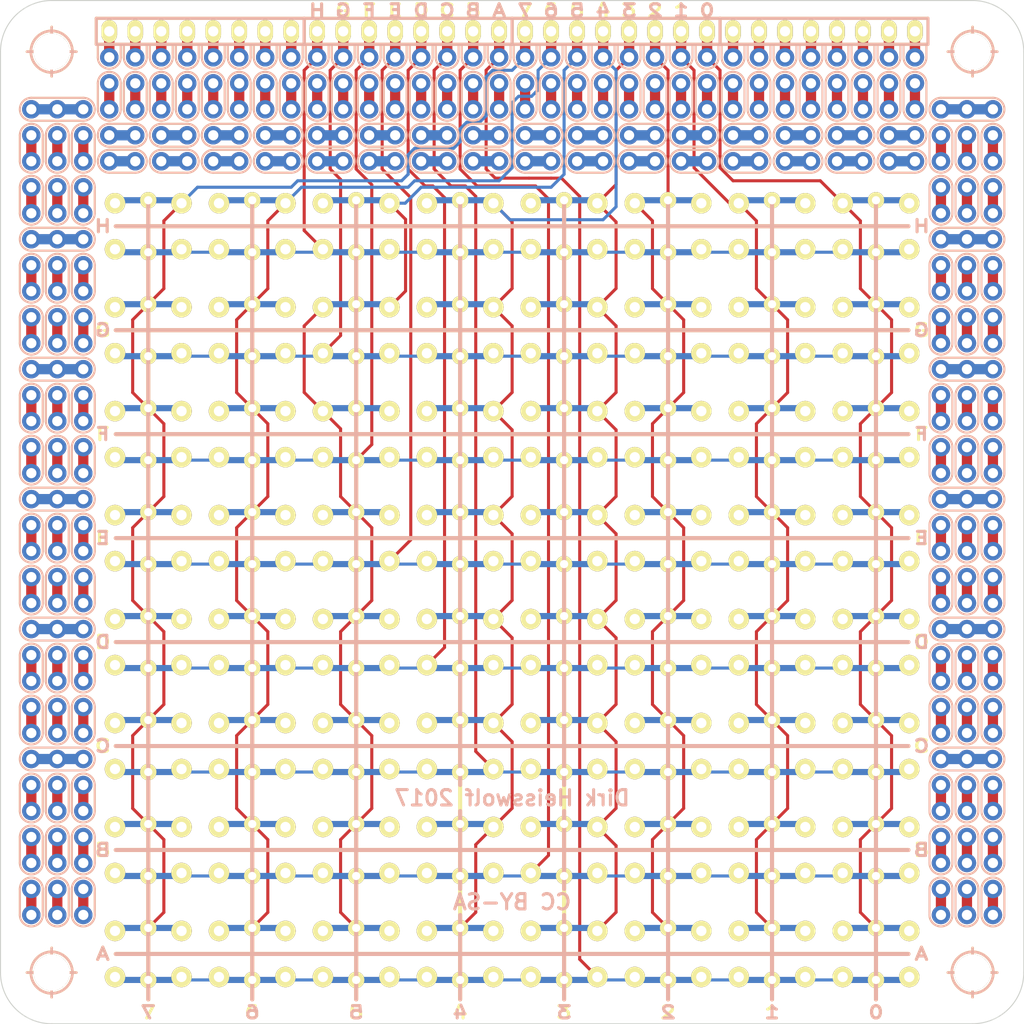
<source format=kicad_pcb>
(kicad_pcb (version 4) (host pcbnew 4.0.5)
  (title_block (title C-M4F) (rev RevA) (company "Dirk Heisswolf"))
  (layers (0 F.Cu signal) (31 B.Cu signal) (34 B.Paste user) (35 F.Paste user) (36 B.SilkS user hide) (37 F.SilkS user hide) (38 B.Mask user) (39 F.Mask user) (44 Edge.Cuts user))
  (net 0 "")
  (net 1 /KEYPAD_ROW_A)
  (net 2 /KEYPAD_COL_0)
  (net 3 /KEYPAD_COL_1)
  (net 4 /KEYPAD_COL_2)
  (net 5 /KEYPAD_COL_3)
  (net 6 /KEYPAD_COL_4)
  (net 7 /KEYPAD_COL_5)
  (net 8 /KEYPAD_COL_6)
  (net 9 /KEYPAD_COL_7)
  (net 10 /KEYPAD_ROW_B)
  (net 11 /KEYPAD_ROW_C)
  (net 12 /KEYPAD_ROW_D)
  (net 13 /KEYPAD_ROW_E)
  (net 14 /KEYPAD_ROW_F)
  (net 15 /KEYPAD_ROW_G)
  (net 16 /KEYPAD_ROW_H)
  (net 17 "Net-(U3-Pad1)")
  (net 18 "Net-(U3-Pad2)")
  (net 19 "Net-(U3-Pad3)")
  (net 20 "Net-(U3-Pad4)")
  (net 21 "Net-(U3-Pad5)")
  (net 22 "Net-(U3-Pad6)")
  (net 23 "Net-(U3-Pad7)")
  (net 24 "Net-(U3-Pad8)")
  (net 25 "Net-(U4-Pad1)")
  (net 26 "Net-(U4-Pad2)")
  (net 27 "Net-(U4-Pad3)")
  (net 28 "Net-(U4-Pad4)")
  (net 29 "Net-(U4-Pad5)")
  (net 30 "Net-(U4-Pad6)")
  (net 31 "Net-(U4-Pad7)")
  (net 32 "Net-(U4-Pad8)")
  (module C-M4F:key (layer F.Cu) (at 89.76 127.22 90)
    (fp_text reference KEY_G5 hide)
    (fp_text value KEY hide)
    (pad 1 thru_hole circle (at -2.25 -3.25 90) (size 2 2) (drill 1) (layers *.Cu *.Mask F.SilkS) (net 15 /KEYPAD_ROW_G))
    (pad 4 thru_hole circle (at 2.25 3.25 90) (size 2 2) (drill 1) (layers *.Cu *.Mask F.SilkS) (net 7 /KEYPAD_COL_5))
    (pad 2 thru_hole circle (at 2.25 -3.25 90) (size 2 2) (drill 1) (layers *.Cu *.Mask F.SilkS) (net 7 /KEYPAD_COL_5))
    (pad 3 thru_hole circle (at -2.25 3.25 90) (size 2 2) (drill 1) (layers *.Cu *.Mask F.SilkS) (net 15 /KEYPAD_ROW_G))
    (pad 6 thru_hole circle (at 2.54 0 90) (size 1.6 1.6) (drill 0.8) (layers *.Cu *.Mask F.SilkS) (net 7 /KEYPAD_COL_5))
    (pad 5 thru_hole circle (at -2.54 0 90) (size 1.6 1.6) (drill 0.8) (layers *.Cu *.Mask F.SilkS) (net 15 /KEYPAD_ROW_G))
  )
  (module C-M4F:key (layer F.Cu) (at 69.44 137.38 90)
    (fp_text reference KEY_F7 hide)
    (fp_text value KEY hide)
    (pad 1 thru_hole circle (at -2.25 -3.25 90) (size 2 2) (drill 1) (layers *.Cu *.Mask F.SilkS) (net 14 /KEYPAD_ROW_F))
    (pad 4 thru_hole circle (at 2.25 3.25 90) (size 2 2) (drill 1) (layers *.Cu *.Mask F.SilkS) (net 9 /KEYPAD_COL_7))
    (pad 2 thru_hole circle (at 2.25 -3.25 90) (size 2 2) (drill 1) (layers *.Cu *.Mask F.SilkS) (net 9 /KEYPAD_COL_7))
    (pad 3 thru_hole circle (at -2.25 3.25 90) (size 2 2) (drill 1) (layers *.Cu *.Mask F.SilkS) (net 14 /KEYPAD_ROW_F))
    (pad 6 thru_hole circle (at 2.54 0 90) (size 1.6 1.6) (drill 0.8) (layers *.Cu *.Mask F.SilkS) (net 9 /KEYPAD_COL_7))
    (pad 5 thru_hole circle (at -2.54 0 90) (size 1.6 1.6) (drill 0.8) (layers *.Cu *.Mask F.SilkS) (net 14 /KEYPAD_ROW_F))
  )
  (module C-M4F:key (layer F.Cu) (at 69.44 127.22 90)
    (fp_text reference KEY_G7 hide)
    (fp_text value KEY hide)
    (pad 1 thru_hole circle (at -2.25 -3.25 90) (size 2 2) (drill 1) (layers *.Cu *.Mask F.SilkS) (net 15 /KEYPAD_ROW_G))
    (pad 4 thru_hole circle (at 2.25 3.25 90) (size 2 2) (drill 1) (layers *.Cu *.Mask F.SilkS) (net 9 /KEYPAD_COL_7))
    (pad 2 thru_hole circle (at 2.25 -3.25 90) (size 2 2) (drill 1) (layers *.Cu *.Mask F.SilkS) (net 9 /KEYPAD_COL_7))
    (pad 3 thru_hole circle (at -2.25 3.25 90) (size 2 2) (drill 1) (layers *.Cu *.Mask F.SilkS) (net 15 /KEYPAD_ROW_G))
    (pad 6 thru_hole circle (at 2.54 0 90) (size 1.6 1.6) (drill 0.8) (layers *.Cu *.Mask F.SilkS) (net 9 /KEYPAD_COL_7))
    (pad 5 thru_hole circle (at -2.54 0 90) (size 1.6 1.6) (drill 0.8) (layers *.Cu *.Mask F.SilkS) (net 15 /KEYPAD_ROW_G))
  )
  (module C-M4F:key (layer F.Cu) (at 110.08 117.06 90)
    (fp_text reference KEY_H3 hide)
    (fp_text value KEY hide)
    (pad 1 thru_hole circle (at -2.25 -3.25 90) (size 2 2) (drill 1) (layers *.Cu *.Mask F.SilkS) (net 16 /KEYPAD_ROW_H))
    (pad 4 thru_hole circle (at 2.25 3.25 90) (size 2 2) (drill 1) (layers *.Cu *.Mask F.SilkS) (net 5 /KEYPAD_COL_3))
    (pad 2 thru_hole circle (at 2.25 -3.25 90) (size 2 2) (drill 1) (layers *.Cu *.Mask F.SilkS) (net 5 /KEYPAD_COL_3))
    (pad 3 thru_hole circle (at -2.25 3.25 90) (size 2 2) (drill 1) (layers *.Cu *.Mask F.SilkS) (net 16 /KEYPAD_ROW_H))
    (pad 6 thru_hole circle (at 2.54 0 90) (size 1.6 1.6) (drill 0.8) (layers *.Cu *.Mask F.SilkS) (net 5 /KEYPAD_COL_3))
    (pad 5 thru_hole circle (at -2.54 0 90) (size 1.6 1.6) (drill 0.8) (layers *.Cu *.Mask F.SilkS) (net 16 /KEYPAD_ROW_H))
  )
  (module C-M4F:hole_3mm5 (layer F.Cu) (at 60 100)
    (fp_text reference hole_3mm5 hide)
    (fp_text value VAL** hide)
    (pad 1 thru_hole circle (at 0 0) (size 3.50012 3.50012) (drill 3.50012) (layers *.Cu F.SilkS))
    (pad 1 thru_hole circle (at 0 0) (size 3.50012 3.50012) (drill 3.50012) (layers *.Cu F.SilkS))
  )
  (module C-M4F:hole_3mm5 (layer F.Cu) (at 150 100)
    (fp_text reference hole_3mm5 hide)
    (fp_text value VAL** hide)
    (pad 1 thru_hole circle (at 0 0) (size 3.50012 3.50012) (drill 3.50012) (layers *.Cu F.SilkS))
    (pad 1 thru_hole circle (at 0 0) (size 3.50012 3.50012) (drill 3.50012) (layers *.Cu F.SilkS))
  )
  (module C-M4F:hole_3mm5 (layer F.Cu) (at 150 190)
    (fp_text reference hole_3mm5 hide)
    (fp_text value VAL** hide)
    (pad 1 thru_hole circle (at 0 0) (size 3.50012 3.50012) (drill 3.50012) (layers *.Cu F.SilkS))
    (pad 1 thru_hole circle (at 0 0) (size 3.50012 3.50012) (drill 3.50012) (layers *.Cu F.SilkS))
  )
  (module C-M4F:hole_3mm5 (layer F.Cu) (at 60 190)
    (fp_text reference hole_3mm5 hide)
    (fp_text value VAL** hide)
    (pad 1 thru_hole circle (at 0 0) (size 3.50012 3.50012) (drill 3.50012) (layers *.Cu F.SilkS))
    (pad 1 thru_hole circle (at 0 0) (size 3.50012 3.50012) (drill 3.50012) (layers *.Cu F.SilkS))
  )
  (module C-M4F:pin_strip_8 (layer F.Cu) (at 94.84 98.01)
    (fp_text reference U1 hide)
    (fp_text value PIN_STRIP_8 hide)
    (pad 1 thru_hole oval (at -8.89 0) (size 1.524 2.19964) (drill 1.00076) (layers *.Cu *.Mask F.SilkS) (net 16 /KEYPAD_ROW_H))
    (pad 2 thru_hole oval (at -6.35 0) (size 1.524 2.19964) (drill 1.00076) (layers *.Cu *.Mask F.SilkS) (net 15 /KEYPAD_ROW_G))
    (pad 3 thru_hole oval (at -3.81 0) (size 1.524 2.19964) (drill 1.00076) (layers *.Cu *.Mask F.SilkS) (net 14 /KEYPAD_ROW_F))
    (pad 4 thru_hole oval (at -1.27 0) (size 1.524 2.19964) (drill 1.00076) (layers *.Cu *.Mask F.SilkS) (net 13 /KEYPAD_ROW_E))
    (pad 5 thru_hole oval (at 1.27 0) (size 1.524 2.19964) (drill 1.00076) (layers *.Cu *.Mask F.SilkS) (net 12 /KEYPAD_ROW_D))
    (pad 6 thru_hole oval (at 3.81 0) (size 1.524 2.19964) (drill 1.00076) (layers *.Cu *.Mask F.SilkS) (net 11 /KEYPAD_ROW_C))
    (pad 7 thru_hole oval (at 6.35 0) (size 1.524 2.19964) (drill 1.00076) (layers *.Cu *.Mask F.SilkS) (net 10 /KEYPAD_ROW_B))
    (pad 8 thru_hole oval (at 8.89 0) (size 1.524 2.19964) (drill 1.00076) (layers *.Cu *.Mask F.SilkS) (net 1 /KEYPAD_ROW_A))
  )
  (module C-M4F:pin_strip_8 (layer F.Cu) (at 115.16 98.01)
    (fp_text reference U2 hide)
    (fp_text value PIN_STRIP_8 hide)
    (pad 1 thru_hole oval (at -8.89 0) (size 1.524 2.19964) (drill 1.00076) (layers *.Cu *.Mask F.SilkS) (net 9 /KEYPAD_COL_7))
    (pad 2 thru_hole oval (at -6.35 0) (size 1.524 2.19964) (drill 1.00076) (layers *.Cu *.Mask F.SilkS) (net 8 /KEYPAD_COL_6))
    (pad 3 thru_hole oval (at -3.81 0) (size 1.524 2.19964) (drill 1.00076) (layers *.Cu *.Mask F.SilkS) (net 7 /KEYPAD_COL_5))
    (pad 4 thru_hole oval (at -1.27 0) (size 1.524 2.19964) (drill 1.00076) (layers *.Cu *.Mask F.SilkS) (net 6 /KEYPAD_COL_4))
    (pad 5 thru_hole oval (at 1.27 0) (size 1.524 2.19964) (drill 1.00076) (layers *.Cu *.Mask F.SilkS) (net 5 /KEYPAD_COL_3))
    (pad 6 thru_hole oval (at 3.81 0) (size 1.524 2.19964) (drill 1.00076) (layers *.Cu *.Mask F.SilkS) (net 4 /KEYPAD_COL_2))
    (pad 7 thru_hole oval (at 6.35 0) (size 1.524 2.19964) (drill 1.00076) (layers *.Cu *.Mask F.SilkS) (net 3 /KEYPAD_COL_1))
    (pad 8 thru_hole oval (at 8.89 0) (size 1.524 2.19964) (drill 1.00076) (layers *.Cu *.Mask F.SilkS) (net 2 /KEYPAD_COL_0))
  )
  (module C-M4F:pin_strip_8 (layer F.Cu) (at 74.52 98.01)
    (fp_text reference U3 hide)
    (fp_text value PIN_STRIP_8 hide)
    (pad 1 thru_hole oval (at -8.89 0) (size 1.524 2.19964) (drill 1.00076) (layers *.Cu *.Mask F.SilkS) (net 17 "Net-(U3-Pad1)"))
    (pad 2 thru_hole oval (at -6.35 0) (size 1.524 2.19964) (drill 1.00076) (layers *.Cu *.Mask F.SilkS) (net 18 "Net-(U3-Pad2)"))
    (pad 3 thru_hole oval (at -3.81 0) (size 1.524 2.19964) (drill 1.00076) (layers *.Cu *.Mask F.SilkS) (net 19 "Net-(U3-Pad3)"))
    (pad 4 thru_hole oval (at -1.27 0) (size 1.524 2.19964) (drill 1.00076) (layers *.Cu *.Mask F.SilkS) (net 20 "Net-(U3-Pad4)"))
    (pad 5 thru_hole oval (at 1.27 0) (size 1.524 2.19964) (drill 1.00076) (layers *.Cu *.Mask F.SilkS) (net 21 "Net-(U3-Pad5)"))
    (pad 6 thru_hole oval (at 3.81 0) (size 1.524 2.19964) (drill 1.00076) (layers *.Cu *.Mask F.SilkS) (net 22 "Net-(U3-Pad6)"))
    (pad 7 thru_hole oval (at 6.35 0) (size 1.524 2.19964) (drill 1.00076) (layers *.Cu *.Mask F.SilkS) (net 23 "Net-(U3-Pad7)"))
    (pad 8 thru_hole oval (at 8.89 0) (size 1.524 2.19964) (drill 1.00076) (layers *.Cu *.Mask F.SilkS) (net 24 "Net-(U3-Pad8)"))
  )
  (module C-M4F:pin_strip_8 (layer F.Cu) (at 135.48 98.01)
    (fp_text reference U4 hide)
    (fp_text value PIN_STRIP_8 hide)
    (pad 1 thru_hole oval (at -8.89 0) (size 1.524 2.19964) (drill 1.00076) (layers *.Cu *.Mask F.SilkS) (net 25 "Net-(U4-Pad1)"))
    (pad 2 thru_hole oval (at -6.35 0) (size 1.524 2.19964) (drill 1.00076) (layers *.Cu *.Mask F.SilkS) (net 26 "Net-(U4-Pad2)"))
    (pad 3 thru_hole oval (at -3.81 0) (size 1.524 2.19964) (drill 1.00076) (layers *.Cu *.Mask F.SilkS) (net 27 "Net-(U4-Pad3)"))
    (pad 4 thru_hole oval (at -1.27 0) (size 1.524 2.19964) (drill 1.00076) (layers *.Cu *.Mask F.SilkS) (net 28 "Net-(U4-Pad4)"))
    (pad 5 thru_hole oval (at 1.27 0) (size 1.524 2.19964) (drill 1.00076) (layers *.Cu *.Mask F.SilkS) (net 29 "Net-(U4-Pad5)"))
    (pad 6 thru_hole oval (at 3.81 0) (size 1.524 2.19964) (drill 1.00076) (layers *.Cu *.Mask F.SilkS) (net 30 "Net-(U4-Pad6)"))
    (pad 7 thru_hole oval (at 6.35 0) (size 1.524 2.19964) (drill 1.00076) (layers *.Cu *.Mask F.SilkS) (net 31 "Net-(U4-Pad7)"))
    (pad 8 thru_hole oval (at 8.89 0) (size 1.524 2.19964) (drill 1.00076) (layers *.Cu *.Mask F.SilkS) (net 32 "Net-(U4-Pad8)"))
  )
  (module C-M4F:key (layer F.Cu) (at 69.44 117.06 90)
    (fp_text reference KEY_H7 hide)
    (fp_text value KEY hide)
    (pad 1 thru_hole circle (at -2.25 -3.25 90) (size 2 2) (drill 1) (layers *.Cu *.Mask F.SilkS) (net 16 /KEYPAD_ROW_H))
    (pad 4 thru_hole circle (at 2.25 3.25 90) (size 2 2) (drill 1) (layers *.Cu *.Mask F.SilkS) (net 9 /KEYPAD_COL_7))
    (pad 2 thru_hole circle (at 2.25 -3.25 90) (size 2 2) (drill 1) (layers *.Cu *.Mask F.SilkS) (net 9 /KEYPAD_COL_7))
    (pad 3 thru_hole circle (at -2.25 3.25 90) (size 2 2) (drill 1) (layers *.Cu *.Mask F.SilkS) (net 16 /KEYPAD_ROW_H))
    (pad 6 thru_hole circle (at 2.54 0 90) (size 1.6 1.6) (drill 0.8) (layers *.Cu *.Mask F.SilkS) (net 9 /KEYPAD_COL_7))
    (pad 5 thru_hole circle (at -2.54 0 90) (size 1.6 1.6) (drill 0.8) (layers *.Cu *.Mask F.SilkS) (net 16 /KEYPAD_ROW_H))
  )
  (module C-M4F:key (layer F.Cu) (at 79.6 117.06 90)
    (fp_text reference KEY_H6 hide)
    (fp_text value KEY hide)
    (pad 1 thru_hole circle (at -2.25 -3.25 90) (size 2 2) (drill 1) (layers *.Cu *.Mask F.SilkS) (net 16 /KEYPAD_ROW_H))
    (pad 4 thru_hole circle (at 2.25 3.25 90) (size 2 2) (drill 1) (layers *.Cu *.Mask F.SilkS) (net 8 /KEYPAD_COL_6))
    (pad 2 thru_hole circle (at 2.25 -3.25 90) (size 2 2) (drill 1) (layers *.Cu *.Mask F.SilkS) (net 8 /KEYPAD_COL_6))
    (pad 3 thru_hole circle (at -2.25 3.25 90) (size 2 2) (drill 1) (layers *.Cu *.Mask F.SilkS) (net 16 /KEYPAD_ROW_H))
    (pad 6 thru_hole circle (at 2.54 0 90) (size 1.6 1.6) (drill 0.8) (layers *.Cu *.Mask F.SilkS) (net 8 /KEYPAD_COL_6))
    (pad 5 thru_hole circle (at -2.54 0 90) (size 1.6 1.6) (drill 0.8) (layers *.Cu *.Mask F.SilkS) (net 16 /KEYPAD_ROW_H))
  )
  (module C-M4F:key (layer F.Cu) (at 89.76 117.06 90)
    (fp_text reference KEY_H5 hide)
    (fp_text value KEY hide)
    (pad 1 thru_hole circle (at -2.25 -3.25 90) (size 2 2) (drill 1) (layers *.Cu *.Mask F.SilkS) (net 16 /KEYPAD_ROW_H))
    (pad 4 thru_hole circle (at 2.25 3.25 90) (size 2 2) (drill 1) (layers *.Cu *.Mask F.SilkS) (net 7 /KEYPAD_COL_5))
    (pad 2 thru_hole circle (at 2.25 -3.25 90) (size 2 2) (drill 1) (layers *.Cu *.Mask F.SilkS) (net 7 /KEYPAD_COL_5))
    (pad 3 thru_hole circle (at -2.25 3.25 90) (size 2 2) (drill 1) (layers *.Cu *.Mask F.SilkS) (net 16 /KEYPAD_ROW_H))
    (pad 6 thru_hole circle (at 2.54 0 90) (size 1.6 1.6) (drill 0.8) (layers *.Cu *.Mask F.SilkS) (net 7 /KEYPAD_COL_5))
    (pad 5 thru_hole circle (at -2.54 0 90) (size 1.6 1.6) (drill 0.8) (layers *.Cu *.Mask F.SilkS) (net 16 /KEYPAD_ROW_H))
  )
  (module C-M4F:key (layer F.Cu) (at 99.92 117.06 90)
    (fp_text reference KEY_H4 hide)
    (fp_text value KEY hide)
    (pad 1 thru_hole circle (at -2.25 -3.25 90) (size 2 2) (drill 1) (layers *.Cu *.Mask F.SilkS) (net 16 /KEYPAD_ROW_H))
    (pad 4 thru_hole circle (at 2.25 3.25 90) (size 2 2) (drill 1) (layers *.Cu *.Mask F.SilkS) (net 6 /KEYPAD_COL_4))
    (pad 2 thru_hole circle (at 2.25 -3.25 90) (size 2 2) (drill 1) (layers *.Cu *.Mask F.SilkS) (net 6 /KEYPAD_COL_4))
    (pad 3 thru_hole circle (at -2.25 3.25 90) (size 2 2) (drill 1) (layers *.Cu *.Mask F.SilkS) (net 16 /KEYPAD_ROW_H))
    (pad 6 thru_hole circle (at 2.54 0 90) (size 1.6 1.6) (drill 0.8) (layers *.Cu *.Mask F.SilkS) (net 6 /KEYPAD_COL_4))
    (pad 5 thru_hole circle (at -2.54 0 90) (size 1.6 1.6) (drill 0.8) (layers *.Cu *.Mask F.SilkS) (net 16 /KEYPAD_ROW_H))
  )
  (module C-M4F:key (layer F.Cu) (at 120.24 117.06 90)
    (fp_text reference KEY_H2 hide)
    (fp_text value KEY hide)
    (pad 1 thru_hole circle (at -2.25 -3.25 90) (size 2 2) (drill 1) (layers *.Cu *.Mask F.SilkS) (net 16 /KEYPAD_ROW_H))
    (pad 4 thru_hole circle (at 2.25 3.25 90) (size 2 2) (drill 1) (layers *.Cu *.Mask F.SilkS) (net 4 /KEYPAD_COL_2))
    (pad 2 thru_hole circle (at 2.25 -3.25 90) (size 2 2) (drill 1) (layers *.Cu *.Mask F.SilkS) (net 4 /KEYPAD_COL_2))
    (pad 3 thru_hole circle (at -2.25 3.25 90) (size 2 2) (drill 1) (layers *.Cu *.Mask F.SilkS) (net 16 /KEYPAD_ROW_H))
    (pad 6 thru_hole circle (at 2.54 0 90) (size 1.6 1.6) (drill 0.8) (layers *.Cu *.Mask F.SilkS) (net 4 /KEYPAD_COL_2))
    (pad 5 thru_hole circle (at -2.54 0 90) (size 1.6 1.6) (drill 0.8) (layers *.Cu *.Mask F.SilkS) (net 16 /KEYPAD_ROW_H))
  )
  (module C-M4F:key (layer F.Cu) (at 130.4 117.06 90)
    (fp_text reference KEY_H1 hide)
    (fp_text value KEY hide)
    (pad 1 thru_hole circle (at -2.25 -3.25 90) (size 2 2) (drill 1) (layers *.Cu *.Mask F.SilkS) (net 16 /KEYPAD_ROW_H))
    (pad 4 thru_hole circle (at 2.25 3.25 90) (size 2 2) (drill 1) (layers *.Cu *.Mask F.SilkS) (net 3 /KEYPAD_COL_1))
    (pad 2 thru_hole circle (at 2.25 -3.25 90) (size 2 2) (drill 1) (layers *.Cu *.Mask F.SilkS) (net 3 /KEYPAD_COL_1))
    (pad 3 thru_hole circle (at -2.25 3.25 90) (size 2 2) (drill 1) (layers *.Cu *.Mask F.SilkS) (net 16 /KEYPAD_ROW_H))
    (pad 6 thru_hole circle (at 2.54 0 90) (size 1.6 1.6) (drill 0.8) (layers *.Cu *.Mask F.SilkS) (net 3 /KEYPAD_COL_1))
    (pad 5 thru_hole circle (at -2.54 0 90) (size 1.6 1.6) (drill 0.8) (layers *.Cu *.Mask F.SilkS) (net 16 /KEYPAD_ROW_H))
  )
  (module C-M4F:key (layer F.Cu) (at 140.56 117.06 90)
    (fp_text reference KEY_H0 hide)
    (fp_text value KEY hide)
    (pad 1 thru_hole circle (at -2.25 -3.25 90) (size 2 2) (drill 1) (layers *.Cu *.Mask F.SilkS) (net 16 /KEYPAD_ROW_H))
    (pad 4 thru_hole circle (at 2.25 3.25 90) (size 2 2) (drill 1) (layers *.Cu *.Mask F.SilkS) (net 2 /KEYPAD_COL_0))
    (pad 2 thru_hole circle (at 2.25 -3.25 90) (size 2 2) (drill 1) (layers *.Cu *.Mask F.SilkS) (net 2 /KEYPAD_COL_0))
    (pad 3 thru_hole circle (at -2.25 3.25 90) (size 2 2) (drill 1) (layers *.Cu *.Mask F.SilkS) (net 16 /KEYPAD_ROW_H))
    (pad 6 thru_hole circle (at 2.54 0 90) (size 1.6 1.6) (drill 0.8) (layers *.Cu *.Mask F.SilkS) (net 2 /KEYPAD_COL_0))
    (pad 5 thru_hole circle (at -2.54 0 90) (size 1.6 1.6) (drill 0.8) (layers *.Cu *.Mask F.SilkS) (net 16 /KEYPAD_ROW_H))
  )
  (module C-M4F:key (layer F.Cu) (at 79.6 127.22 90)
    (fp_text reference KEY_G6 hide)
    (fp_text value KEY hide)
    (pad 1 thru_hole circle (at -2.25 -3.25 90) (size 2 2) (drill 1) (layers *.Cu *.Mask F.SilkS) (net 15 /KEYPAD_ROW_G))
    (pad 4 thru_hole circle (at 2.25 3.25 90) (size 2 2) (drill 1) (layers *.Cu *.Mask F.SilkS) (net 8 /KEYPAD_COL_6))
    (pad 2 thru_hole circle (at 2.25 -3.25 90) (size 2 2) (drill 1) (layers *.Cu *.Mask F.SilkS) (net 8 /KEYPAD_COL_6))
    (pad 3 thru_hole circle (at -2.25 3.25 90) (size 2 2) (drill 1) (layers *.Cu *.Mask F.SilkS) (net 15 /KEYPAD_ROW_G))
    (pad 6 thru_hole circle (at 2.54 0 90) (size 1.6 1.6) (drill 0.8) (layers *.Cu *.Mask F.SilkS) (net 8 /KEYPAD_COL_6))
    (pad 5 thru_hole circle (at -2.54 0 90) (size 1.6 1.6) (drill 0.8) (layers *.Cu *.Mask F.SilkS) (net 15 /KEYPAD_ROW_G))
  )
  (module C-M4F:key (layer F.Cu) (at 99.92 127.22 90)
    (fp_text reference KEY_G4 hide)
    (fp_text value KEY hide)
    (pad 1 thru_hole circle (at -2.25 -3.25 90) (size 2 2) (drill 1) (layers *.Cu *.Mask F.SilkS) (net 15 /KEYPAD_ROW_G))
    (pad 4 thru_hole circle (at 2.25 3.25 90) (size 2 2) (drill 1) (layers *.Cu *.Mask F.SilkS) (net 6 /KEYPAD_COL_4))
    (pad 2 thru_hole circle (at 2.25 -3.25 90) (size 2 2) (drill 1) (layers *.Cu *.Mask F.SilkS) (net 6 /KEYPAD_COL_4))
    (pad 3 thru_hole circle (at -2.25 3.25 90) (size 2 2) (drill 1) (layers *.Cu *.Mask F.SilkS) (net 15 /KEYPAD_ROW_G))
    (pad 6 thru_hole circle (at 2.54 0 90) (size 1.6 1.6) (drill 0.8) (layers *.Cu *.Mask F.SilkS) (net 6 /KEYPAD_COL_4))
    (pad 5 thru_hole circle (at -2.54 0 90) (size 1.6 1.6) (drill 0.8) (layers *.Cu *.Mask F.SilkS) (net 15 /KEYPAD_ROW_G))
  )
  (module C-M4F:key (layer F.Cu) (at 120.24 127.22 90)
    (fp_text reference KEY_G2 hide)
    (fp_text value KEY hide)
    (pad 1 thru_hole circle (at -2.25 -3.25 90) (size 2 2) (drill 1) (layers *.Cu *.Mask F.SilkS) (net 15 /KEYPAD_ROW_G))
    (pad 4 thru_hole circle (at 2.25 3.25 90) (size 2 2) (drill 1) (layers *.Cu *.Mask F.SilkS) (net 4 /KEYPAD_COL_2))
    (pad 2 thru_hole circle (at 2.25 -3.25 90) (size 2 2) (drill 1) (layers *.Cu *.Mask F.SilkS) (net 4 /KEYPAD_COL_2))
    (pad 3 thru_hole circle (at -2.25 3.25 90) (size 2 2) (drill 1) (layers *.Cu *.Mask F.SilkS) (net 15 /KEYPAD_ROW_G))
    (pad 6 thru_hole circle (at 2.54 0 90) (size 1.6 1.6) (drill 0.8) (layers *.Cu *.Mask F.SilkS) (net 4 /KEYPAD_COL_2))
    (pad 5 thru_hole circle (at -2.54 0 90) (size 1.6 1.6) (drill 0.8) (layers *.Cu *.Mask F.SilkS) (net 15 /KEYPAD_ROW_G))
  )
  (module C-M4F:key (layer F.Cu) (at 130.4 127.22 90)
    (fp_text reference KEY_G1 hide)
    (fp_text value KEY hide)
    (pad 1 thru_hole circle (at -2.25 -3.25 90) (size 2 2) (drill 1) (layers *.Cu *.Mask F.SilkS) (net 15 /KEYPAD_ROW_G))
    (pad 4 thru_hole circle (at 2.25 3.25 90) (size 2 2) (drill 1) (layers *.Cu *.Mask F.SilkS) (net 3 /KEYPAD_COL_1))
    (pad 2 thru_hole circle (at 2.25 -3.25 90) (size 2 2) (drill 1) (layers *.Cu *.Mask F.SilkS) (net 3 /KEYPAD_COL_1))
    (pad 3 thru_hole circle (at -2.25 3.25 90) (size 2 2) (drill 1) (layers *.Cu *.Mask F.SilkS) (net 15 /KEYPAD_ROW_G))
    (pad 6 thru_hole circle (at 2.54 0 90) (size 1.6 1.6) (drill 0.8) (layers *.Cu *.Mask F.SilkS) (net 3 /KEYPAD_COL_1))
    (pad 5 thru_hole circle (at -2.54 0 90) (size 1.6 1.6) (drill 0.8) (layers *.Cu *.Mask F.SilkS) (net 15 /KEYPAD_ROW_G))
  )
  (module C-M4F:key (layer F.Cu) (at 140.56 127.22 90)
    (fp_text reference KEY_G0 hide)
    (fp_text value KEY hide)
    (pad 1 thru_hole circle (at -2.25 -3.25 90) (size 2 2) (drill 1) (layers *.Cu *.Mask F.SilkS) (net 15 /KEYPAD_ROW_G))
    (pad 4 thru_hole circle (at 2.25 3.25 90) (size 2 2) (drill 1) (layers *.Cu *.Mask F.SilkS) (net 2 /KEYPAD_COL_0))
    (pad 2 thru_hole circle (at 2.25 -3.25 90) (size 2 2) (drill 1) (layers *.Cu *.Mask F.SilkS) (net 2 /KEYPAD_COL_0))
    (pad 3 thru_hole circle (at -2.25 3.25 90) (size 2 2) (drill 1) (layers *.Cu *.Mask F.SilkS) (net 15 /KEYPAD_ROW_G))
    (pad 6 thru_hole circle (at 2.54 0 90) (size 1.6 1.6) (drill 0.8) (layers *.Cu *.Mask F.SilkS) (net 2 /KEYPAD_COL_0))
    (pad 5 thru_hole circle (at -2.54 0 90) (size 1.6 1.6) (drill 0.8) (layers *.Cu *.Mask F.SilkS) (net 15 /KEYPAD_ROW_G))
  )
  (module C-M4F:key (layer F.Cu) (at 79.6 137.38 90)
    (fp_text reference KEY_F6 hide)
    (fp_text value KEY hide)
    (pad 1 thru_hole circle (at -2.25 -3.25 90) (size 2 2) (drill 1) (layers *.Cu *.Mask F.SilkS) (net 14 /KEYPAD_ROW_F))
    (pad 4 thru_hole circle (at 2.25 3.25 90) (size 2 2) (drill 1) (layers *.Cu *.Mask F.SilkS) (net 8 /KEYPAD_COL_6))
    (pad 2 thru_hole circle (at 2.25 -3.25 90) (size 2 2) (drill 1) (layers *.Cu *.Mask F.SilkS) (net 8 /KEYPAD_COL_6))
    (pad 3 thru_hole circle (at -2.25 3.25 90) (size 2 2) (drill 1) (layers *.Cu *.Mask F.SilkS) (net 14 /KEYPAD_ROW_F))
    (pad 6 thru_hole circle (at 2.54 0 90) (size 1.6 1.6) (drill 0.8) (layers *.Cu *.Mask F.SilkS) (net 8 /KEYPAD_COL_6))
    (pad 5 thru_hole circle (at -2.54 0 90) (size 1.6 1.6) (drill 0.8) (layers *.Cu *.Mask F.SilkS) (net 14 /KEYPAD_ROW_F))
  )
  (module C-M4F:key (layer F.Cu) (at 89.76 137.38 90)
    (fp_text reference KEY_F5 hide)
    (fp_text value KEY hide)
    (pad 1 thru_hole circle (at -2.25 -3.25 90) (size 2 2) (drill 1) (layers *.Cu *.Mask F.SilkS) (net 14 /KEYPAD_ROW_F))
    (pad 4 thru_hole circle (at 2.25 3.25 90) (size 2 2) (drill 1) (layers *.Cu *.Mask F.SilkS) (net 7 /KEYPAD_COL_5))
    (pad 2 thru_hole circle (at 2.25 -3.25 90) (size 2 2) (drill 1) (layers *.Cu *.Mask F.SilkS) (net 7 /KEYPAD_COL_5))
    (pad 3 thru_hole circle (at -2.25 3.25 90) (size 2 2) (drill 1) (layers *.Cu *.Mask F.SilkS) (net 14 /KEYPAD_ROW_F))
    (pad 6 thru_hole circle (at 2.54 0 90) (size 1.6 1.6) (drill 0.8) (layers *.Cu *.Mask F.SilkS) (net 7 /KEYPAD_COL_5))
    (pad 5 thru_hole circle (at -2.54 0 90) (size 1.6 1.6) (drill 0.8) (layers *.Cu *.Mask F.SilkS) (net 14 /KEYPAD_ROW_F))
  )
  (module C-M4F:key (layer F.Cu) (at 110.08 137.38 90)
    (fp_text reference KEY_F3 hide)
    (fp_text value KEY hide)
    (pad 1 thru_hole circle (at -2.25 -3.25 90) (size 2 2) (drill 1) (layers *.Cu *.Mask F.SilkS) (net 14 /KEYPAD_ROW_F))
    (pad 4 thru_hole circle (at 2.25 3.25 90) (size 2 2) (drill 1) (layers *.Cu *.Mask F.SilkS) (net 5 /KEYPAD_COL_3))
    (pad 2 thru_hole circle (at 2.25 -3.25 90) (size 2 2) (drill 1) (layers *.Cu *.Mask F.SilkS) (net 5 /KEYPAD_COL_3))
    (pad 3 thru_hole circle (at -2.25 3.25 90) (size 2 2) (drill 1) (layers *.Cu *.Mask F.SilkS) (net 14 /KEYPAD_ROW_F))
    (pad 6 thru_hole circle (at 2.54 0 90) (size 1.6 1.6) (drill 0.8) (layers *.Cu *.Mask F.SilkS) (net 5 /KEYPAD_COL_3))
    (pad 5 thru_hole circle (at -2.54 0 90) (size 1.6 1.6) (drill 0.8) (layers *.Cu *.Mask F.SilkS) (net 14 /KEYPAD_ROW_F))
  )
  (module C-M4F:key (layer F.Cu) (at 120.24 137.38 90)
    (fp_text reference KEY_F2 hide)
    (fp_text value KEY hide)
    (pad 1 thru_hole circle (at -2.25 -3.25 90) (size 2 2) (drill 1) (layers *.Cu *.Mask F.SilkS) (net 14 /KEYPAD_ROW_F))
    (pad 4 thru_hole circle (at 2.25 3.25 90) (size 2 2) (drill 1) (layers *.Cu *.Mask F.SilkS) (net 4 /KEYPAD_COL_2))
    (pad 2 thru_hole circle (at 2.25 -3.25 90) (size 2 2) (drill 1) (layers *.Cu *.Mask F.SilkS) (net 4 /KEYPAD_COL_2))
    (pad 3 thru_hole circle (at -2.25 3.25 90) (size 2 2) (drill 1) (layers *.Cu *.Mask F.SilkS) (net 14 /KEYPAD_ROW_F))
    (pad 6 thru_hole circle (at 2.54 0 90) (size 1.6 1.6) (drill 0.8) (layers *.Cu *.Mask F.SilkS) (net 4 /KEYPAD_COL_2))
    (pad 5 thru_hole circle (at -2.54 0 90) (size 1.6 1.6) (drill 0.8) (layers *.Cu *.Mask F.SilkS) (net 14 /KEYPAD_ROW_F))
  )
  (module C-M4F:key (layer F.Cu) (at 130.4 137.38 90)
    (fp_text reference KEY_F1 hide)
    (fp_text value KEY hide)
    (pad 1 thru_hole circle (at -2.25 -3.25 90) (size 2 2) (drill 1) (layers *.Cu *.Mask F.SilkS) (net 14 /KEYPAD_ROW_F))
    (pad 4 thru_hole circle (at 2.25 3.25 90) (size 2 2) (drill 1) (layers *.Cu *.Mask F.SilkS) (net 3 /KEYPAD_COL_1))
    (pad 2 thru_hole circle (at 2.25 -3.25 90) (size 2 2) (drill 1) (layers *.Cu *.Mask F.SilkS) (net 3 /KEYPAD_COL_1))
    (pad 3 thru_hole circle (at -2.25 3.25 90) (size 2 2) (drill 1) (layers *.Cu *.Mask F.SilkS) (net 14 /KEYPAD_ROW_F))
    (pad 6 thru_hole circle (at 2.54 0 90) (size 1.6 1.6) (drill 0.8) (layers *.Cu *.Mask F.SilkS) (net 3 /KEYPAD_COL_1))
    (pad 5 thru_hole circle (at -2.54 0 90) (size 1.6 1.6) (drill 0.8) (layers *.Cu *.Mask F.SilkS) (net 14 /KEYPAD_ROW_F))
  )
  (module C-M4F:key (layer F.Cu) (at 140.56 137.38 90)
    (fp_text reference KEY_F0 hide)
    (fp_text value KEY hide)
    (pad 1 thru_hole circle (at -2.25 -3.25 90) (size 2 2) (drill 1) (layers *.Cu *.Mask F.SilkS) (net 14 /KEYPAD_ROW_F))
    (pad 4 thru_hole circle (at 2.25 3.25 90) (size 2 2) (drill 1) (layers *.Cu *.Mask F.SilkS) (net 2 /KEYPAD_COL_0))
    (pad 2 thru_hole circle (at 2.25 -3.25 90) (size 2 2) (drill 1) (layers *.Cu *.Mask F.SilkS) (net 2 /KEYPAD_COL_0))
    (pad 3 thru_hole circle (at -2.25 3.25 90) (size 2 2) (drill 1) (layers *.Cu *.Mask F.SilkS) (net 14 /KEYPAD_ROW_F))
    (pad 6 thru_hole circle (at 2.54 0 90) (size 1.6 1.6) (drill 0.8) (layers *.Cu *.Mask F.SilkS) (net 2 /KEYPAD_COL_0))
    (pad 5 thru_hole circle (at -2.54 0 90) (size 1.6 1.6) (drill 0.8) (layers *.Cu *.Mask F.SilkS) (net 14 /KEYPAD_ROW_F))
  )
  (module C-M4F:key (layer F.Cu) (at 69.44 147.54 90)
    (fp_text reference KEY_E7 hide)
    (fp_text value KEY hide)
    (pad 1 thru_hole circle (at -2.25 -3.25 90) (size 2 2) (drill 1) (layers *.Cu *.Mask F.SilkS) (net 13 /KEYPAD_ROW_E))
    (pad 4 thru_hole circle (at 2.25 3.25 90) (size 2 2) (drill 1) (layers *.Cu *.Mask F.SilkS) (net 9 /KEYPAD_COL_7))
    (pad 2 thru_hole circle (at 2.25 -3.25 90) (size 2 2) (drill 1) (layers *.Cu *.Mask F.SilkS) (net 9 /KEYPAD_COL_7))
    (pad 3 thru_hole circle (at -2.25 3.25 90) (size 2 2) (drill 1) (layers *.Cu *.Mask F.SilkS) (net 13 /KEYPAD_ROW_E))
    (pad 6 thru_hole circle (at 2.54 0 90) (size 1.6 1.6) (drill 0.8) (layers *.Cu *.Mask F.SilkS) (net 9 /KEYPAD_COL_7))
    (pad 5 thru_hole circle (at -2.54 0 90) (size 1.6 1.6) (drill 0.8) (layers *.Cu *.Mask F.SilkS) (net 13 /KEYPAD_ROW_E))
  )
  (module C-M4F:key (layer F.Cu) (at 79.6 147.54 90)
    (fp_text reference KEY_E6 hide)
    (fp_text value KEY hide)
    (pad 1 thru_hole circle (at -2.25 -3.25 90) (size 2 2) (drill 1) (layers *.Cu *.Mask F.SilkS) (net 13 /KEYPAD_ROW_E))
    (pad 4 thru_hole circle (at 2.25 3.25 90) (size 2 2) (drill 1) (layers *.Cu *.Mask F.SilkS) (net 8 /KEYPAD_COL_6))
    (pad 2 thru_hole circle (at 2.25 -3.25 90) (size 2 2) (drill 1) (layers *.Cu *.Mask F.SilkS) (net 8 /KEYPAD_COL_6))
    (pad 3 thru_hole circle (at -2.25 3.25 90) (size 2 2) (drill 1) (layers *.Cu *.Mask F.SilkS) (net 13 /KEYPAD_ROW_E))
    (pad 6 thru_hole circle (at 2.54 0 90) (size 1.6 1.6) (drill 0.8) (layers *.Cu *.Mask F.SilkS) (net 8 /KEYPAD_COL_6))
    (pad 5 thru_hole circle (at -2.54 0 90) (size 1.6 1.6) (drill 0.8) (layers *.Cu *.Mask F.SilkS) (net 13 /KEYPAD_ROW_E))
  )
  (module C-M4F:key (layer F.Cu) (at 89.76 147.54 90)
    (fp_text reference KEY_E5 hide)
    (fp_text value KEY hide)
    (pad 1 thru_hole circle (at -2.25 -3.25 90) (size 2 2) (drill 1) (layers *.Cu *.Mask F.SilkS) (net 13 /KEYPAD_ROW_E))
    (pad 4 thru_hole circle (at 2.25 3.25 90) (size 2 2) (drill 1) (layers *.Cu *.Mask F.SilkS) (net 7 /KEYPAD_COL_5))
    (pad 2 thru_hole circle (at 2.25 -3.25 90) (size 2 2) (drill 1) (layers *.Cu *.Mask F.SilkS) (net 7 /KEYPAD_COL_5))
    (pad 3 thru_hole circle (at -2.25 3.25 90) (size 2 2) (drill 1) (layers *.Cu *.Mask F.SilkS) (net 13 /KEYPAD_ROW_E))
    (pad 6 thru_hole circle (at 2.54 0 90) (size 1.6 1.6) (drill 0.8) (layers *.Cu *.Mask F.SilkS) (net 7 /KEYPAD_COL_5))
    (pad 5 thru_hole circle (at -2.54 0 90) (size 1.6 1.6) (drill 0.8) (layers *.Cu *.Mask F.SilkS) (net 13 /KEYPAD_ROW_E))
  )
  (module C-M4F:key (layer F.Cu) (at 99.92 147.54 90)
    (fp_text reference KEY_E4 hide)
    (fp_text value KEY hide)
    (pad 1 thru_hole circle (at -2.25 -3.25 90) (size 2 2) (drill 1) (layers *.Cu *.Mask F.SilkS) (net 13 /KEYPAD_ROW_E))
    (pad 4 thru_hole circle (at 2.25 3.25 90) (size 2 2) (drill 1) (layers *.Cu *.Mask F.SilkS) (net 6 /KEYPAD_COL_4))
    (pad 2 thru_hole circle (at 2.25 -3.25 90) (size 2 2) (drill 1) (layers *.Cu *.Mask F.SilkS) (net 6 /KEYPAD_COL_4))
    (pad 3 thru_hole circle (at -2.25 3.25 90) (size 2 2) (drill 1) (layers *.Cu *.Mask F.SilkS) (net 13 /KEYPAD_ROW_E))
    (pad 6 thru_hole circle (at 2.54 0 90) (size 1.6 1.6) (drill 0.8) (layers *.Cu *.Mask F.SilkS) (net 6 /KEYPAD_COL_4))
    (pad 5 thru_hole circle (at -2.54 0 90) (size 1.6 1.6) (drill 0.8) (layers *.Cu *.Mask F.SilkS) (net 13 /KEYPAD_ROW_E))
  )
  (module C-M4F:key (layer F.Cu) (at 110.08 147.54 90)
    (fp_text reference KEY_E3 hide)
    (fp_text value KEY hide)
    (pad 1 thru_hole circle (at -2.25 -3.25 90) (size 2 2) (drill 1) (layers *.Cu *.Mask F.SilkS) (net 13 /KEYPAD_ROW_E))
    (pad 4 thru_hole circle (at 2.25 3.25 90) (size 2 2) (drill 1) (layers *.Cu *.Mask F.SilkS) (net 5 /KEYPAD_COL_3))
    (pad 2 thru_hole circle (at 2.25 -3.25 90) (size 2 2) (drill 1) (layers *.Cu *.Mask F.SilkS) (net 5 /KEYPAD_COL_3))
    (pad 3 thru_hole circle (at -2.25 3.25 90) (size 2 2) (drill 1) (layers *.Cu *.Mask F.SilkS) (net 13 /KEYPAD_ROW_E))
    (pad 6 thru_hole circle (at 2.54 0 90) (size 1.6 1.6) (drill 0.8) (layers *.Cu *.Mask F.SilkS) (net 5 /KEYPAD_COL_3))
    (pad 5 thru_hole circle (at -2.54 0 90) (size 1.6 1.6) (drill 0.8) (layers *.Cu *.Mask F.SilkS) (net 13 /KEYPAD_ROW_E))
  )
  (module C-M4F:key (layer F.Cu) (at 120.24 147.54 90)
    (fp_text reference KEY_E2 hide)
    (fp_text value KEY hide)
    (pad 1 thru_hole circle (at -2.25 -3.25 90) (size 2 2) (drill 1) (layers *.Cu *.Mask F.SilkS) (net 13 /KEYPAD_ROW_E))
    (pad 4 thru_hole circle (at 2.25 3.25 90) (size 2 2) (drill 1) (layers *.Cu *.Mask F.SilkS) (net 4 /KEYPAD_COL_2))
    (pad 2 thru_hole circle (at 2.25 -3.25 90) (size 2 2) (drill 1) (layers *.Cu *.Mask F.SilkS) (net 4 /KEYPAD_COL_2))
    (pad 3 thru_hole circle (at -2.25 3.25 90) (size 2 2) (drill 1) (layers *.Cu *.Mask F.SilkS) (net 13 /KEYPAD_ROW_E))
    (pad 6 thru_hole circle (at 2.54 0 90) (size 1.6 1.6) (drill 0.8) (layers *.Cu *.Mask F.SilkS) (net 4 /KEYPAD_COL_2))
    (pad 5 thru_hole circle (at -2.54 0 90) (size 1.6 1.6) (drill 0.8) (layers *.Cu *.Mask F.SilkS) (net 13 /KEYPAD_ROW_E))
  )
  (module C-M4F:key (layer F.Cu) (at 130.4 147.54 90)
    (fp_text reference KEY_E1 hide)
    (fp_text value KEY hide)
    (pad 1 thru_hole circle (at -2.25 -3.25 90) (size 2 2) (drill 1) (layers *.Cu *.Mask F.SilkS) (net 13 /KEYPAD_ROW_E))
    (pad 4 thru_hole circle (at 2.25 3.25 90) (size 2 2) (drill 1) (layers *.Cu *.Mask F.SilkS) (net 3 /KEYPAD_COL_1))
    (pad 2 thru_hole circle (at 2.25 -3.25 90) (size 2 2) (drill 1) (layers *.Cu *.Mask F.SilkS) (net 3 /KEYPAD_COL_1))
    (pad 3 thru_hole circle (at -2.25 3.25 90) (size 2 2) (drill 1) (layers *.Cu *.Mask F.SilkS) (net 13 /KEYPAD_ROW_E))
    (pad 6 thru_hole circle (at 2.54 0 90) (size 1.6 1.6) (drill 0.8) (layers *.Cu *.Mask F.SilkS) (net 3 /KEYPAD_COL_1))
    (pad 5 thru_hole circle (at -2.54 0 90) (size 1.6 1.6) (drill 0.8) (layers *.Cu *.Mask F.SilkS) (net 13 /KEYPAD_ROW_E))
  )
  (module C-M4F:key (layer F.Cu) (at 140.56 147.54 90)
    (fp_text reference KEY_E0 hide)
    (fp_text value KEY hide)
    (pad 1 thru_hole circle (at -2.25 -3.25 90) (size 2 2) (drill 1) (layers *.Cu *.Mask F.SilkS) (net 13 /KEYPAD_ROW_E))
    (pad 4 thru_hole circle (at 2.25 3.25 90) (size 2 2) (drill 1) (layers *.Cu *.Mask F.SilkS) (net 2 /KEYPAD_COL_0))
    (pad 2 thru_hole circle (at 2.25 -3.25 90) (size 2 2) (drill 1) (layers *.Cu *.Mask F.SilkS) (net 2 /KEYPAD_COL_0))
    (pad 3 thru_hole circle (at -2.25 3.25 90) (size 2 2) (drill 1) (layers *.Cu *.Mask F.SilkS) (net 13 /KEYPAD_ROW_E))
    (pad 6 thru_hole circle (at 2.54 0 90) (size 1.6 1.6) (drill 0.8) (layers *.Cu *.Mask F.SilkS) (net 2 /KEYPAD_COL_0))
    (pad 5 thru_hole circle (at -2.54 0 90) (size 1.6 1.6) (drill 0.8) (layers *.Cu *.Mask F.SilkS) (net 13 /KEYPAD_ROW_E))
  )
  (module C-M4F:key (layer F.Cu) (at 69.44 157.7 90)
    (fp_text reference KEY_D7 hide)
    (fp_text value KEY hide)
    (pad 1 thru_hole circle (at -2.25 -3.25 90) (size 2 2) (drill 1) (layers *.Cu *.Mask F.SilkS) (net 12 /KEYPAD_ROW_D))
    (pad 4 thru_hole circle (at 2.25 3.25 90) (size 2 2) (drill 1) (layers *.Cu *.Mask F.SilkS) (net 9 /KEYPAD_COL_7))
    (pad 2 thru_hole circle (at 2.25 -3.25 90) (size 2 2) (drill 1) (layers *.Cu *.Mask F.SilkS) (net 9 /KEYPAD_COL_7))
    (pad 3 thru_hole circle (at -2.25 3.25 90) (size 2 2) (drill 1) (layers *.Cu *.Mask F.SilkS) (net 12 /KEYPAD_ROW_D))
    (pad 6 thru_hole circle (at 2.54 0 90) (size 1.6 1.6) (drill 0.8) (layers *.Cu *.Mask F.SilkS) (net 9 /KEYPAD_COL_7))
    (pad 5 thru_hole circle (at -2.54 0 90) (size 1.6 1.6) (drill 0.8) (layers *.Cu *.Mask F.SilkS) (net 12 /KEYPAD_ROW_D))
  )
  (module C-M4F:key (layer F.Cu) (at 79.6 157.7 90)
    (fp_text reference KEY_D6 hide)
    (fp_text value KEY hide)
    (pad 1 thru_hole circle (at -2.25 -3.25 90) (size 2 2) (drill 1) (layers *.Cu *.Mask F.SilkS) (net 12 /KEYPAD_ROW_D))
    (pad 4 thru_hole circle (at 2.25 3.25 90) (size 2 2) (drill 1) (layers *.Cu *.Mask F.SilkS) (net 8 /KEYPAD_COL_6))
    (pad 2 thru_hole circle (at 2.25 -3.25 90) (size 2 2) (drill 1) (layers *.Cu *.Mask F.SilkS) (net 8 /KEYPAD_COL_6))
    (pad 3 thru_hole circle (at -2.25 3.25 90) (size 2 2) (drill 1) (layers *.Cu *.Mask F.SilkS) (net 12 /KEYPAD_ROW_D))
    (pad 6 thru_hole circle (at 2.54 0 90) (size 1.6 1.6) (drill 0.8) (layers *.Cu *.Mask F.SilkS) (net 8 /KEYPAD_COL_6))
    (pad 5 thru_hole circle (at -2.54 0 90) (size 1.6 1.6) (drill 0.8) (layers *.Cu *.Mask F.SilkS) (net 12 /KEYPAD_ROW_D))
  )
  (module C-M4F:key (layer F.Cu) (at 89.76 157.7 90)
    (fp_text reference KEY_D5 hide)
    (fp_text value KEY hide)
    (pad 1 thru_hole circle (at -2.25 -3.25 90) (size 2 2) (drill 1) (layers *.Cu *.Mask F.SilkS) (net 12 /KEYPAD_ROW_D))
    (pad 4 thru_hole circle (at 2.25 3.25 90) (size 2 2) (drill 1) (layers *.Cu *.Mask F.SilkS) (net 7 /KEYPAD_COL_5))
    (pad 2 thru_hole circle (at 2.25 -3.25 90) (size 2 2) (drill 1) (layers *.Cu *.Mask F.SilkS) (net 7 /KEYPAD_COL_5))
    (pad 3 thru_hole circle (at -2.25 3.25 90) (size 2 2) (drill 1) (layers *.Cu *.Mask F.SilkS) (net 12 /KEYPAD_ROW_D))
    (pad 6 thru_hole circle (at 2.54 0 90) (size 1.6 1.6) (drill 0.8) (layers *.Cu *.Mask F.SilkS) (net 7 /KEYPAD_COL_5))
    (pad 5 thru_hole circle (at -2.54 0 90) (size 1.6 1.6) (drill 0.8) (layers *.Cu *.Mask F.SilkS) (net 12 /KEYPAD_ROW_D))
  )
  (module C-M4F:key (layer F.Cu) (at 99.92 157.7 90)
    (fp_text reference KEY_D4 hide)
    (fp_text value KEY hide)
    (pad 1 thru_hole circle (at -2.25 -3.25 90) (size 2 2) (drill 1) (layers *.Cu *.Mask F.SilkS) (net 12 /KEYPAD_ROW_D))
    (pad 4 thru_hole circle (at 2.25 3.25 90) (size 2 2) (drill 1) (layers *.Cu *.Mask F.SilkS) (net 6 /KEYPAD_COL_4))
    (pad 2 thru_hole circle (at 2.25 -3.25 90) (size 2 2) (drill 1) (layers *.Cu *.Mask F.SilkS) (net 6 /KEYPAD_COL_4))
    (pad 3 thru_hole circle (at -2.25 3.25 90) (size 2 2) (drill 1) (layers *.Cu *.Mask F.SilkS) (net 12 /KEYPAD_ROW_D))
    (pad 6 thru_hole circle (at 2.54 0 90) (size 1.6 1.6) (drill 0.8) (layers *.Cu *.Mask F.SilkS) (net 6 /KEYPAD_COL_4))
    (pad 5 thru_hole circle (at -2.54 0 90) (size 1.6 1.6) (drill 0.8) (layers *.Cu *.Mask F.SilkS) (net 12 /KEYPAD_ROW_D))
  )
  (module C-M4F:key (layer F.Cu) (at 110.08 157.7 90)
    (fp_text reference KEY_D3 hide)
    (fp_text value KEY hide)
    (pad 1 thru_hole circle (at -2.25 -3.25 90) (size 2 2) (drill 1) (layers *.Cu *.Mask F.SilkS) (net 12 /KEYPAD_ROW_D))
    (pad 4 thru_hole circle (at 2.25 3.25 90) (size 2 2) (drill 1) (layers *.Cu *.Mask F.SilkS) (net 5 /KEYPAD_COL_3))
    (pad 2 thru_hole circle (at 2.25 -3.25 90) (size 2 2) (drill 1) (layers *.Cu *.Mask F.SilkS) (net 5 /KEYPAD_COL_3))
    (pad 3 thru_hole circle (at -2.25 3.25 90) (size 2 2) (drill 1) (layers *.Cu *.Mask F.SilkS) (net 12 /KEYPAD_ROW_D))
    (pad 6 thru_hole circle (at 2.54 0 90) (size 1.6 1.6) (drill 0.8) (layers *.Cu *.Mask F.SilkS) (net 5 /KEYPAD_COL_3))
    (pad 5 thru_hole circle (at -2.54 0 90) (size 1.6 1.6) (drill 0.8) (layers *.Cu *.Mask F.SilkS) (net 12 /KEYPAD_ROW_D))
  )
  (module C-M4F:key (layer F.Cu) (at 120.24 157.7 90)
    (fp_text reference KEY_D2 hide)
    (fp_text value KEY hide)
    (pad 1 thru_hole circle (at -2.25 -3.25 90) (size 2 2) (drill 1) (layers *.Cu *.Mask F.SilkS) (net 12 /KEYPAD_ROW_D))
    (pad 4 thru_hole circle (at 2.25 3.25 90) (size 2 2) (drill 1) (layers *.Cu *.Mask F.SilkS) (net 4 /KEYPAD_COL_2))
    (pad 2 thru_hole circle (at 2.25 -3.25 90) (size 2 2) (drill 1) (layers *.Cu *.Mask F.SilkS) (net 4 /KEYPAD_COL_2))
    (pad 3 thru_hole circle (at -2.25 3.25 90) (size 2 2) (drill 1) (layers *.Cu *.Mask F.SilkS) (net 12 /KEYPAD_ROW_D))
    (pad 6 thru_hole circle (at 2.54 0 90) (size 1.6 1.6) (drill 0.8) (layers *.Cu *.Mask F.SilkS) (net 4 /KEYPAD_COL_2))
    (pad 5 thru_hole circle (at -2.54 0 90) (size 1.6 1.6) (drill 0.8) (layers *.Cu *.Mask F.SilkS) (net 12 /KEYPAD_ROW_D))
  )
  (module C-M4F:key (layer F.Cu) (at 130.4 157.7 90)
    (fp_text reference KEY_D1 hide)
    (fp_text value KEY hide)
    (pad 1 thru_hole circle (at -2.25 -3.25 90) (size 2 2) (drill 1) (layers *.Cu *.Mask F.SilkS) (net 12 /KEYPAD_ROW_D))
    (pad 4 thru_hole circle (at 2.25 3.25 90) (size 2 2) (drill 1) (layers *.Cu *.Mask F.SilkS) (net 3 /KEYPAD_COL_1))
    (pad 2 thru_hole circle (at 2.25 -3.25 90) (size 2 2) (drill 1) (layers *.Cu *.Mask F.SilkS) (net 3 /KEYPAD_COL_1))
    (pad 3 thru_hole circle (at -2.25 3.25 90) (size 2 2) (drill 1) (layers *.Cu *.Mask F.SilkS) (net 12 /KEYPAD_ROW_D))
    (pad 6 thru_hole circle (at 2.54 0 90) (size 1.6 1.6) (drill 0.8) (layers *.Cu *.Mask F.SilkS) (net 3 /KEYPAD_COL_1))
    (pad 5 thru_hole circle (at -2.54 0 90) (size 1.6 1.6) (drill 0.8) (layers *.Cu *.Mask F.SilkS) (net 12 /KEYPAD_ROW_D))
  )
  (module C-M4F:key (layer F.Cu) (at 140.56 157.7 90)
    (fp_text reference KEY_D0 hide)
    (fp_text value KEY hide)
    (pad 1 thru_hole circle (at -2.25 -3.25 90) (size 2 2) (drill 1) (layers *.Cu *.Mask F.SilkS) (net 12 /KEYPAD_ROW_D))
    (pad 4 thru_hole circle (at 2.25 3.25 90) (size 2 2) (drill 1) (layers *.Cu *.Mask F.SilkS) (net 2 /KEYPAD_COL_0))
    (pad 2 thru_hole circle (at 2.25 -3.25 90) (size 2 2) (drill 1) (layers *.Cu *.Mask F.SilkS) (net 2 /KEYPAD_COL_0))
    (pad 3 thru_hole circle (at -2.25 3.25 90) (size 2 2) (drill 1) (layers *.Cu *.Mask F.SilkS) (net 12 /KEYPAD_ROW_D))
    (pad 6 thru_hole circle (at 2.54 0 90) (size 1.6 1.6) (drill 0.8) (layers *.Cu *.Mask F.SilkS) (net 2 /KEYPAD_COL_0))
    (pad 5 thru_hole circle (at -2.54 0 90) (size 1.6 1.6) (drill 0.8) (layers *.Cu *.Mask F.SilkS) (net 12 /KEYPAD_ROW_D))
  )
  (module C-M4F:key (layer F.Cu) (at 69.44 167.86 90)
    (fp_text reference KEY_C7 hide)
    (fp_text value KEY hide)
    (pad 1 thru_hole circle (at -2.25 -3.25 90) (size 2 2) (drill 1) (layers *.Cu *.Mask F.SilkS) (net 11 /KEYPAD_ROW_C))
    (pad 4 thru_hole circle (at 2.25 3.25 90) (size 2 2) (drill 1) (layers *.Cu *.Mask F.SilkS) (net 9 /KEYPAD_COL_7))
    (pad 2 thru_hole circle (at 2.25 -3.25 90) (size 2 2) (drill 1) (layers *.Cu *.Mask F.SilkS) (net 9 /KEYPAD_COL_7))
    (pad 3 thru_hole circle (at -2.25 3.25 90) (size 2 2) (drill 1) (layers *.Cu *.Mask F.SilkS) (net 11 /KEYPAD_ROW_C))
    (pad 6 thru_hole circle (at 2.54 0 90) (size 1.6 1.6) (drill 0.8) (layers *.Cu *.Mask F.SilkS) (net 9 /KEYPAD_COL_7))
    (pad 5 thru_hole circle (at -2.54 0 90) (size 1.6 1.6) (drill 0.8) (layers *.Cu *.Mask F.SilkS) (net 11 /KEYPAD_ROW_C))
  )
  (module C-M4F:key (layer F.Cu) (at 79.6 167.86 90)
    (fp_text reference KEY_C6 hide)
    (fp_text value KEY hide)
    (pad 1 thru_hole circle (at -2.25 -3.25 90) (size 2 2) (drill 1) (layers *.Cu *.Mask F.SilkS) (net 11 /KEYPAD_ROW_C))
    (pad 4 thru_hole circle (at 2.25 3.25 90) (size 2 2) (drill 1) (layers *.Cu *.Mask F.SilkS) (net 8 /KEYPAD_COL_6))
    (pad 2 thru_hole circle (at 2.25 -3.25 90) (size 2 2) (drill 1) (layers *.Cu *.Mask F.SilkS) (net 8 /KEYPAD_COL_6))
    (pad 3 thru_hole circle (at -2.25 3.25 90) (size 2 2) (drill 1) (layers *.Cu *.Mask F.SilkS) (net 11 /KEYPAD_ROW_C))
    (pad 6 thru_hole circle (at 2.54 0 90) (size 1.6 1.6) (drill 0.8) (layers *.Cu *.Mask F.SilkS) (net 8 /KEYPAD_COL_6))
    (pad 5 thru_hole circle (at -2.54 0 90) (size 1.6 1.6) (drill 0.8) (layers *.Cu *.Mask F.SilkS) (net 11 /KEYPAD_ROW_C))
  )
  (module C-M4F:key (layer F.Cu) (at 89.76 167.86 90)
    (fp_text reference KEY_C5 hide)
    (fp_text value KEY hide)
    (pad 1 thru_hole circle (at -2.25 -3.25 90) (size 2 2) (drill 1) (layers *.Cu *.Mask F.SilkS) (net 11 /KEYPAD_ROW_C))
    (pad 4 thru_hole circle (at 2.25 3.25 90) (size 2 2) (drill 1) (layers *.Cu *.Mask F.SilkS) (net 7 /KEYPAD_COL_5))
    (pad 2 thru_hole circle (at 2.25 -3.25 90) (size 2 2) (drill 1) (layers *.Cu *.Mask F.SilkS) (net 7 /KEYPAD_COL_5))
    (pad 3 thru_hole circle (at -2.25 3.25 90) (size 2 2) (drill 1) (layers *.Cu *.Mask F.SilkS) (net 11 /KEYPAD_ROW_C))
    (pad 6 thru_hole circle (at 2.54 0 90) (size 1.6 1.6) (drill 0.8) (layers *.Cu *.Mask F.SilkS) (net 7 /KEYPAD_COL_5))
    (pad 5 thru_hole circle (at -2.54 0 90) (size 1.6 1.6) (drill 0.8) (layers *.Cu *.Mask F.SilkS) (net 11 /KEYPAD_ROW_C))
  )
  (module C-M4F:key (layer F.Cu) (at 99.92 167.86 90)
    (fp_text reference KEY_C4 hide)
    (fp_text value KEY hide)
    (pad 1 thru_hole circle (at -2.25 -3.25 90) (size 2 2) (drill 1) (layers *.Cu *.Mask F.SilkS) (net 11 /KEYPAD_ROW_C))
    (pad 4 thru_hole circle (at 2.25 3.25 90) (size 2 2) (drill 1) (layers *.Cu *.Mask F.SilkS) (net 6 /KEYPAD_COL_4))
    (pad 2 thru_hole circle (at 2.25 -3.25 90) (size 2 2) (drill 1) (layers *.Cu *.Mask F.SilkS) (net 6 /KEYPAD_COL_4))
    (pad 3 thru_hole circle (at -2.25 3.25 90) (size 2 2) (drill 1) (layers *.Cu *.Mask F.SilkS) (net 11 /KEYPAD_ROW_C))
    (pad 6 thru_hole circle (at 2.54 0 90) (size 1.6 1.6) (drill 0.8) (layers *.Cu *.Mask F.SilkS) (net 6 /KEYPAD_COL_4))
    (pad 5 thru_hole circle (at -2.54 0 90) (size 1.6 1.6) (drill 0.8) (layers *.Cu *.Mask F.SilkS) (net 11 /KEYPAD_ROW_C))
  )
  (module C-M4F:key (layer F.Cu) (at 110.08 167.86 90)
    (fp_text reference KEY_C3 hide)
    (fp_text value KEY hide)
    (pad 1 thru_hole circle (at -2.25 -3.25 90) (size 2 2) (drill 1) (layers *.Cu *.Mask F.SilkS) (net 11 /KEYPAD_ROW_C))
    (pad 4 thru_hole circle (at 2.25 3.25 90) (size 2 2) (drill 1) (layers *.Cu *.Mask F.SilkS) (net 5 /KEYPAD_COL_3))
    (pad 2 thru_hole circle (at 2.25 -3.25 90) (size 2 2) (drill 1) (layers *.Cu *.Mask F.SilkS) (net 5 /KEYPAD_COL_3))
    (pad 3 thru_hole circle (at -2.25 3.25 90) (size 2 2) (drill 1) (layers *.Cu *.Mask F.SilkS) (net 11 /KEYPAD_ROW_C))
    (pad 6 thru_hole circle (at 2.54 0 90) (size 1.6 1.6) (drill 0.8) (layers *.Cu *.Mask F.SilkS) (net 5 /KEYPAD_COL_3))
    (pad 5 thru_hole circle (at -2.54 0 90) (size 1.6 1.6) (drill 0.8) (layers *.Cu *.Mask F.SilkS) (net 11 /KEYPAD_ROW_C))
  )
  (module C-M4F:key (layer F.Cu) (at 120.24 167.86 90)
    (fp_text reference KEY_C2 hide)
    (fp_text value KEY hide)
    (pad 1 thru_hole circle (at -2.25 -3.25 90) (size 2 2) (drill 1) (layers *.Cu *.Mask F.SilkS) (net 11 /KEYPAD_ROW_C))
    (pad 4 thru_hole circle (at 2.25 3.25 90) (size 2 2) (drill 1) (layers *.Cu *.Mask F.SilkS) (net 4 /KEYPAD_COL_2))
    (pad 2 thru_hole circle (at 2.25 -3.25 90) (size 2 2) (drill 1) (layers *.Cu *.Mask F.SilkS) (net 4 /KEYPAD_COL_2))
    (pad 3 thru_hole circle (at -2.25 3.25 90) (size 2 2) (drill 1) (layers *.Cu *.Mask F.SilkS) (net 11 /KEYPAD_ROW_C))
    (pad 6 thru_hole circle (at 2.54 0 90) (size 1.6 1.6) (drill 0.8) (layers *.Cu *.Mask F.SilkS) (net 4 /KEYPAD_COL_2))
    (pad 5 thru_hole circle (at -2.54 0 90) (size 1.6 1.6) (drill 0.8) (layers *.Cu *.Mask F.SilkS) (net 11 /KEYPAD_ROW_C))
  )
  (module C-M4F:key (layer F.Cu) (at 130.4 167.86 90)
    (fp_text reference KEY_C1 hide)
    (fp_text value KEY hide)
    (pad 1 thru_hole circle (at -2.25 -3.25 90) (size 2 2) (drill 1) (layers *.Cu *.Mask F.SilkS) (net 11 /KEYPAD_ROW_C))
    (pad 4 thru_hole circle (at 2.25 3.25 90) (size 2 2) (drill 1) (layers *.Cu *.Mask F.SilkS) (net 3 /KEYPAD_COL_1))
    (pad 2 thru_hole circle (at 2.25 -3.25 90) (size 2 2) (drill 1) (layers *.Cu *.Mask F.SilkS) (net 3 /KEYPAD_COL_1))
    (pad 3 thru_hole circle (at -2.25 3.25 90) (size 2 2) (drill 1) (layers *.Cu *.Mask F.SilkS) (net 11 /KEYPAD_ROW_C))
    (pad 6 thru_hole circle (at 2.54 0 90) (size 1.6 1.6) (drill 0.8) (layers *.Cu *.Mask F.SilkS) (net 3 /KEYPAD_COL_1))
    (pad 5 thru_hole circle (at -2.54 0 90) (size 1.6 1.6) (drill 0.8) (layers *.Cu *.Mask F.SilkS) (net 11 /KEYPAD_ROW_C))
  )
  (module C-M4F:key (layer F.Cu) (at 140.56 167.86 90)
    (fp_text reference KEY_C0 hide)
    (fp_text value KEY hide)
    (pad 1 thru_hole circle (at -2.25 -3.25 90) (size 2 2) (drill 1) (layers *.Cu *.Mask F.SilkS) (net 11 /KEYPAD_ROW_C))
    (pad 4 thru_hole circle (at 2.25 3.25 90) (size 2 2) (drill 1) (layers *.Cu *.Mask F.SilkS) (net 2 /KEYPAD_COL_0))
    (pad 2 thru_hole circle (at 2.25 -3.25 90) (size 2 2) (drill 1) (layers *.Cu *.Mask F.SilkS) (net 2 /KEYPAD_COL_0))
    (pad 3 thru_hole circle (at -2.25 3.25 90) (size 2 2) (drill 1) (layers *.Cu *.Mask F.SilkS) (net 11 /KEYPAD_ROW_C))
    (pad 6 thru_hole circle (at 2.54 0 90) (size 1.6 1.6) (drill 0.8) (layers *.Cu *.Mask F.SilkS) (net 2 /KEYPAD_COL_0))
    (pad 5 thru_hole circle (at -2.54 0 90) (size 1.6 1.6) (drill 0.8) (layers *.Cu *.Mask F.SilkS) (net 11 /KEYPAD_ROW_C))
  )
  (module C-M4F:key (layer F.Cu) (at 69.44 178.02 90)
    (fp_text reference KEY_B7 hide)
    (fp_text value KEY hide)
    (pad 1 thru_hole circle (at -2.25 -3.25 90) (size 2 2) (drill 1) (layers *.Cu *.Mask F.SilkS) (net 10 /KEYPAD_ROW_B))
    (pad 4 thru_hole circle (at 2.25 3.25 90) (size 2 2) (drill 1) (layers *.Cu *.Mask F.SilkS) (net 9 /KEYPAD_COL_7))
    (pad 2 thru_hole circle (at 2.25 -3.25 90) (size 2 2) (drill 1) (layers *.Cu *.Mask F.SilkS) (net 9 /KEYPAD_COL_7))
    (pad 3 thru_hole circle (at -2.25 3.25 90) (size 2 2) (drill 1) (layers *.Cu *.Mask F.SilkS) (net 10 /KEYPAD_ROW_B))
    (pad 6 thru_hole circle (at 2.54 0 90) (size 1.6 1.6) (drill 0.8) (layers *.Cu *.Mask F.SilkS) (net 9 /KEYPAD_COL_7))
    (pad 5 thru_hole circle (at -2.54 0 90) (size 1.6 1.6) (drill 0.8) (layers *.Cu *.Mask F.SilkS) (net 10 /KEYPAD_ROW_B))
  )
  (module C-M4F:key (layer F.Cu) (at 79.6 178.02 90)
    (fp_text reference KEY_B6 hide)
    (fp_text value KEY hide)
    (pad 1 thru_hole circle (at -2.25 -3.25 90) (size 2 2) (drill 1) (layers *.Cu *.Mask F.SilkS) (net 10 /KEYPAD_ROW_B))
    (pad 4 thru_hole circle (at 2.25 3.25 90) (size 2 2) (drill 1) (layers *.Cu *.Mask F.SilkS) (net 8 /KEYPAD_COL_6))
    (pad 2 thru_hole circle (at 2.25 -3.25 90) (size 2 2) (drill 1) (layers *.Cu *.Mask F.SilkS) (net 8 /KEYPAD_COL_6))
    (pad 3 thru_hole circle (at -2.25 3.25 90) (size 2 2) (drill 1) (layers *.Cu *.Mask F.SilkS) (net 10 /KEYPAD_ROW_B))
    (pad 6 thru_hole circle (at 2.54 0 90) (size 1.6 1.6) (drill 0.8) (layers *.Cu *.Mask F.SilkS) (net 8 /KEYPAD_COL_6))
    (pad 5 thru_hole circle (at -2.54 0 90) (size 1.6 1.6) (drill 0.8) (layers *.Cu *.Mask F.SilkS) (net 10 /KEYPAD_ROW_B))
  )
  (module C-M4F:key (layer F.Cu) (at 89.76 178.02 90)
    (fp_text reference KEY_B5 hide)
    (fp_text value KEY hide)
    (pad 1 thru_hole circle (at -2.25 -3.25 90) (size 2 2) (drill 1) (layers *.Cu *.Mask F.SilkS) (net 10 /KEYPAD_ROW_B))
    (pad 4 thru_hole circle (at 2.25 3.25 90) (size 2 2) (drill 1) (layers *.Cu *.Mask F.SilkS) (net 7 /KEYPAD_COL_5))
    (pad 2 thru_hole circle (at 2.25 -3.25 90) (size 2 2) (drill 1) (layers *.Cu *.Mask F.SilkS) (net 7 /KEYPAD_COL_5))
    (pad 3 thru_hole circle (at -2.25 3.25 90) (size 2 2) (drill 1) (layers *.Cu *.Mask F.SilkS) (net 10 /KEYPAD_ROW_B))
    (pad 6 thru_hole circle (at 2.54 0 90) (size 1.6 1.6) (drill 0.8) (layers *.Cu *.Mask F.SilkS) (net 7 /KEYPAD_COL_5))
    (pad 5 thru_hole circle (at -2.54 0 90) (size 1.6 1.6) (drill 0.8) (layers *.Cu *.Mask F.SilkS) (net 10 /KEYPAD_ROW_B))
  )
  (module C-M4F:key (layer F.Cu) (at 99.92 178.02 90)
    (fp_text reference KEY_B4 hide)
    (fp_text value KEY hide)
    (pad 1 thru_hole circle (at -2.25 -3.25 90) (size 2 2) (drill 1) (layers *.Cu *.Mask F.SilkS) (net 10 /KEYPAD_ROW_B))
    (pad 4 thru_hole circle (at 2.25 3.25 90) (size 2 2) (drill 1) (layers *.Cu *.Mask F.SilkS) (net 6 /KEYPAD_COL_4))
    (pad 2 thru_hole circle (at 2.25 -3.25 90) (size 2 2) (drill 1) (layers *.Cu *.Mask F.SilkS) (net 6 /KEYPAD_COL_4))
    (pad 3 thru_hole circle (at -2.25 3.25 90) (size 2 2) (drill 1) (layers *.Cu *.Mask F.SilkS) (net 10 /KEYPAD_ROW_B))
    (pad 6 thru_hole circle (at 2.54 0 90) (size 1.6 1.6) (drill 0.8) (layers *.Cu *.Mask F.SilkS) (net 6 /KEYPAD_COL_4))
    (pad 5 thru_hole circle (at -2.54 0 90) (size 1.6 1.6) (drill 0.8) (layers *.Cu *.Mask F.SilkS) (net 10 /KEYPAD_ROW_B))
  )
  (module C-M4F:key (layer F.Cu) (at 110.08 178.02 90)
    (fp_text reference KEY_B3 hide)
    (fp_text value KEY hide)
    (pad 1 thru_hole circle (at -2.25 -3.25 90) (size 2 2) (drill 1) (layers *.Cu *.Mask F.SilkS) (net 10 /KEYPAD_ROW_B))
    (pad 4 thru_hole circle (at 2.25 3.25 90) (size 2 2) (drill 1) (layers *.Cu *.Mask F.SilkS) (net 5 /KEYPAD_COL_3))
    (pad 2 thru_hole circle (at 2.25 -3.25 90) (size 2 2) (drill 1) (layers *.Cu *.Mask F.SilkS) (net 5 /KEYPAD_COL_3))
    (pad 3 thru_hole circle (at -2.25 3.25 90) (size 2 2) (drill 1) (layers *.Cu *.Mask F.SilkS) (net 10 /KEYPAD_ROW_B))
    (pad 6 thru_hole circle (at 2.54 0 90) (size 1.6 1.6) (drill 0.8) (layers *.Cu *.Mask F.SilkS) (net 5 /KEYPAD_COL_3))
    (pad 5 thru_hole circle (at -2.54 0 90) (size 1.6 1.6) (drill 0.8) (layers *.Cu *.Mask F.SilkS) (net 10 /KEYPAD_ROW_B))
  )
  (module C-M4F:key (layer F.Cu) (at 120.24 178.02 90)
    (fp_text reference KEY_B2 hide)
    (fp_text value KEY hide)
    (pad 1 thru_hole circle (at -2.25 -3.25 90) (size 2 2) (drill 1) (layers *.Cu *.Mask F.SilkS) (net 10 /KEYPAD_ROW_B))
    (pad 4 thru_hole circle (at 2.25 3.25 90) (size 2 2) (drill 1) (layers *.Cu *.Mask F.SilkS) (net 4 /KEYPAD_COL_2))
    (pad 2 thru_hole circle (at 2.25 -3.25 90) (size 2 2) (drill 1) (layers *.Cu *.Mask F.SilkS) (net 4 /KEYPAD_COL_2))
    (pad 3 thru_hole circle (at -2.25 3.25 90) (size 2 2) (drill 1) (layers *.Cu *.Mask F.SilkS) (net 10 /KEYPAD_ROW_B))
    (pad 6 thru_hole circle (at 2.54 0 90) (size 1.6 1.6) (drill 0.8) (layers *.Cu *.Mask F.SilkS) (net 4 /KEYPAD_COL_2))
    (pad 5 thru_hole circle (at -2.54 0 90) (size 1.6 1.6) (drill 0.8) (layers *.Cu *.Mask F.SilkS) (net 10 /KEYPAD_ROW_B))
  )
  (module C-M4F:key (layer F.Cu) (at 130.4 178.02 90)
    (fp_text reference KEY_B1 hide)
    (fp_text value KEY hide)
    (pad 1 thru_hole circle (at -2.25 -3.25 90) (size 2 2) (drill 1) (layers *.Cu *.Mask F.SilkS) (net 10 /KEYPAD_ROW_B))
    (pad 4 thru_hole circle (at 2.25 3.25 90) (size 2 2) (drill 1) (layers *.Cu *.Mask F.SilkS) (net 3 /KEYPAD_COL_1))
    (pad 2 thru_hole circle (at 2.25 -3.25 90) (size 2 2) (drill 1) (layers *.Cu *.Mask F.SilkS) (net 3 /KEYPAD_COL_1))
    (pad 3 thru_hole circle (at -2.25 3.25 90) (size 2 2) (drill 1) (layers *.Cu *.Mask F.SilkS) (net 10 /KEYPAD_ROW_B))
    (pad 6 thru_hole circle (at 2.54 0 90) (size 1.6 1.6) (drill 0.8) (layers *.Cu *.Mask F.SilkS) (net 3 /KEYPAD_COL_1))
    (pad 5 thru_hole circle (at -2.54 0 90) (size 1.6 1.6) (drill 0.8) (layers *.Cu *.Mask F.SilkS) (net 10 /KEYPAD_ROW_B))
  )
  (module C-M4F:key (layer F.Cu) (at 140.56 178.02 90)
    (fp_text reference KEY_B0 hide)
    (fp_text value KEY hide)
    (pad 1 thru_hole circle (at -2.25 -3.25 90) (size 2 2) (drill 1) (layers *.Cu *.Mask F.SilkS) (net 10 /KEYPAD_ROW_B))
    (pad 4 thru_hole circle (at 2.25 3.25 90) (size 2 2) (drill 1) (layers *.Cu *.Mask F.SilkS) (net 2 /KEYPAD_COL_0))
    (pad 2 thru_hole circle (at 2.25 -3.25 90) (size 2 2) (drill 1) (layers *.Cu *.Mask F.SilkS) (net 2 /KEYPAD_COL_0))
    (pad 3 thru_hole circle (at -2.25 3.25 90) (size 2 2) (drill 1) (layers *.Cu *.Mask F.SilkS) (net 10 /KEYPAD_ROW_B))
    (pad 6 thru_hole circle (at 2.54 0 90) (size 1.6 1.6) (drill 0.8) (layers *.Cu *.Mask F.SilkS) (net 2 /KEYPAD_COL_0))
    (pad 5 thru_hole circle (at -2.54 0 90) (size 1.6 1.6) (drill 0.8) (layers *.Cu *.Mask F.SilkS) (net 10 /KEYPAD_ROW_B))
  )
  (module C-M4F:key (layer F.Cu) (at 69.44 188.18 90)
    (fp_text reference KEY_A7 hide)
    (fp_text value KEY hide)
    (pad 1 thru_hole circle (at -2.25 -3.25 90) (size 2 2) (drill 1) (layers *.Cu *.Mask F.SilkS) (net 1 /KEYPAD_ROW_A))
    (pad 4 thru_hole circle (at 2.25 3.25 90) (size 2 2) (drill 1) (layers *.Cu *.Mask F.SilkS) (net 9 /KEYPAD_COL_7))
    (pad 2 thru_hole circle (at 2.25 -3.25 90) (size 2 2) (drill 1) (layers *.Cu *.Mask F.SilkS) (net 9 /KEYPAD_COL_7))
    (pad 3 thru_hole circle (at -2.25 3.25 90) (size 2 2) (drill 1) (layers *.Cu *.Mask F.SilkS) (net 1 /KEYPAD_ROW_A))
    (pad 6 thru_hole circle (at 2.54 0 90) (size 1.6 1.6) (drill 0.8) (layers *.Cu *.Mask F.SilkS) (net 9 /KEYPAD_COL_7))
    (pad 5 thru_hole circle (at -2.54 0 90) (size 1.6 1.6) (drill 0.8) (layers *.Cu *.Mask F.SilkS) (net 1 /KEYPAD_ROW_A))
  )
  (module C-M4F:key (layer F.Cu) (at 79.6 188.18 90)
    (fp_text reference KEY_A6 hide)
    (fp_text value KEY hide)
    (pad 1 thru_hole circle (at -2.25 -3.25 90) (size 2 2) (drill 1) (layers *.Cu *.Mask F.SilkS) (net 1 /KEYPAD_ROW_A))
    (pad 4 thru_hole circle (at 2.25 3.25 90) (size 2 2) (drill 1) (layers *.Cu *.Mask F.SilkS) (net 8 /KEYPAD_COL_6))
    (pad 2 thru_hole circle (at 2.25 -3.25 90) (size 2 2) (drill 1) (layers *.Cu *.Mask F.SilkS) (net 8 /KEYPAD_COL_6))
    (pad 3 thru_hole circle (at -2.25 3.25 90) (size 2 2) (drill 1) (layers *.Cu *.Mask F.SilkS) (net 1 /KEYPAD_ROW_A))
    (pad 6 thru_hole circle (at 2.54 0 90) (size 1.6 1.6) (drill 0.8) (layers *.Cu *.Mask F.SilkS) (net 8 /KEYPAD_COL_6))
    (pad 5 thru_hole circle (at -2.54 0 90) (size 1.6 1.6) (drill 0.8) (layers *.Cu *.Mask F.SilkS) (net 1 /KEYPAD_ROW_A))
  )
  (module C-M4F:key (layer F.Cu) (at 89.76 188.18 90)
    (fp_text reference KEY_A5 hide)
    (fp_text value KEY hide)
    (pad 1 thru_hole circle (at -2.25 -3.25 90) (size 2 2) (drill 1) (layers *.Cu *.Mask F.SilkS) (net 1 /KEYPAD_ROW_A))
    (pad 4 thru_hole circle (at 2.25 3.25 90) (size 2 2) (drill 1) (layers *.Cu *.Mask F.SilkS) (net 7 /KEYPAD_COL_5))
    (pad 2 thru_hole circle (at 2.25 -3.25 90) (size 2 2) (drill 1) (layers *.Cu *.Mask F.SilkS) (net 7 /KEYPAD_COL_5))
    (pad 3 thru_hole circle (at -2.25 3.25 90) (size 2 2) (drill 1) (layers *.Cu *.Mask F.SilkS) (net 1 /KEYPAD_ROW_A))
    (pad 6 thru_hole circle (at 2.54 0 90) (size 1.6 1.6) (drill 0.8) (layers *.Cu *.Mask F.SilkS) (net 7 /KEYPAD_COL_5))
    (pad 5 thru_hole circle (at -2.54 0 90) (size 1.6 1.6) (drill 0.8) (layers *.Cu *.Mask F.SilkS) (net 1 /KEYPAD_ROW_A))
  )
  (module C-M4F:key (layer F.Cu) (at 99.92 188.18 90)
    (fp_text reference KEY_A4 hide)
    (fp_text value KEY hide)
    (pad 1 thru_hole circle (at -2.25 -3.25 90) (size 2 2) (drill 1) (layers *.Cu *.Mask F.SilkS) (net 1 /KEYPAD_ROW_A))
    (pad 4 thru_hole circle (at 2.25 3.25 90) (size 2 2) (drill 1) (layers *.Cu *.Mask F.SilkS) (net 6 /KEYPAD_COL_4))
    (pad 2 thru_hole circle (at 2.25 -3.25 90) (size 2 2) (drill 1) (layers *.Cu *.Mask F.SilkS) (net 6 /KEYPAD_COL_4))
    (pad 3 thru_hole circle (at -2.25 3.25 90) (size 2 2) (drill 1) (layers *.Cu *.Mask F.SilkS) (net 1 /KEYPAD_ROW_A))
    (pad 6 thru_hole circle (at 2.54 0 90) (size 1.6 1.6) (drill 0.8) (layers *.Cu *.Mask F.SilkS) (net 6 /KEYPAD_COL_4))
    (pad 5 thru_hole circle (at -2.54 0 90) (size 1.6 1.6) (drill 0.8) (layers *.Cu *.Mask F.SilkS) (net 1 /KEYPAD_ROW_A))
  )
  (module C-M4F:key (layer F.Cu) (at 110.08 188.18 90)
    (fp_text reference KEY_A3 hide)
    (fp_text value KEY hide)
    (pad 1 thru_hole circle (at -2.25 -3.25 90) (size 2 2) (drill 1) (layers *.Cu *.Mask F.SilkS) (net 1 /KEYPAD_ROW_A))
    (pad 4 thru_hole circle (at 2.25 3.25 90) (size 2 2) (drill 1) (layers *.Cu *.Mask F.SilkS) (net 5 /KEYPAD_COL_3))
    (pad 2 thru_hole circle (at 2.25 -3.25 90) (size 2 2) (drill 1) (layers *.Cu *.Mask F.SilkS) (net 5 /KEYPAD_COL_3))
    (pad 3 thru_hole circle (at -2.25 3.25 90) (size 2 2) (drill 1) (layers *.Cu *.Mask F.SilkS) (net 1 /KEYPAD_ROW_A))
    (pad 6 thru_hole circle (at 2.54 0 90) (size 1.6 1.6) (drill 0.8) (layers *.Cu *.Mask F.SilkS) (net 5 /KEYPAD_COL_3))
    (pad 5 thru_hole circle (at -2.54 0 90) (size 1.6 1.6) (drill 0.8) (layers *.Cu *.Mask F.SilkS) (net 1 /KEYPAD_ROW_A))
  )
  (module C-M4F:key (layer F.Cu) (at 120.24 188.18 90)
    (fp_text reference KEY_A2 hide)
    (fp_text value KEY hide)
    (pad 1 thru_hole circle (at -2.25 -3.25 90) (size 2 2) (drill 1) (layers *.Cu *.Mask F.SilkS) (net 1 /KEYPAD_ROW_A))
    (pad 4 thru_hole circle (at 2.25 3.25 90) (size 2 2) (drill 1) (layers *.Cu *.Mask F.SilkS) (net 4 /KEYPAD_COL_2))
    (pad 2 thru_hole circle (at 2.25 -3.25 90) (size 2 2) (drill 1) (layers *.Cu *.Mask F.SilkS) (net 4 /KEYPAD_COL_2))
    (pad 3 thru_hole circle (at -2.25 3.25 90) (size 2 2) (drill 1) (layers *.Cu *.Mask F.SilkS) (net 1 /KEYPAD_ROW_A))
    (pad 6 thru_hole circle (at 2.54 0 90) (size 1.6 1.6) (drill 0.8) (layers *.Cu *.Mask F.SilkS) (net 4 /KEYPAD_COL_2))
    (pad 5 thru_hole circle (at -2.54 0 90) (size 1.6 1.6) (drill 0.8) (layers *.Cu *.Mask F.SilkS) (net 1 /KEYPAD_ROW_A))
  )
  (module C-M4F:key (layer F.Cu) (at 130.4 188.18 90)
    (fp_text reference KEY_A1 hide)
    (fp_text value KEY hide)
    (pad 1 thru_hole circle (at -2.25 -3.25 90) (size 2 2) (drill 1) (layers *.Cu *.Mask F.SilkS) (net 1 /KEYPAD_ROW_A))
    (pad 4 thru_hole circle (at 2.25 3.25 90) (size 2 2) (drill 1) (layers *.Cu *.Mask F.SilkS) (net 3 /KEYPAD_COL_1))
    (pad 2 thru_hole circle (at 2.25 -3.25 90) (size 2 2) (drill 1) (layers *.Cu *.Mask F.SilkS) (net 3 /KEYPAD_COL_1))
    (pad 3 thru_hole circle (at -2.25 3.25 90) (size 2 2) (drill 1) (layers *.Cu *.Mask F.SilkS) (net 1 /KEYPAD_ROW_A))
    (pad 6 thru_hole circle (at 2.54 0 90) (size 1.6 1.6) (drill 0.8) (layers *.Cu *.Mask F.SilkS) (net 3 /KEYPAD_COL_1))
    (pad 5 thru_hole circle (at -2.54 0 90) (size 1.6 1.6) (drill 0.8) (layers *.Cu *.Mask F.SilkS) (net 1 /KEYPAD_ROW_A))
  )
  (module C-M4F:key (layer F.Cu) (at 140.56 188.18 90)
    (fp_text reference KEY_A0 hide)
    (fp_text value KEY hide)
    (pad 1 thru_hole circle (at -2.25 -3.25 90) (size 2 2) (drill 1) (layers *.Cu *.Mask F.SilkS) (net 1 /KEYPAD_ROW_A))
    (pad 4 thru_hole circle (at 2.25 3.25 90) (size 2 2) (drill 1) (layers *.Cu *.Mask F.SilkS) (net 2 /KEYPAD_COL_0))
    (pad 2 thru_hole circle (at 2.25 -3.25 90) (size 2 2) (drill 1) (layers *.Cu *.Mask F.SilkS) (net 2 /KEYPAD_COL_0))
    (pad 3 thru_hole circle (at -2.25 3.25 90) (size 2 2) (drill 1) (layers *.Cu *.Mask F.SilkS) (net 1 /KEYPAD_ROW_A))
    (pad 6 thru_hole circle (at 2.54 0 90) (size 1.6 1.6) (drill 0.8) (layers *.Cu *.Mask F.SilkS) (net 2 /KEYPAD_COL_0))
    (pad 5 thru_hole circle (at -2.54 0 90) (size 1.6 1.6) (drill 0.8) (layers *.Cu *.Mask F.SilkS) (net 1 /KEYPAD_ROW_A))
  )
  (module C-M4F:key (layer F.Cu) (at 110.08 127.22 90)
    (fp_text reference KEY_G3 hide)
    (fp_text value KEY hide)
    (pad 1 thru_hole circle (at -2.25 -3.25 90) (size 2 2) (drill 1) (layers *.Cu *.Mask F.SilkS) (net 15 /KEYPAD_ROW_G))
    (pad 4 thru_hole circle (at 2.25 3.25 90) (size 2 2) (drill 1) (layers *.Cu *.Mask F.SilkS) (net 5 /KEYPAD_COL_3))
    (pad 2 thru_hole circle (at 2.25 -3.25 90) (size 2 2) (drill 1) (layers *.Cu *.Mask F.SilkS) (net 5 /KEYPAD_COL_3))
    (pad 3 thru_hole circle (at -2.25 3.25 90) (size 2 2) (drill 1) (layers *.Cu *.Mask F.SilkS) (net 15 /KEYPAD_ROW_G))
    (pad 6 thru_hole circle (at 2.54 0 90) (size 1.6 1.6) (drill 0.8) (layers *.Cu *.Mask F.SilkS) (net 5 /KEYPAD_COL_3))
    (pad 5 thru_hole circle (at -2.54 0 90) (size 1.6 1.6) (drill 0.8) (layers *.Cu *.Mask F.SilkS) (net 15 /KEYPAD_ROW_G))
  )
  (module C-M4F:key (layer F.Cu) (at 99.92 137.38 90)
    (fp_text reference KEY_F4 hide)
    (fp_text value KEY hide)
    (pad 1 thru_hole circle (at -2.25 -3.25 90) (size 2 2) (drill 1) (layers *.Cu *.Mask F.SilkS) (net 14 /KEYPAD_ROW_F))
    (pad 4 thru_hole circle (at 2.25 3.25 90) (size 2 2) (drill 1) (layers *.Cu *.Mask F.SilkS) (net 6 /KEYPAD_COL_4))
    (pad 2 thru_hole circle (at 2.25 -3.25 90) (size 2 2) (drill 1) (layers *.Cu *.Mask F.SilkS) (net 6 /KEYPAD_COL_4))
    (pad 3 thru_hole circle (at -2.25 3.25 90) (size 2 2) (drill 1) (layers *.Cu *.Mask F.SilkS) (net 14 /KEYPAD_ROW_F))
    (pad 6 thru_hole circle (at 2.54 0 90) (size 1.6 1.6) (drill 0.8) (layers *.Cu *.Mask F.SilkS) (net 6 /KEYPAD_COL_4))
    (pad 5 thru_hole circle (at -2.54 0 90) (size 1.6 1.6) (drill 0.8) (layers *.Cu *.Mask F.SilkS) (net 14 /KEYPAD_ROW_F))
  )
  (module C-M4F:Double_Pad (layer F.Cu) (at 58.01 178.02)
    (fp_text reference REF** hide)
    (fp_text value Double_Pad hide)
    (fp_line (start 0 1.27) (end 0 -1.27) (layer F.Cu) (width 1))
    (pad 1 thru_hole circle (at 0 -1.27 90) (size 1.8 1.8) (drill 1) (layers *.Cu *.Mask))
    (pad 1 thru_hole circle (at 0 1.27 90) (size 1.8 1.8) (drill 1) (layers *.Cu *.Mask))
  )
  (module C-M4F:Double_Pad (layer F.Cu) (at 60.55 178.02)
    (fp_text reference REF** hide)
    (fp_text value Double_Pad hide)
    (fp_line (start 0 1.27) (end 0 -1.27) (layer F.Cu) (width 1))
    (pad 1 thru_hole circle (at 0 -1.27 90) (size 1.8 1.8) (drill 1) (layers *.Cu *.Mask))
    (pad 1 thru_hole circle (at 0 1.27 90) (size 1.8 1.8) (drill 1) (layers *.Cu *.Mask))
  )
  (module C-M4F:Double_Pad (layer F.Cu) (at 63.09 178.02)
    (fp_text reference REF** hide)
    (fp_text value Double_Pad hide)
    (fp_line (start 0 1.27) (end 0 -1.27) (layer F.Cu) (width 1))
    (pad 1 thru_hole circle (at 0 -1.27 90) (size 1.8 1.8) (drill 1) (layers *.Cu *.Mask))
    (pad 1 thru_hole circle (at 0 1.27 90) (size 1.8 1.8) (drill 1) (layers *.Cu *.Mask))
  )
  (module C-M4F:Double_Pad (layer F.Cu) (at 58.01 183.1)
    (fp_text reference REF** hide)
    (fp_text value Double_Pad hide)
    (fp_line (start 0 1.27) (end 0 -1.27) (layer F.Cu) (width 1))
    (pad 1 thru_hole circle (at 0 -1.27 90) (size 1.8 1.8) (drill 1) (layers *.Cu *.Mask))
    (pad 1 thru_hole circle (at 0 1.27 90) (size 1.8 1.8) (drill 1) (layers *.Cu *.Mask))
  )
  (module C-M4F:Double_Pad (layer F.Cu) (at 63.09 183.1)
    (fp_text reference REF** hide)
    (fp_text value Double_Pad hide)
    (fp_line (start 0 1.27) (end 0 -1.27) (layer F.Cu) (width 1))
    (pad 1 thru_hole circle (at 0 -1.27 90) (size 1.8 1.8) (drill 1) (layers *.Cu *.Mask))
    (pad 1 thru_hole circle (at 0 1.27 90) (size 1.8 1.8) (drill 1) (layers *.Cu *.Mask))
  )
  (module C-M4F:Double_Pad (layer F.Cu) (at 60.55 183.1)
    (fp_text reference REF** hide)
    (fp_text value Double_Pad hide)
    (fp_line (start 0 1.27) (end 0 -1.27) (layer F.Cu) (width 1))
    (pad 1 thru_hole circle (at 0 -1.27 90) (size 1.8 1.8) (drill 1) (layers *.Cu *.Mask))
    (pad 1 thru_hole circle (at 0 1.27 90) (size 1.8 1.8) (drill 1) (layers *.Cu *.Mask))
  )
  (module C-M4F:Double_Pad (layer F.Cu) (at 58.01 172.94)
    (fp_text reference REF** hide)
    (fp_text value Double_Pad hide)
    (fp_line (start 0 1.27) (end 0 -1.27) (layer F.Cu) (width 1))
    (pad 1 thru_hole circle (at 0 -1.27 90) (size 1.8 1.8) (drill 1) (layers *.Cu *.Mask))
    (pad 1 thru_hole circle (at 0 1.27 90) (size 1.8 1.8) (drill 1) (layers *.Cu *.Mask))
  )
  (module C-M4F:Double_Pad (layer F.Cu) (at 60.55 172.94)
    (fp_text reference REF** hide)
    (fp_text value Double_Pad hide)
    (fp_line (start 0 1.27) (end 0 -1.27) (layer F.Cu) (width 1))
    (pad 1 thru_hole circle (at 0 -1.27 90) (size 1.8 1.8) (drill 1) (layers *.Cu *.Mask))
    (pad 1 thru_hole circle (at 0 1.27 90) (size 1.8 1.8) (drill 1) (layers *.Cu *.Mask))
  )
  (module C-M4F:Double_Pad (layer F.Cu) (at 63.09 172.94)
    (fp_text reference REF** hide)
    (fp_text value Double_Pad hide)
    (fp_line (start 0 1.27) (end 0 -1.27) (layer F.Cu) (width 1))
    (pad 1 thru_hole circle (at 0 -1.27 90) (size 1.8 1.8) (drill 1) (layers *.Cu *.Mask))
    (pad 1 thru_hole circle (at 0 1.27 90) (size 1.8 1.8) (drill 1) (layers *.Cu *.Mask))
  )
  (module C-M4F:Double_Pad (layer F.Cu) (at 63.09 152.62)
    (fp_text reference REF** hide)
    (fp_text value Double_Pad hide)
    (fp_line (start 0 1.27) (end 0 -1.27) (layer F.Cu) (width 1))
    (pad 1 thru_hole circle (at 0 -1.27 90) (size 1.8 1.8) (drill 1) (layers *.Cu *.Mask))
    (pad 1 thru_hole circle (at 0 1.27 90) (size 1.8 1.8) (drill 1) (layers *.Cu *.Mask))
  )
  (module C-M4F:Double_Pad (layer F.Cu) (at 60.55 152.62)
    (fp_text reference REF** hide)
    (fp_text value Double_Pad hide)
    (fp_line (start 0 1.27) (end 0 -1.27) (layer F.Cu) (width 1))
    (pad 1 thru_hole circle (at 0 -1.27 90) (size 1.8 1.8) (drill 1) (layers *.Cu *.Mask))
    (pad 1 thru_hole circle (at 0 1.27 90) (size 1.8 1.8) (drill 1) (layers *.Cu *.Mask))
  )
  (module C-M4F:Double_Pad (layer F.Cu) (at 58.01 152.62)
    (fp_text reference REF** hide)
    (fp_text value Double_Pad hide)
    (fp_line (start 0 1.27) (end 0 -1.27) (layer F.Cu) (width 1))
    (pad 1 thru_hole circle (at 0 -1.27 90) (size 1.8 1.8) (drill 1) (layers *.Cu *.Mask))
    (pad 1 thru_hole circle (at 0 1.27 90) (size 1.8 1.8) (drill 1) (layers *.Cu *.Mask))
  )
  (module C-M4F:Double_Pad (layer F.Cu) (at 58.01 147.54)
    (fp_text reference REF** hide)
    (fp_text value Double_Pad hide)
    (fp_line (start 0 1.27) (end 0 -1.27) (layer F.Cu) (width 1))
    (pad 1 thru_hole circle (at 0 -1.27 90) (size 1.8 1.8) (drill 1) (layers *.Cu *.Mask))
    (pad 1 thru_hole circle (at 0 1.27 90) (size 1.8 1.8) (drill 1) (layers *.Cu *.Mask))
  )
  (module C-M4F:Double_Pad (layer F.Cu) (at 60.55 147.54)
    (fp_text reference REF** hide)
    (fp_text value Double_Pad hide)
    (fp_line (start 0 1.27) (end 0 -1.27) (layer F.Cu) (width 1))
    (pad 1 thru_hole circle (at 0 -1.27 90) (size 1.8 1.8) (drill 1) (layers *.Cu *.Mask))
    (pad 1 thru_hole circle (at 0 1.27 90) (size 1.8 1.8) (drill 1) (layers *.Cu *.Mask))
  )
  (module C-M4F:Double_Pad (layer F.Cu) (at 63.09 147.54)
    (fp_text reference REF** hide)
    (fp_text value Double_Pad hide)
    (fp_line (start 0 1.27) (end 0 -1.27) (layer F.Cu) (width 1))
    (pad 1 thru_hole circle (at 0 -1.27 90) (size 1.8 1.8) (drill 1) (layers *.Cu *.Mask))
    (pad 1 thru_hole circle (at 0 1.27 90) (size 1.8 1.8) (drill 1) (layers *.Cu *.Mask))
  )
  (module C-M4F:Double_Pad (layer F.Cu) (at 63.09 160.24)
    (fp_text reference REF** hide)
    (fp_text value Double_Pad hide)
    (fp_line (start 0 1.27) (end 0 -1.27) (layer F.Cu) (width 1))
    (pad 1 thru_hole circle (at 0 -1.27 90) (size 1.8 1.8) (drill 1) (layers *.Cu *.Mask))
    (pad 1 thru_hole circle (at 0 1.27 90) (size 1.8 1.8) (drill 1) (layers *.Cu *.Mask))
  )
  (module C-M4F:Double_Pad (layer F.Cu) (at 60.55 160.24)
    (fp_text reference REF** hide)
    (fp_text value Double_Pad hide)
    (fp_line (start 0 1.27) (end 0 -1.27) (layer F.Cu) (width 1))
    (pad 1 thru_hole circle (at 0 -1.27 90) (size 1.8 1.8) (drill 1) (layers *.Cu *.Mask))
    (pad 1 thru_hole circle (at 0 1.27 90) (size 1.8 1.8) (drill 1) (layers *.Cu *.Mask))
  )
  (module C-M4F:Double_Pad (layer F.Cu) (at 58.01 160.24)
    (fp_text reference REF** hide)
    (fp_text value Double_Pad hide)
    (fp_line (start 0 1.27) (end 0 -1.27) (layer F.Cu) (width 1))
    (pad 1 thru_hole circle (at 0 -1.27 90) (size 1.8 1.8) (drill 1) (layers *.Cu *.Mask))
    (pad 1 thru_hole circle (at 0 1.27 90) (size 1.8 1.8) (drill 1) (layers *.Cu *.Mask))
  )
  (module C-M4F:Double_Pad (layer F.Cu) (at 58.01 165.32)
    (fp_text reference REF** hide)
    (fp_text value Double_Pad hide)
    (fp_line (start 0 1.27) (end 0 -1.27) (layer F.Cu) (width 1))
    (pad 1 thru_hole circle (at 0 -1.27 90) (size 1.8 1.8) (drill 1) (layers *.Cu *.Mask))
    (pad 1 thru_hole circle (at 0 1.27 90) (size 1.8 1.8) (drill 1) (layers *.Cu *.Mask))
  )
  (module C-M4F:Double_Pad (layer F.Cu) (at 60.55 165.32)
    (fp_text reference REF** hide)
    (fp_text value Double_Pad hide)
    (fp_line (start 0 1.27) (end 0 -1.27) (layer F.Cu) (width 1))
    (pad 1 thru_hole circle (at 0 -1.27 90) (size 1.8 1.8) (drill 1) (layers *.Cu *.Mask))
    (pad 1 thru_hole circle (at 0 1.27 90) (size 1.8 1.8) (drill 1) (layers *.Cu *.Mask))
  )
  (module C-M4F:Double_Pad (layer F.Cu) (at 63.09 165.32)
    (fp_text reference REF** hide)
    (fp_text value Double_Pad hide)
    (fp_line (start 0 1.27) (end 0 -1.27) (layer F.Cu) (width 1))
    (pad 1 thru_hole circle (at 0 -1.27 90) (size 1.8 1.8) (drill 1) (layers *.Cu *.Mask))
    (pad 1 thru_hole circle (at 0 1.27 90) (size 1.8 1.8) (drill 1) (layers *.Cu *.Mask))
  )
  (module C-M4F:Double_Pad (layer F.Cu) (at 63.09 122.14)
    (fp_text reference REF** hide)
    (fp_text value Double_Pad hide)
    (fp_line (start 0 1.27) (end 0 -1.27) (layer F.Cu) (width 1))
    (pad 1 thru_hole circle (at 0 -1.27 90) (size 1.8 1.8) (drill 1) (layers *.Cu *.Mask))
    (pad 1 thru_hole circle (at 0 1.27 90) (size 1.8 1.8) (drill 1) (layers *.Cu *.Mask))
  )
  (module C-M4F:Double_Pad (layer F.Cu) (at 60.55 122.14)
    (fp_text reference REF** hide)
    (fp_text value Double_Pad hide)
    (fp_line (start 0 1.27) (end 0 -1.27) (layer F.Cu) (width 1))
    (pad 1 thru_hole circle (at 0 -1.27 90) (size 1.8 1.8) (drill 1) (layers *.Cu *.Mask))
    (pad 1 thru_hole circle (at 0 1.27 90) (size 1.8 1.8) (drill 1) (layers *.Cu *.Mask))
  )
  (module C-M4F:Double_Pad (layer F.Cu) (at 58.01 122.14)
    (fp_text reference REF** hide)
    (fp_text value Double_Pad hide)
    (fp_line (start 0 1.27) (end 0 -1.27) (layer F.Cu) (width 1))
    (pad 1 thru_hole circle (at 0 -1.27 90) (size 1.8 1.8) (drill 1) (layers *.Cu *.Mask))
    (pad 1 thru_hole circle (at 0 1.27 90) (size 1.8 1.8) (drill 1) (layers *.Cu *.Mask))
  )
  (module C-M4F:Double_Pad (layer F.Cu) (at 65.63 104.36)
    (fp_text reference REF** hide)
    (fp_text value Double_Pad hide)
    (fp_line (start 0 1.27) (end 0 -1.27) (layer F.Cu) (width 1))
    (pad 1 thru_hole circle (at 0 -1.27 90) (size 1.8 1.8) (drill 1) (layers *.Cu *.Mask))
    (pad 1 thru_hole circle (at 0 1.27 90) (size 1.8 1.8) (drill 1) (layers *.Cu *.Mask))
  )
  (module C-M4F:Double_Pad (layer F.Cu) (at 63.09 109.44)
    (fp_text reference REF** hide)
    (fp_text value Double_Pad hide)
    (fp_line (start 0 1.27) (end 0 -1.27) (layer F.Cu) (width 1))
    (pad 1 thru_hole circle (at 0 -1.27 90) (size 1.8 1.8) (drill 1) (layers *.Cu *.Mask))
    (pad 1 thru_hole circle (at 0 1.27 90) (size 1.8 1.8) (drill 1) (layers *.Cu *.Mask))
  )
  (module C-M4F:Double_Pad (layer F.Cu) (at 60.55 109.44)
    (fp_text reference REF** hide)
    (fp_text value Double_Pad hide)
    (fp_line (start 0 1.27) (end 0 -1.27) (layer F.Cu) (width 1))
    (pad 1 thru_hole circle (at 0 -1.27 90) (size 1.8 1.8) (drill 1) (layers *.Cu *.Mask))
    (pad 1 thru_hole circle (at 0 1.27 90) (size 1.8 1.8) (drill 1) (layers *.Cu *.Mask))
  )
  (module C-M4F:Double_Pad (layer F.Cu) (at 58.01 109.44)
    (fp_text reference REF** hide)
    (fp_text value Double_Pad hide)
    (fp_line (start 0 1.27) (end 0 -1.27) (layer F.Cu) (width 1))
    (pad 1 thru_hole circle (at 0 -1.27 90) (size 1.8 1.8) (drill 1) (layers *.Cu *.Mask))
    (pad 1 thru_hole circle (at 0 1.27 90) (size 1.8 1.8) (drill 1) (layers *.Cu *.Mask))
  )
  (module C-M4F:Double_Pad (layer F.Cu) (at 58.01 114.52)
    (fp_text reference REF** hide)
    (fp_text value Double_Pad hide)
    (fp_line (start 0 1.27) (end 0 -1.27) (layer F.Cu) (width 1))
    (pad 1 thru_hole circle (at 0 -1.27 90) (size 1.8 1.8) (drill 1) (layers *.Cu *.Mask))
    (pad 1 thru_hole circle (at 0 1.27 90) (size 1.8 1.8) (drill 1) (layers *.Cu *.Mask))
  )
  (module C-M4F:Double_Pad (layer F.Cu) (at 60.55 114.52)
    (fp_text reference REF** hide)
    (fp_text value Double_Pad hide)
    (fp_line (start 0 1.27) (end 0 -1.27) (layer F.Cu) (width 1))
    (pad 1 thru_hole circle (at 0 -1.27 90) (size 1.8 1.8) (drill 1) (layers *.Cu *.Mask))
    (pad 1 thru_hole circle (at 0 1.27 90) (size 1.8 1.8) (drill 1) (layers *.Cu *.Mask))
  )
  (module C-M4F:Double_Pad (layer F.Cu) (at 63.09 114.52)
    (fp_text reference REF** hide)
    (fp_text value Double_Pad hide)
    (fp_line (start 0 1.27) (end 0 -1.27) (layer F.Cu) (width 1))
    (pad 1 thru_hole circle (at 0 -1.27 90) (size 1.8 1.8) (drill 1) (layers *.Cu *.Mask))
    (pad 1 thru_hole circle (at 0 1.27 90) (size 1.8 1.8) (drill 1) (layers *.Cu *.Mask))
  )
  (module C-M4F:Double_Pad (layer F.Cu) (at 63.09 134.84)
    (fp_text reference REF** hide)
    (fp_text value Double_Pad hide)
    (fp_line (start 0 1.27) (end 0 -1.27) (layer F.Cu) (width 1))
    (pad 1 thru_hole circle (at 0 -1.27 90) (size 1.8 1.8) (drill 1) (layers *.Cu *.Mask))
    (pad 1 thru_hole circle (at 0 1.27 90) (size 1.8 1.8) (drill 1) (layers *.Cu *.Mask))
  )
  (module C-M4F:Double_Pad (layer F.Cu) (at 60.55 134.84)
    (fp_text reference REF** hide)
    (fp_text value Double_Pad hide)
    (fp_line (start 0 1.27) (end 0 -1.27) (layer F.Cu) (width 1))
    (pad 1 thru_hole circle (at 0 -1.27 90) (size 1.8 1.8) (drill 1) (layers *.Cu *.Mask))
    (pad 1 thru_hole circle (at 0 1.27 90) (size 1.8 1.8) (drill 1) (layers *.Cu *.Mask))
  )
  (module C-M4F:Double_Pad (layer F.Cu) (at 58.01 134.84)
    (fp_text reference REF** hide)
    (fp_text value Double_Pad hide)
    (fp_line (start 0 1.27) (end 0 -1.27) (layer F.Cu) (width 1))
    (pad 1 thru_hole circle (at 0 -1.27 90) (size 1.8 1.8) (drill 1) (layers *.Cu *.Mask))
    (pad 1 thru_hole circle (at 0 1.27 90) (size 1.8 1.8) (drill 1) (layers *.Cu *.Mask))
  )
  (module C-M4F:Double_Pad (layer F.Cu) (at 58.01 127.22)
    (fp_text reference REF** hide)
    (fp_text value Double_Pad hide)
    (fp_line (start 0 1.27) (end 0 -1.27) (layer F.Cu) (width 1))
    (pad 1 thru_hole circle (at 0 -1.27 90) (size 1.8 1.8) (drill 1) (layers *.Cu *.Mask))
    (pad 1 thru_hole circle (at 0 1.27 90) (size 1.8 1.8) (drill 1) (layers *.Cu *.Mask))
  )
  (module C-M4F:Double_Pad (layer F.Cu) (at 60.55 127.22)
    (fp_text reference REF** hide)
    (fp_text value Double_Pad hide)
    (fp_line (start 0 1.27) (end 0 -1.27) (layer F.Cu) (width 1))
    (pad 1 thru_hole circle (at 0 -1.27 90) (size 1.8 1.8) (drill 1) (layers *.Cu *.Mask))
    (pad 1 thru_hole circle (at 0 1.27 90) (size 1.8 1.8) (drill 1) (layers *.Cu *.Mask))
  )
  (module C-M4F:Double_Pad (layer F.Cu) (at 63.09 127.22)
    (fp_text reference REF** hide)
    (fp_text value Double_Pad hide)
    (fp_line (start 0 1.27) (end 0 -1.27) (layer F.Cu) (width 1))
    (pad 1 thru_hole circle (at 0 -1.27 90) (size 1.8 1.8) (drill 1) (layers *.Cu *.Mask))
    (pad 1 thru_hole circle (at 0 1.27 90) (size 1.8 1.8) (drill 1) (layers *.Cu *.Mask))
  )
  (module C-M4F:Double_Pad (layer F.Cu) (at 63.09 139.92)
    (fp_text reference REF** hide)
    (fp_text value Double_Pad hide)
    (fp_line (start 0 1.27) (end 0 -1.27) (layer F.Cu) (width 1))
    (pad 1 thru_hole circle (at 0 -1.27 90) (size 1.8 1.8) (drill 1) (layers *.Cu *.Mask))
    (pad 1 thru_hole circle (at 0 1.27 90) (size 1.8 1.8) (drill 1) (layers *.Cu *.Mask))
  )
  (module C-M4F:Double_Pad (layer F.Cu) (at 60.55 139.92)
    (fp_text reference REF** hide)
    (fp_text value Double_Pad hide)
    (fp_line (start 0 1.27) (end 0 -1.27) (layer F.Cu) (width 1))
    (pad 1 thru_hole circle (at 0 -1.27 90) (size 1.8 1.8) (drill 1) (layers *.Cu *.Mask))
    (pad 1 thru_hole circle (at 0 1.27 90) (size 1.8 1.8) (drill 1) (layers *.Cu *.Mask))
  )
  (module C-M4F:Double_Pad (layer F.Cu) (at 58.01 139.92)
    (fp_text reference REF** hide)
    (fp_text value Double_Pad hide)
    (fp_line (start 0 1.27) (end 0 -1.27) (layer F.Cu) (width 1))
    (pad 1 thru_hole circle (at 0 -1.27 90) (size 1.8 1.8) (drill 1) (layers *.Cu *.Mask))
    (pad 1 thru_hole circle (at 0 1.27 90) (size 1.8 1.8) (drill 1) (layers *.Cu *.Mask))
  )
  (module C-M4F:Double_Pad (layer F.Cu) (at 151.99 147.54)
    (fp_text reference REF** hide)
    (fp_text value Double_Pad hide)
    (fp_line (start 0 1.27) (end 0 -1.27) (layer F.Cu) (width 1))
    (pad 1 thru_hole circle (at 0 -1.27 90) (size 1.8 1.8) (drill 1) (layers *.Cu *.Mask))
    (pad 1 thru_hole circle (at 0 1.27 90) (size 1.8 1.8) (drill 1) (layers *.Cu *.Mask))
  )
  (module C-M4F:Double_Pad (layer F.Cu) (at 149.45 147.54)
    (fp_text reference REF** hide)
    (fp_text value Double_Pad hide)
    (fp_line (start 0 1.27) (end 0 -1.27) (layer F.Cu) (width 1))
    (pad 1 thru_hole circle (at 0 -1.27 90) (size 1.8 1.8) (drill 1) (layers *.Cu *.Mask))
    (pad 1 thru_hole circle (at 0 1.27 90) (size 1.8 1.8) (drill 1) (layers *.Cu *.Mask))
  )
  (module C-M4F:Double_Pad (layer F.Cu) (at 146.91 147.54)
    (fp_text reference REF** hide)
    (fp_text value Double_Pad hide)
    (fp_line (start 0 1.27) (end 0 -1.27) (layer F.Cu) (width 1))
    (pad 1 thru_hole circle (at 0 -1.27 90) (size 1.8 1.8) (drill 1) (layers *.Cu *.Mask))
    (pad 1 thru_hole circle (at 0 1.27 90) (size 1.8 1.8) (drill 1) (layers *.Cu *.Mask))
  )
  (module C-M4F:Double_Pad (layer F.Cu) (at 146.91 139.92)
    (fp_text reference REF** hide)
    (fp_text value Double_Pad hide)
    (fp_line (start 0 1.27) (end 0 -1.27) (layer F.Cu) (width 1))
    (pad 1 thru_hole circle (at 0 -1.27 90) (size 1.8 1.8) (drill 1) (layers *.Cu *.Mask))
    (pad 1 thru_hole circle (at 0 1.27 90) (size 1.8 1.8) (drill 1) (layers *.Cu *.Mask))
  )
  (module C-M4F:Double_Pad (layer F.Cu) (at 149.45 139.92)
    (fp_text reference REF** hide)
    (fp_text value Double_Pad hide)
    (fp_line (start 0 1.27) (end 0 -1.27) (layer F.Cu) (width 1))
    (pad 1 thru_hole circle (at 0 -1.27 90) (size 1.8 1.8) (drill 1) (layers *.Cu *.Mask))
    (pad 1 thru_hole circle (at 0 1.27 90) (size 1.8 1.8) (drill 1) (layers *.Cu *.Mask))
  )
  (module C-M4F:Double_Pad (layer F.Cu) (at 151.99 139.92)
    (fp_text reference REF** hide)
    (fp_text value Double_Pad hide)
    (fp_line (start 0 1.27) (end 0 -1.27) (layer F.Cu) (width 1))
    (pad 1 thru_hole circle (at 0 -1.27 90) (size 1.8 1.8) (drill 1) (layers *.Cu *.Mask))
    (pad 1 thru_hole circle (at 0 1.27 90) (size 1.8 1.8) (drill 1) (layers *.Cu *.Mask))
  )
  (module C-M4F:Double_Pad (layer F.Cu) (at 146.91 134.84)
    (fp_text reference REF** hide)
    (fp_text value Double_Pad hide)
    (fp_line (start 0 1.27) (end 0 -1.27) (layer F.Cu) (width 1))
    (pad 1 thru_hole circle (at 0 -1.27 90) (size 1.8 1.8) (drill 1) (layers *.Cu *.Mask))
    (pad 1 thru_hole circle (at 0 1.27 90) (size 1.8 1.8) (drill 1) (layers *.Cu *.Mask))
  )
  (module C-M4F:Double_Pad (layer F.Cu) (at 149.45 134.84)
    (fp_text reference REF** hide)
    (fp_text value Double_Pad hide)
    (fp_line (start 0 1.27) (end 0 -1.27) (layer F.Cu) (width 1))
    (pad 1 thru_hole circle (at 0 -1.27 90) (size 1.8 1.8) (drill 1) (layers *.Cu *.Mask))
    (pad 1 thru_hole circle (at 0 1.27 90) (size 1.8 1.8) (drill 1) (layers *.Cu *.Mask))
  )
  (module C-M4F:Double_Pad (layer F.Cu) (at 151.99 134.84)
    (fp_text reference REF** hide)
    (fp_text value Double_Pad hide)
    (fp_line (start 0 1.27) (end 0 -1.27) (layer F.Cu) (width 1))
    (pad 1 thru_hole circle (at 0 -1.27 90) (size 1.8 1.8) (drill 1) (layers *.Cu *.Mask))
    (pad 1 thru_hole circle (at 0 1.27 90) (size 1.8 1.8) (drill 1) (layers *.Cu *.Mask))
  )
  (module C-M4F:Double_Pad (layer F.Cu) (at 151.99 114.52)
    (fp_text reference REF** hide)
    (fp_text value Double_Pad hide)
    (fp_line (start 0 1.27) (end 0 -1.27) (layer F.Cu) (width 1))
    (pad 1 thru_hole circle (at 0 -1.27 90) (size 1.8 1.8) (drill 1) (layers *.Cu *.Mask))
    (pad 1 thru_hole circle (at 0 1.27 90) (size 1.8 1.8) (drill 1) (layers *.Cu *.Mask))
  )
  (module C-M4F:Double_Pad (layer F.Cu) (at 149.45 114.52)
    (fp_text reference REF** hide)
    (fp_text value Double_Pad hide)
    (fp_line (start 0 1.27) (end 0 -1.27) (layer F.Cu) (width 1))
    (pad 1 thru_hole circle (at 0 -1.27 90) (size 1.8 1.8) (drill 1) (layers *.Cu *.Mask))
    (pad 1 thru_hole circle (at 0 1.27 90) (size 1.8 1.8) (drill 1) (layers *.Cu *.Mask))
  )
  (module C-M4F:Double_Pad (layer F.Cu) (at 146.91 114.52)
    (fp_text reference REF** hide)
    (fp_text value Double_Pad hide)
    (fp_line (start 0 1.27) (end 0 -1.27) (layer F.Cu) (width 1))
    (pad 1 thru_hole circle (at 0 -1.27 90) (size 1.8 1.8) (drill 1) (layers *.Cu *.Mask))
    (pad 1 thru_hole circle (at 0 1.27 90) (size 1.8 1.8) (drill 1) (layers *.Cu *.Mask))
  )
  (module C-M4F:Double_Pad (layer F.Cu) (at 146.91 109.44)
    (fp_text reference REF** hide)
    (fp_text value Double_Pad hide)
    (fp_line (start 0 1.27) (end 0 -1.27) (layer F.Cu) (width 1))
    (pad 1 thru_hole circle (at 0 -1.27 90) (size 1.8 1.8) (drill 1) (layers *.Cu *.Mask))
    (pad 1 thru_hole circle (at 0 1.27 90) (size 1.8 1.8) (drill 1) (layers *.Cu *.Mask))
  )
  (module C-M4F:Double_Pad (layer F.Cu) (at 149.45 109.44)
    (fp_text reference REF** hide)
    (fp_text value Double_Pad hide)
    (fp_line (start 0 1.27) (end 0 -1.27) (layer F.Cu) (width 1))
    (pad 1 thru_hole circle (at 0 -1.27 90) (size 1.8 1.8) (drill 1) (layers *.Cu *.Mask))
    (pad 1 thru_hole circle (at 0 1.27 90) (size 1.8 1.8) (drill 1) (layers *.Cu *.Mask))
  )
  (module C-M4F:Double_Pad (layer F.Cu) (at 151.99 109.44)
    (fp_text reference REF** hide)
    (fp_text value Double_Pad hide)
    (fp_line (start 0 1.27) (end 0 -1.27) (layer F.Cu) (width 1))
    (pad 1 thru_hole circle (at 0 -1.27 90) (size 1.8 1.8) (drill 1) (layers *.Cu *.Mask))
    (pad 1 thru_hole circle (at 0 1.27 90) (size 1.8 1.8) (drill 1) (layers *.Cu *.Mask))
  )
  (module C-M4F:Double_Pad (layer F.Cu) (at 151.99 122.14)
    (fp_text reference REF** hide)
    (fp_text value Double_Pad hide)
    (fp_line (start 0 1.27) (end 0 -1.27) (layer F.Cu) (width 1))
    (pad 1 thru_hole circle (at 0 -1.27 90) (size 1.8 1.8) (drill 1) (layers *.Cu *.Mask))
    (pad 1 thru_hole circle (at 0 1.27 90) (size 1.8 1.8) (drill 1) (layers *.Cu *.Mask))
  )
  (module C-M4F:Double_Pad (layer F.Cu) (at 149.45 122.14)
    (fp_text reference REF** hide)
    (fp_text value Double_Pad hide)
    (fp_line (start 0 1.27) (end 0 -1.27) (layer F.Cu) (width 1))
    (pad 1 thru_hole circle (at 0 -1.27 90) (size 1.8 1.8) (drill 1) (layers *.Cu *.Mask))
    (pad 1 thru_hole circle (at 0 1.27 90) (size 1.8 1.8) (drill 1) (layers *.Cu *.Mask))
  )
  (module C-M4F:Double_Pad (layer F.Cu) (at 146.91 122.14)
    (fp_text reference REF** hide)
    (fp_text value Double_Pad hide)
    (fp_line (start 0 1.27) (end 0 -1.27) (layer F.Cu) (width 1))
    (pad 1 thru_hole circle (at 0 -1.27 90) (size 1.8 1.8) (drill 1) (layers *.Cu *.Mask))
    (pad 1 thru_hole circle (at 0 1.27 90) (size 1.8 1.8) (drill 1) (layers *.Cu *.Mask))
  )
  (module C-M4F:Double_Pad (layer F.Cu) (at 146.91 127.22)
    (fp_text reference REF** hide)
    (fp_text value Double_Pad hide)
    (fp_line (start 0 1.27) (end 0 -1.27) (layer F.Cu) (width 1))
    (pad 1 thru_hole circle (at 0 -1.27 90) (size 1.8 1.8) (drill 1) (layers *.Cu *.Mask))
    (pad 1 thru_hole circle (at 0 1.27 90) (size 1.8 1.8) (drill 1) (layers *.Cu *.Mask))
  )
  (module C-M4F:Double_Pad (layer F.Cu) (at 149.45 127.22)
    (fp_text reference REF** hide)
    (fp_text value Double_Pad hide)
    (fp_line (start 0 1.27) (end 0 -1.27) (layer F.Cu) (width 1))
    (pad 1 thru_hole circle (at 0 -1.27 90) (size 1.8 1.8) (drill 1) (layers *.Cu *.Mask))
    (pad 1 thru_hole circle (at 0 1.27 90) (size 1.8 1.8) (drill 1) (layers *.Cu *.Mask))
  )
  (module C-M4F:Double_Pad (layer F.Cu) (at 151.99 127.22)
    (fp_text reference REF** hide)
    (fp_text value Double_Pad hide)
    (fp_line (start 0 1.27) (end 0 -1.27) (layer F.Cu) (width 1))
    (pad 1 thru_hole circle (at 0 -1.27 90) (size 1.8 1.8) (drill 1) (layers *.Cu *.Mask))
    (pad 1 thru_hole circle (at 0 1.27 90) (size 1.8 1.8) (drill 1) (layers *.Cu *.Mask))
  )
  (module C-M4F:Double_Pad (layer F.Cu) (at 151.99 165.32)
    (fp_text reference REF** hide)
    (fp_text value Double_Pad hide)
    (fp_line (start 0 1.27) (end 0 -1.27) (layer F.Cu) (width 1))
    (pad 1 thru_hole circle (at 0 -1.27 90) (size 1.8 1.8) (drill 1) (layers *.Cu *.Mask))
    (pad 1 thru_hole circle (at 0 1.27 90) (size 1.8 1.8) (drill 1) (layers *.Cu *.Mask))
  )
  (module C-M4F:Double_Pad (layer F.Cu) (at 149.45 165.32)
    (fp_text reference REF** hide)
    (fp_text value Double_Pad hide)
    (fp_line (start 0 1.27) (end 0 -1.27) (layer F.Cu) (width 1))
    (pad 1 thru_hole circle (at 0 -1.27 90) (size 1.8 1.8) (drill 1) (layers *.Cu *.Mask))
    (pad 1 thru_hole circle (at 0 1.27 90) (size 1.8 1.8) (drill 1) (layers *.Cu *.Mask))
  )
  (module C-M4F:Double_Pad (layer F.Cu) (at 146.91 165.32)
    (fp_text reference REF** hide)
    (fp_text value Double_Pad hide)
    (fp_line (start 0 1.27) (end 0 -1.27) (layer F.Cu) (width 1))
    (pad 1 thru_hole circle (at 0 -1.27 90) (size 1.8 1.8) (drill 1) (layers *.Cu *.Mask))
    (pad 1 thru_hole circle (at 0 1.27 90) (size 1.8 1.8) (drill 1) (layers *.Cu *.Mask))
  )
  (module C-M4F:Double_Pad (layer F.Cu) (at 146.91 160.24)
    (fp_text reference REF** hide)
    (fp_text value Double_Pad hide)
    (fp_line (start 0 1.27) (end 0 -1.27) (layer F.Cu) (width 1))
    (pad 1 thru_hole circle (at 0 -1.27 90) (size 1.8 1.8) (drill 1) (layers *.Cu *.Mask))
    (pad 1 thru_hole circle (at 0 1.27 90) (size 1.8 1.8) (drill 1) (layers *.Cu *.Mask))
  )
  (module C-M4F:Double_Pad (layer F.Cu) (at 149.45 160.24)
    (fp_text reference REF** hide)
    (fp_text value Double_Pad hide)
    (fp_line (start 0 1.27) (end 0 -1.27) (layer F.Cu) (width 1))
    (pad 1 thru_hole circle (at 0 -1.27 90) (size 1.8 1.8) (drill 1) (layers *.Cu *.Mask))
    (pad 1 thru_hole circle (at 0 1.27 90) (size 1.8 1.8) (drill 1) (layers *.Cu *.Mask))
  )
  (module C-M4F:Double_Pad (layer F.Cu) (at 151.99 160.24)
    (fp_text reference REF** hide)
    (fp_text value Double_Pad hide)
    (fp_line (start 0 1.27) (end 0 -1.27) (layer F.Cu) (width 1))
    (pad 1 thru_hole circle (at 0 -1.27 90) (size 1.8 1.8) (drill 1) (layers *.Cu *.Mask))
    (pad 1 thru_hole circle (at 0 1.27 90) (size 1.8 1.8) (drill 1) (layers *.Cu *.Mask))
  )
  (module C-M4F:Double_Pad (layer F.Cu) (at 151.99 152.62)
    (fp_text reference REF** hide)
    (fp_text value Double_Pad hide)
    (fp_line (start 0 1.27) (end 0 -1.27) (layer F.Cu) (width 1))
    (pad 1 thru_hole circle (at 0 -1.27 90) (size 1.8 1.8) (drill 1) (layers *.Cu *.Mask))
    (pad 1 thru_hole circle (at 0 1.27 90) (size 1.8 1.8) (drill 1) (layers *.Cu *.Mask))
  )
  (module C-M4F:Double_Pad (layer F.Cu) (at 149.45 152.62)
    (fp_text reference REF** hide)
    (fp_text value Double_Pad hide)
    (fp_line (start 0 1.27) (end 0 -1.27) (layer F.Cu) (width 1))
    (pad 1 thru_hole circle (at 0 -1.27 90) (size 1.8 1.8) (drill 1) (layers *.Cu *.Mask))
    (pad 1 thru_hole circle (at 0 1.27 90) (size 1.8 1.8) (drill 1) (layers *.Cu *.Mask))
  )
  (module C-M4F:Double_Pad (layer F.Cu) (at 146.91 152.62)
    (fp_text reference REF** hide)
    (fp_text value Double_Pad hide)
    (fp_line (start 0 1.27) (end 0 -1.27) (layer F.Cu) (width 1))
    (pad 1 thru_hole circle (at 0 -1.27 90) (size 1.8 1.8) (drill 1) (layers *.Cu *.Mask))
    (pad 1 thru_hole circle (at 0 1.27 90) (size 1.8 1.8) (drill 1) (layers *.Cu *.Mask))
  )
  (module C-M4F:Double_Pad (layer F.Cu) (at 151.99 178.02)
    (fp_text reference REF** hide)
    (fp_text value Double_Pad hide)
    (fp_line (start 0 1.27) (end 0 -1.27) (layer F.Cu) (width 1))
    (pad 1 thru_hole circle (at 0 -1.27 90) (size 1.8 1.8) (drill 1) (layers *.Cu *.Mask))
    (pad 1 thru_hole circle (at 0 1.27 90) (size 1.8 1.8) (drill 1) (layers *.Cu *.Mask))
  )
  (module C-M4F:Double_Pad (layer F.Cu) (at 149.45 178.02)
    (fp_text reference REF** hide)
    (fp_text value Double_Pad hide)
    (fp_line (start 0 1.27) (end 0 -1.27) (layer F.Cu) (width 1))
    (pad 1 thru_hole circle (at 0 -1.27 90) (size 1.8 1.8) (drill 1) (layers *.Cu *.Mask))
    (pad 1 thru_hole circle (at 0 1.27 90) (size 1.8 1.8) (drill 1) (layers *.Cu *.Mask))
  )
  (module C-M4F:Double_Pad (layer F.Cu) (at 146.91 178.02)
    (fp_text reference REF** hide)
    (fp_text value Double_Pad hide)
    (fp_line (start 0 1.27) (end 0 -1.27) (layer F.Cu) (width 1))
    (pad 1 thru_hole circle (at 0 -1.27 90) (size 1.8 1.8) (drill 1) (layers *.Cu *.Mask))
    (pad 1 thru_hole circle (at 0 1.27 90) (size 1.8 1.8) (drill 1) (layers *.Cu *.Mask))
  )
  (module C-M4F:Double_Pad (layer F.Cu) (at 146.91 172.94)
    (fp_text reference REF** hide)
    (fp_text value Double_Pad hide)
    (fp_line (start 0 1.27) (end 0 -1.27) (layer F.Cu) (width 1))
    (pad 1 thru_hole circle (at 0 -1.27 90) (size 1.8 1.8) (drill 1) (layers *.Cu *.Mask))
    (pad 1 thru_hole circle (at 0 1.27 90) (size 1.8 1.8) (drill 1) (layers *.Cu *.Mask))
  )
  (module C-M4F:Double_Pad (layer F.Cu) (at 149.45 172.94)
    (fp_text reference REF** hide)
    (fp_text value Double_Pad hide)
    (fp_line (start 0 1.27) (end 0 -1.27) (layer F.Cu) (width 1))
    (pad 1 thru_hole circle (at 0 -1.27 90) (size 1.8 1.8) (drill 1) (layers *.Cu *.Mask))
    (pad 1 thru_hole circle (at 0 1.27 90) (size 1.8 1.8) (drill 1) (layers *.Cu *.Mask))
  )
  (module C-M4F:Double_Pad (layer F.Cu) (at 151.99 172.94)
    (fp_text reference REF** hide)
    (fp_text value Double_Pad hide)
    (fp_line (start 0 1.27) (end 0 -1.27) (layer F.Cu) (width 1))
    (pad 1 thru_hole circle (at 0 -1.27 90) (size 1.8 1.8) (drill 1) (layers *.Cu *.Mask))
    (pad 1 thru_hole circle (at 0 1.27 90) (size 1.8 1.8) (drill 1) (layers *.Cu *.Mask))
  )
  (module C-M4F:Double_Pad (layer F.Cu) (at 151.99 183.1)
    (fp_text reference REF** hide)
    (fp_text value Double_Pad hide)
    (fp_line (start 0 1.27) (end 0 -1.27) (layer F.Cu) (width 1))
    (pad 1 thru_hole circle (at 0 -1.27 90) (size 1.8 1.8) (drill 1) (layers *.Cu *.Mask))
    (pad 1 thru_hole circle (at 0 1.27 90) (size 1.8 1.8) (drill 1) (layers *.Cu *.Mask))
  )
  (module C-M4F:Double_Pad (layer F.Cu) (at 149.45 183.1)
    (fp_text reference REF** hide)
    (fp_text value Double_Pad hide)
    (fp_line (start 0 1.27) (end 0 -1.27) (layer F.Cu) (width 1))
    (pad 1 thru_hole circle (at 0 -1.27 90) (size 1.8 1.8) (drill 1) (layers *.Cu *.Mask))
    (pad 1 thru_hole circle (at 0 1.27 90) (size 1.8 1.8) (drill 1) (layers *.Cu *.Mask))
  )
  (module C-M4F:Double_Pad (layer F.Cu) (at 146.91 183.1)
    (fp_text reference REF** hide)
    (fp_text value Double_Pad hide)
    (fp_line (start 0 1.27) (end 0 -1.27) (layer F.Cu) (width 1))
    (pad 1 thru_hole circle (at 0 -1.27 90) (size 1.8 1.8) (drill 1) (layers *.Cu *.Mask))
    (pad 1 thru_hole circle (at 0 1.27 90) (size 1.8 1.8) (drill 1) (layers *.Cu *.Mask))
  )
  (module C-M4F:Double_Pad (layer B.Cu) (at 143.1 110.71 270)
    (fp_text reference REF** hide)
    (fp_text value Double_Pad hide)
    (fp_line (start 0 -1.27) (end 0 1.27) (layer B.Cu) (width 1))
    (pad 1 thru_hole circle (at 0 1.27 180) (size 1.8 1.8) (drill 1) (layers *.Cu *.Mask))
    (pad 1 thru_hole circle (at 0 -1.27 180) (size 1.8 1.8) (drill 1) (layers *.Cu *.Mask))
  )
  (module C-M4F:Double_Pad (layer B.Cu) (at 66.9 108.17 270)
    (fp_text reference REF** hide)
    (fp_text value Double_Pad hide)
    (fp_line (start 0 -1.27) (end 0 1.27) (layer B.Cu) (width 1))
    (pad 1 thru_hole circle (at 0 1.27 180) (size 1.8 1.8) (drill 1) (layers *.Cu *.Mask))
    (pad 1 thru_hole circle (at 0 -1.27 180) (size 1.8 1.8) (drill 1) (layers *.Cu *.Mask))
  )
  (module C-M4F:Double_Pad (layer B.Cu) (at 71.98 108.17 270)
    (fp_text reference REF** hide)
    (fp_text value Double_Pad hide)
    (fp_line (start 0 -1.27) (end 0 1.27) (layer B.Cu) (width 1))
    (pad 1 thru_hole circle (at 0 1.27 180) (size 1.8 1.8) (drill 1) (layers *.Cu *.Mask))
    (pad 1 thru_hole circle (at 0 -1.27 180) (size 1.8 1.8) (drill 1) (layers *.Cu *.Mask))
  )
  (module C-M4F:Double_Pad (layer B.Cu) (at 82.14 110.71 270)
    (fp_text reference REF** hide)
    (fp_text value Double_Pad hide)
    (fp_line (start 0 -1.27) (end 0 1.27) (layer B.Cu) (width 1))
    (pad 1 thru_hole circle (at 0 1.27 180) (size 1.8 1.8) (drill 1) (layers *.Cu *.Mask))
    (pad 1 thru_hole circle (at 0 -1.27 180) (size 1.8 1.8) (drill 1) (layers *.Cu *.Mask))
  )
  (module C-M4F:Double_Pad (layer B.Cu) (at 82.14 108.17 270)
    (fp_text reference REF** hide)
    (fp_text value Double_Pad hide)
    (fp_line (start 0 -1.27) (end 0 1.27) (layer B.Cu) (width 1))
    (pad 1 thru_hole circle (at 0 1.27 180) (size 1.8 1.8) (drill 1) (layers *.Cu *.Mask))
    (pad 1 thru_hole circle (at 0 -1.27 180) (size 1.8 1.8) (drill 1) (layers *.Cu *.Mask))
  )
  (module C-M4F:Double_Pad (layer B.Cu) (at 77.06 110.71 270)
    (fp_text reference REF** hide)
    (fp_text value Double_Pad hide)
    (fp_line (start 0 -1.27) (end 0 1.27) (layer B.Cu) (width 1))
    (pad 1 thru_hole circle (at 0 1.27 180) (size 1.8 1.8) (drill 1) (layers *.Cu *.Mask))
    (pad 1 thru_hole circle (at 0 -1.27 180) (size 1.8 1.8) (drill 1) (layers *.Cu *.Mask))
  )
  (module C-M4F:Double_Pad (layer B.Cu) (at 66.9 110.71 270)
    (fp_text reference REF** hide)
    (fp_text value Double_Pad hide)
    (fp_line (start 0 -1.27) (end 0 1.27) (layer B.Cu) (width 1))
    (pad 1 thru_hole circle (at 0 1.27 180) (size 1.8 1.8) (drill 1) (layers *.Cu *.Mask))
    (pad 1 thru_hole circle (at 0 -1.27 180) (size 1.8 1.8) (drill 1) (layers *.Cu *.Mask))
  )
  (module C-M4F:Double_Pad (layer B.Cu) (at 71.98 110.71 270)
    (fp_text reference REF** hide)
    (fp_text value Double_Pad hide)
    (fp_line (start 0 -1.27) (end 0 1.27) (layer B.Cu) (width 1))
    (pad 1 thru_hole circle (at 0 1.27 180) (size 1.8 1.8) (drill 1) (layers *.Cu *.Mask))
    (pad 1 thru_hole circle (at 0 -1.27 180) (size 1.8 1.8) (drill 1) (layers *.Cu *.Mask))
  )
  (module C-M4F:Double_Pad (layer B.Cu) (at 77.06 108.17 270)
    (fp_text reference REF** hide)
    (fp_text value Double_Pad hide)
    (fp_line (start 0 -1.27) (end 0 1.27) (layer B.Cu) (width 1))
    (pad 1 thru_hole circle (at 0 1.27 180) (size 1.8 1.8) (drill 1) (layers *.Cu *.Mask))
    (pad 1 thru_hole circle (at 0 -1.27 180) (size 1.8 1.8) (drill 1) (layers *.Cu *.Mask))
  )
  (module C-M4F:Double_Pad (layer B.Cu) (at 107.54 108.17 270)
    (fp_text reference REF** hide)
    (fp_text value Double_Pad hide)
    (fp_line (start 0 -1.27) (end 0 1.27) (layer B.Cu) (width 1))
    (pad 1 thru_hole circle (at 0 1.27 180) (size 1.8 1.8) (drill 1) (layers *.Cu *.Mask))
    (pad 1 thru_hole circle (at 0 -1.27 180) (size 1.8 1.8) (drill 1) (layers *.Cu *.Mask))
  )
  (module C-M4F:Double_Pad (layer B.Cu) (at 102.46 110.71 270)
    (fp_text reference REF** hide)
    (fp_text value Double_Pad hide)
    (fp_line (start 0 -1.27) (end 0 1.27) (layer B.Cu) (width 1))
    (pad 1 thru_hole circle (at 0 1.27 180) (size 1.8 1.8) (drill 1) (layers *.Cu *.Mask))
    (pad 1 thru_hole circle (at 0 -1.27 180) (size 1.8 1.8) (drill 1) (layers *.Cu *.Mask))
  )
  (module C-M4F:Double_Pad (layer B.Cu) (at 102.46 108.17 270)
    (fp_text reference REF** hide)
    (fp_text value Double_Pad hide)
    (fp_line (start 0 -1.27) (end 0 1.27) (layer B.Cu) (width 1))
    (pad 1 thru_hole circle (at 0 1.27 180) (size 1.8 1.8) (drill 1) (layers *.Cu *.Mask))
    (pad 1 thru_hole circle (at 0 -1.27 180) (size 1.8 1.8) (drill 1) (layers *.Cu *.Mask))
  )
  (module C-M4F:Double_Pad (layer B.Cu) (at 107.54 110.71 270)
    (fp_text reference REF** hide)
    (fp_text value Double_Pad hide)
    (fp_line (start 0 -1.27) (end 0 1.27) (layer B.Cu) (width 1))
    (pad 1 thru_hole circle (at 0 1.27 180) (size 1.8 1.8) (drill 1) (layers *.Cu *.Mask))
    (pad 1 thru_hole circle (at 0 -1.27 180) (size 1.8 1.8) (drill 1) (layers *.Cu *.Mask))
  )
  (module C-M4F:Double_Pad (layer B.Cu) (at 112.62 108.17 270)
    (fp_text reference REF** hide)
    (fp_text value Double_Pad hide)
    (fp_line (start 0 -1.27) (end 0 1.27) (layer B.Cu) (width 1))
    (pad 1 thru_hole circle (at 0 1.27 180) (size 1.8 1.8) (drill 1) (layers *.Cu *.Mask))
    (pad 1 thru_hole circle (at 0 -1.27 180) (size 1.8 1.8) (drill 1) (layers *.Cu *.Mask))
  )
  (module C-M4F:Double_Pad (layer B.Cu) (at 112.62 110.71 270)
    (fp_text reference REF** hide)
    (fp_text value Double_Pad hide)
    (fp_line (start 0 -1.27) (end 0 1.27) (layer B.Cu) (width 1))
    (pad 1 thru_hole circle (at 0 1.27 180) (size 1.8 1.8) (drill 1) (layers *.Cu *.Mask))
    (pad 1 thru_hole circle (at 0 -1.27 180) (size 1.8 1.8) (drill 1) (layers *.Cu *.Mask))
  )
  (module C-M4F:Double_Pad (layer B.Cu) (at 97.38 110.71 270)
    (fp_text reference REF** hide)
    (fp_text value Double_Pad hide)
    (fp_line (start 0 -1.27) (end 0 1.27) (layer B.Cu) (width 1))
    (pad 1 thru_hole circle (at 0 1.27 180) (size 1.8 1.8) (drill 1) (layers *.Cu *.Mask))
    (pad 1 thru_hole circle (at 0 -1.27 180) (size 1.8 1.8) (drill 1) (layers *.Cu *.Mask))
  )
  (module C-M4F:Double_Pad (layer B.Cu) (at 97.38 108.17 270)
    (fp_text reference REF** hide)
    (fp_text value Double_Pad hide)
    (fp_line (start 0 -1.27) (end 0 1.27) (layer B.Cu) (width 1))
    (pad 1 thru_hole circle (at 0 1.27 180) (size 1.8 1.8) (drill 1) (layers *.Cu *.Mask))
    (pad 1 thru_hole circle (at 0 -1.27 180) (size 1.8 1.8) (drill 1) (layers *.Cu *.Mask))
  )
  (module C-M4F:Double_Pad (layer B.Cu) (at 92.3 110.71 270)
    (fp_text reference REF** hide)
    (fp_text value Double_Pad hide)
    (fp_line (start 0 -1.27) (end 0 1.27) (layer B.Cu) (width 1))
    (pad 1 thru_hole circle (at 0 1.27 180) (size 1.8 1.8) (drill 1) (layers *.Cu *.Mask))
    (pad 1 thru_hole circle (at 0 -1.27 180) (size 1.8 1.8) (drill 1) (layers *.Cu *.Mask))
  )
  (module C-M4F:Double_Pad (layer B.Cu) (at 87.22 108.17 270)
    (fp_text reference REF** hide)
    (fp_text value Double_Pad hide)
    (fp_line (start 0 -1.27) (end 0 1.27) (layer B.Cu) (width 1))
    (pad 1 thru_hole circle (at 0 1.27 180) (size 1.8 1.8) (drill 1) (layers *.Cu *.Mask))
    (pad 1 thru_hole circle (at 0 -1.27 180) (size 1.8 1.8) (drill 1) (layers *.Cu *.Mask))
  )
  (module C-M4F:Double_Pad (layer B.Cu) (at 87.22 110.71 270)
    (fp_text reference REF** hide)
    (fp_text value Double_Pad hide)
    (fp_line (start 0 -1.27) (end 0 1.27) (layer B.Cu) (width 1))
    (pad 1 thru_hole circle (at 0 1.27 180) (size 1.8 1.8) (drill 1) (layers *.Cu *.Mask))
    (pad 1 thru_hole circle (at 0 -1.27 180) (size 1.8 1.8) (drill 1) (layers *.Cu *.Mask))
  )
  (module C-M4F:Double_Pad (layer B.Cu) (at 92.3 108.17 270)
    (fp_text reference REF** hide)
    (fp_text value Double_Pad hide)
    (fp_line (start 0 -1.27) (end 0 1.27) (layer B.Cu) (width 1))
    (pad 1 thru_hole circle (at 0 1.27 180) (size 1.8 1.8) (drill 1) (layers *.Cu *.Mask))
    (pad 1 thru_hole circle (at 0 -1.27 180) (size 1.8 1.8) (drill 1) (layers *.Cu *.Mask))
  )
  (module C-M4F:Double_Pad (layer B.Cu) (at 122.78 108.17 270)
    (fp_text reference REF** hide)
    (fp_text value Double_Pad hide)
    (fp_line (start 0 -1.27) (end 0 1.27) (layer B.Cu) (width 1))
    (pad 1 thru_hole circle (at 0 1.27 180) (size 1.8 1.8) (drill 1) (layers *.Cu *.Mask))
    (pad 1 thru_hole circle (at 0 -1.27 180) (size 1.8 1.8) (drill 1) (layers *.Cu *.Mask))
  )
  (module C-M4F:Double_Pad (layer B.Cu) (at 117.7 110.71 270)
    (fp_text reference REF** hide)
    (fp_text value Double_Pad hide)
    (fp_line (start 0 -1.27) (end 0 1.27) (layer B.Cu) (width 1))
    (pad 1 thru_hole circle (at 0 1.27 180) (size 1.8 1.8) (drill 1) (layers *.Cu *.Mask))
    (pad 1 thru_hole circle (at 0 -1.27 180) (size 1.8 1.8) (drill 1) (layers *.Cu *.Mask))
  )
  (module C-M4F:Double_Pad (layer B.Cu) (at 117.7 108.17 270)
    (fp_text reference REF** hide)
    (fp_text value Double_Pad hide)
    (fp_line (start 0 -1.27) (end 0 1.27) (layer B.Cu) (width 1))
    (pad 1 thru_hole circle (at 0 1.27 180) (size 1.8 1.8) (drill 1) (layers *.Cu *.Mask))
    (pad 1 thru_hole circle (at 0 -1.27 180) (size 1.8 1.8) (drill 1) (layers *.Cu *.Mask))
  )
  (module C-M4F:Double_Pad (layer B.Cu) (at 122.78 110.71 270)
    (fp_text reference REF** hide)
    (fp_text value Double_Pad hide)
    (fp_line (start 0 -1.27) (end 0 1.27) (layer B.Cu) (width 1))
    (pad 1 thru_hole circle (at 0 1.27 180) (size 1.8 1.8) (drill 1) (layers *.Cu *.Mask))
    (pad 1 thru_hole circle (at 0 -1.27 180) (size 1.8 1.8) (drill 1) (layers *.Cu *.Mask))
  )
  (module C-M4F:Double_Pad (layer B.Cu) (at 127.86 108.17 270)
    (fp_text reference REF** hide)
    (fp_text value Double_Pad hide)
    (fp_line (start 0 -1.27) (end 0 1.27) (layer B.Cu) (width 1))
    (pad 1 thru_hole circle (at 0 1.27 180) (size 1.8 1.8) (drill 1) (layers *.Cu *.Mask))
    (pad 1 thru_hole circle (at 0 -1.27 180) (size 1.8 1.8) (drill 1) (layers *.Cu *.Mask))
  )
  (module C-M4F:Double_Pad (layer B.Cu) (at 127.86 110.71 270)
    (fp_text reference REF** hide)
    (fp_text value Double_Pad hide)
    (fp_line (start 0 -1.27) (end 0 1.27) (layer B.Cu) (width 1))
    (pad 1 thru_hole circle (at 0 1.27 180) (size 1.8 1.8) (drill 1) (layers *.Cu *.Mask))
    (pad 1 thru_hole circle (at 0 -1.27 180) (size 1.8 1.8) (drill 1) (layers *.Cu *.Mask))
  )
  (module C-M4F:Double_Pad (layer B.Cu) (at 143.1 108.17 270)
    (fp_text reference REF** hide)
    (fp_text value Double_Pad hide)
    (fp_line (start 0 -1.27) (end 0 1.27) (layer B.Cu) (width 1))
    (pad 1 thru_hole circle (at 0 1.27 180) (size 1.8 1.8) (drill 1) (layers *.Cu *.Mask))
    (pad 1 thru_hole circle (at 0 -1.27 180) (size 1.8 1.8) (drill 1) (layers *.Cu *.Mask))
  )
  (module C-M4F:Double_Pad (layer B.Cu) (at 138.02 110.71 270)
    (fp_text reference REF** hide)
    (fp_text value Double_Pad hide)
    (fp_line (start 0 -1.27) (end 0 1.27) (layer B.Cu) (width 1))
    (pad 1 thru_hole circle (at 0 1.27 180) (size 1.8 1.8) (drill 1) (layers *.Cu *.Mask))
    (pad 1 thru_hole circle (at 0 -1.27 180) (size 1.8 1.8) (drill 1) (layers *.Cu *.Mask))
  )
  (module C-M4F:Double_Pad (layer B.Cu) (at 132.94 108.17 270)
    (fp_text reference REF** hide)
    (fp_text value Double_Pad hide)
    (fp_line (start 0 -1.27) (end 0 1.27) (layer B.Cu) (width 1))
    (pad 1 thru_hole circle (at 0 1.27 180) (size 1.8 1.8) (drill 1) (layers *.Cu *.Mask))
    (pad 1 thru_hole circle (at 0 -1.27 180) (size 1.8 1.8) (drill 1) (layers *.Cu *.Mask))
  )
  (module C-M4F:Double_Pad (layer B.Cu) (at 132.94 110.71 270)
    (fp_text reference REF** hide)
    (fp_text value Double_Pad hide)
    (fp_line (start 0 -1.27) (end 0 1.27) (layer B.Cu) (width 1))
    (pad 1 thru_hole circle (at 0 1.27 180) (size 1.8 1.8) (drill 1) (layers *.Cu *.Mask))
    (pad 1 thru_hole circle (at 0 -1.27 180) (size 1.8 1.8) (drill 1) (layers *.Cu *.Mask))
  )
  (module C-M4F:Double_Pad (layer B.Cu) (at 138.02 108.17 270)
    (fp_text reference REF** hide)
    (fp_text value Double_Pad hide)
    (fp_line (start 0 -1.27) (end 0 1.27) (layer B.Cu) (width 1))
    (pad 1 thru_hole circle (at 0 1.27 180) (size 1.8 1.8) (drill 1) (layers *.Cu *.Mask))
    (pad 1 thru_hole circle (at 0 -1.27 180) (size 1.8 1.8) (drill 1) (layers *.Cu *.Mask))
  )
  (module C-M4F:Double_Pad (layer F.Cu) (at 139.29 104.36)
    (fp_text reference REF** hide)
    (fp_text value Double_Pad hide)
    (fp_line (start 0 1.27) (end 0 -1.27) (layer F.Cu) (width 1))
    (pad 1 thru_hole circle (at 0 -1.27 90) (size 1.8 1.8) (drill 1) (layers *.Cu *.Mask))
    (pad 1 thru_hole circle (at 0 1.27 90) (size 1.8 1.8) (drill 1) (layers *.Cu *.Mask))
  )
  (module C-M4F:Double_Pad (layer F.Cu) (at 136.75 104.36)
    (fp_text reference REF** hide)
    (fp_text value Double_Pad hide)
    (fp_line (start 0 1.27) (end 0 -1.27) (layer F.Cu) (width 1))
    (pad 1 thru_hole circle (at 0 -1.27 90) (size 1.8 1.8) (drill 1) (layers *.Cu *.Mask))
    (pad 1 thru_hole circle (at 0 1.27 90) (size 1.8 1.8) (drill 1) (layers *.Cu *.Mask))
  )
  (module C-M4F:Double_Pad (layer F.Cu) (at 134.21 104.36)
    (fp_text reference REF** hide)
    (fp_text value Double_Pad hide)
    (fp_line (start 0 1.27) (end 0 -1.27) (layer F.Cu) (width 1))
    (pad 1 thru_hole circle (at 0 -1.27 90) (size 1.8 1.8) (drill 1) (layers *.Cu *.Mask))
    (pad 1 thru_hole circle (at 0 1.27 90) (size 1.8 1.8) (drill 1) (layers *.Cu *.Mask))
  )
  (module C-M4F:Double_Pad (layer F.Cu) (at 141.83 104.36)
    (fp_text reference REF** hide)
    (fp_text value Double_Pad hide)
    (fp_line (start 0 1.27) (end 0 -1.27) (layer F.Cu) (width 1))
    (pad 1 thru_hole circle (at 0 -1.27 90) (size 1.8 1.8) (drill 1) (layers *.Cu *.Mask))
    (pad 1 thru_hole circle (at 0 1.27 90) (size 1.8 1.8) (drill 1) (layers *.Cu *.Mask))
  )
  (module C-M4F:Double_Pad (layer F.Cu) (at 144.37 104.36)
    (fp_text reference REF** hide)
    (fp_text value Double_Pad hide)
    (fp_line (start 0 1.27) (end 0 -1.27) (layer F.Cu) (width 1))
    (pad 1 thru_hole circle (at 0 -1.27 90) (size 1.8 1.8) (drill 1) (layers *.Cu *.Mask))
    (pad 1 thru_hole circle (at 0 1.27 90) (size 1.8 1.8) (drill 1) (layers *.Cu *.Mask))
  )
  (module C-M4F:Double_Pad (layer F.Cu) (at 131.67 104.36)
    (fp_text reference REF** hide)
    (fp_text value Double_Pad hide)
    (fp_line (start 0 1.27) (end 0 -1.27) (layer F.Cu) (width 1))
    (pad 1 thru_hole circle (at 0 -1.27 90) (size 1.8 1.8) (drill 1) (layers *.Cu *.Mask))
    (pad 1 thru_hole circle (at 0 1.27 90) (size 1.8 1.8) (drill 1) (layers *.Cu *.Mask))
  )
  (module C-M4F:Double_Pad (layer F.Cu) (at 129.13 104.36)
    (fp_text reference REF** hide)
    (fp_text value Double_Pad hide)
    (fp_line (start 0 1.27) (end 0 -1.27) (layer F.Cu) (width 1))
    (pad 1 thru_hole circle (at 0 -1.27 90) (size 1.8 1.8) (drill 1) (layers *.Cu *.Mask))
    (pad 1 thru_hole circle (at 0 1.27 90) (size 1.8 1.8) (drill 1) (layers *.Cu *.Mask))
  )
  (module C-M4F:Double_Pad (layer F.Cu) (at 126.59 104.36)
    (fp_text reference REF** hide)
    (fp_text value Double_Pad hide)
    (fp_line (start 0 1.27) (end 0 -1.27) (layer F.Cu) (width 1))
    (pad 1 thru_hole circle (at 0 -1.27 90) (size 1.8 1.8) (drill 1) (layers *.Cu *.Mask))
    (pad 1 thru_hole circle (at 0 1.27 90) (size 1.8 1.8) (drill 1) (layers *.Cu *.Mask))
  )
  (module C-M4F:Double_Pad (layer F.Cu) (at 121.51 104.36)
    (fp_text reference REF** hide)
    (fp_text value Double_Pad hide)
    (fp_line (start 0 1.27) (end 0 -1.27) (layer F.Cu) (width 1))
    (pad 1 thru_hole circle (at 0 -1.27 90) (size 1.8 1.8) (drill 1) (layers *.Cu *.Mask))
    (pad 1 thru_hole circle (at 0 1.27 90) (size 1.8 1.8) (drill 1) (layers *.Cu *.Mask))
  )
  (module C-M4F:Double_Pad (layer F.Cu) (at 124.05 104.36)
    (fp_text reference REF** hide)
    (fp_text value Double_Pad hide)
    (fp_line (start 0 1.27) (end 0 -1.27) (layer F.Cu) (width 1))
    (pad 1 thru_hole circle (at 0 -1.27 90) (size 1.8 1.8) (drill 1) (layers *.Cu *.Mask))
    (pad 1 thru_hole circle (at 0 1.27 90) (size 1.8 1.8) (drill 1) (layers *.Cu *.Mask))
  )
  (module C-M4F:Double_Pad (layer F.Cu) (at 93.57 104.36)
    (fp_text reference REF** hide)
    (fp_text value Double_Pad hide)
    (fp_line (start 0 1.27) (end 0 -1.27) (layer F.Cu) (width 1))
    (pad 1 thru_hole circle (at 0 -1.27 90) (size 1.8 1.8) (drill 1) (layers *.Cu *.Mask))
    (pad 1 thru_hole circle (at 0 1.27 90) (size 1.8 1.8) (drill 1) (layers *.Cu *.Mask))
  )
  (module C-M4F:Double_Pad (layer F.Cu) (at 91.03 104.36)
    (fp_text reference REF** hide)
    (fp_text value Double_Pad hide)
    (fp_line (start 0 1.27) (end 0 -1.27) (layer F.Cu) (width 1))
    (pad 1 thru_hole circle (at 0 -1.27 90) (size 1.8 1.8) (drill 1) (layers *.Cu *.Mask))
    (pad 1 thru_hole circle (at 0 1.27 90) (size 1.8 1.8) (drill 1) (layers *.Cu *.Mask))
  )
  (module C-M4F:Double_Pad (layer F.Cu) (at 88.49 104.36)
    (fp_text reference REF** hide)
    (fp_text value Double_Pad hide)
    (fp_line (start 0 1.27) (end 0 -1.27) (layer F.Cu) (width 1))
    (pad 1 thru_hole circle (at 0 -1.27 90) (size 1.8 1.8) (drill 1) (layers *.Cu *.Mask))
    (pad 1 thru_hole circle (at 0 1.27 90) (size 1.8 1.8) (drill 1) (layers *.Cu *.Mask))
  )
  (module C-M4F:Double_Pad (layer F.Cu) (at 96.11 104.36)
    (fp_text reference REF** hide)
    (fp_text value Double_Pad hide)
    (fp_line (start 0 1.27) (end 0 -1.27) (layer F.Cu) (width 1))
    (pad 1 thru_hole circle (at 0 -1.27 90) (size 1.8 1.8) (drill 1) (layers *.Cu *.Mask))
    (pad 1 thru_hole circle (at 0 1.27 90) (size 1.8 1.8) (drill 1) (layers *.Cu *.Mask))
  )
  (module C-M4F:Double_Pad (layer F.Cu) (at 98.65 104.36)
    (fp_text reference REF** hide)
    (fp_text value Double_Pad hide)
    (fp_line (start 0 1.27) (end 0 -1.27) (layer F.Cu) (width 1))
    (pad 1 thru_hole circle (at 0 -1.27 90) (size 1.8 1.8) (drill 1) (layers *.Cu *.Mask))
    (pad 1 thru_hole circle (at 0 1.27 90) (size 1.8 1.8) (drill 1) (layers *.Cu *.Mask))
  )
  (module C-M4F:Double_Pad (layer F.Cu) (at 101.19 104.36)
    (fp_text reference REF** hide)
    (fp_text value Double_Pad hide)
    (fp_line (start 0 1.27) (end 0 -1.27) (layer F.Cu) (width 1))
    (pad 1 thru_hole circle (at 0 -1.27 90) (size 1.8 1.8) (drill 1) (layers *.Cu *.Mask))
    (pad 1 thru_hole circle (at 0 1.27 90) (size 1.8 1.8) (drill 1) (layers *.Cu *.Mask))
  )
  (module C-M4F:Double_Pad (layer F.Cu) (at 116.43 104.36)
    (fp_text reference REF** hide)
    (fp_text value Double_Pad hide)
    (fp_line (start 0 1.27) (end 0 -1.27) (layer F.Cu) (width 1))
    (pad 1 thru_hole circle (at 0 -1.27 90) (size 1.8 1.8) (drill 1) (layers *.Cu *.Mask))
    (pad 1 thru_hole circle (at 0 1.27 90) (size 1.8 1.8) (drill 1) (layers *.Cu *.Mask))
  )
  (module C-M4F:Double_Pad (layer F.Cu) (at 113.89 104.36)
    (fp_text reference REF** hide)
    (fp_text value Double_Pad hide)
    (fp_line (start 0 1.27) (end 0 -1.27) (layer F.Cu) (width 1))
    (pad 1 thru_hole circle (at 0 -1.27 90) (size 1.8 1.8) (drill 1) (layers *.Cu *.Mask))
    (pad 1 thru_hole circle (at 0 1.27 90) (size 1.8 1.8) (drill 1) (layers *.Cu *.Mask))
  )
  (module C-M4F:Double_Pad (layer F.Cu) (at 111.35 104.36)
    (fp_text reference REF** hide)
    (fp_text value Double_Pad hide)
    (fp_line (start 0 1.27) (end 0 -1.27) (layer F.Cu) (width 1))
    (pad 1 thru_hole circle (at 0 -1.27 90) (size 1.8 1.8) (drill 1) (layers *.Cu *.Mask))
    (pad 1 thru_hole circle (at 0 1.27 90) (size 1.8 1.8) (drill 1) (layers *.Cu *.Mask))
  )
  (module C-M4F:Double_Pad (layer F.Cu) (at 103.73 104.36)
    (fp_text reference REF** hide)
    (fp_text value Double_Pad hide)
    (fp_line (start 0 1.27) (end 0 -1.27) (layer F.Cu) (width 1))
    (pad 1 thru_hole circle (at 0 -1.27 90) (size 1.8 1.8) (drill 1) (layers *.Cu *.Mask))
    (pad 1 thru_hole circle (at 0 1.27 90) (size 1.8 1.8) (drill 1) (layers *.Cu *.Mask))
  )
  (module C-M4F:Double_Pad (layer F.Cu) (at 106.27 104.36)
    (fp_text reference REF** hide)
    (fp_text value Double_Pad hide)
    (fp_line (start 0 1.27) (end 0 -1.27) (layer F.Cu) (width 1))
    (pad 1 thru_hole circle (at 0 -1.27 90) (size 1.8 1.8) (drill 1) (layers *.Cu *.Mask))
    (pad 1 thru_hole circle (at 0 1.27 90) (size 1.8 1.8) (drill 1) (layers *.Cu *.Mask))
  )
  (module C-M4F:Double_Pad (layer F.Cu) (at 108.81 104.36)
    (fp_text reference REF** hide)
    (fp_text value Double_Pad hide)
    (fp_line (start 0 1.27) (end 0 -1.27) (layer F.Cu) (width 1))
    (pad 1 thru_hole circle (at 0 -1.27 90) (size 1.8 1.8) (drill 1) (layers *.Cu *.Mask))
    (pad 1 thru_hole circle (at 0 1.27 90) (size 1.8 1.8) (drill 1) (layers *.Cu *.Mask))
  )
  (module C-M4F:Double_Pad (layer F.Cu) (at 78.33 104.36)
    (fp_text reference REF** hide)
    (fp_text value Double_Pad hide)
    (fp_line (start 0 1.27) (end 0 -1.27) (layer F.Cu) (width 1))
    (pad 1 thru_hole circle (at 0 -1.27 90) (size 1.8 1.8) (drill 1) (layers *.Cu *.Mask))
    (pad 1 thru_hole circle (at 0 1.27 90) (size 1.8 1.8) (drill 1) (layers *.Cu *.Mask))
  )
  (module C-M4F:Double_Pad (layer F.Cu) (at 75.79 104.36)
    (fp_text reference REF** hide)
    (fp_text value Double_Pad hide)
    (fp_line (start 0 1.27) (end 0 -1.27) (layer F.Cu) (width 1))
    (pad 1 thru_hole circle (at 0 -1.27 90) (size 1.8 1.8) (drill 1) (layers *.Cu *.Mask))
    (pad 1 thru_hole circle (at 0 1.27 90) (size 1.8 1.8) (drill 1) (layers *.Cu *.Mask))
  )
  (module C-M4F:Double_Pad (layer F.Cu) (at 73.25 104.36)
    (fp_text reference REF** hide)
    (fp_text value Double_Pad hide)
    (fp_line (start 0 1.27) (end 0 -1.27) (layer F.Cu) (width 1))
    (pad 1 thru_hole circle (at 0 -1.27 90) (size 1.8 1.8) (drill 1) (layers *.Cu *.Mask))
    (pad 1 thru_hole circle (at 0 1.27 90) (size 1.8 1.8) (drill 1) (layers *.Cu *.Mask))
  )
  (module C-M4F:Double_Pad (layer F.Cu) (at 80.87 104.36)
    (fp_text reference REF** hide)
    (fp_text value Double_Pad hide)
    (fp_line (start 0 1.27) (end 0 -1.27) (layer F.Cu) (width 1))
    (pad 1 thru_hole circle (at 0 -1.27 90) (size 1.8 1.8) (drill 1) (layers *.Cu *.Mask))
    (pad 1 thru_hole circle (at 0 1.27 90) (size 1.8 1.8) (drill 1) (layers *.Cu *.Mask))
  )
  (module C-M4F:Double_Pad (layer F.Cu) (at 83.41 104.36)
    (fp_text reference REF** hide)
    (fp_text value Double_Pad hide)
    (fp_line (start 0 1.27) (end 0 -1.27) (layer F.Cu) (width 1))
    (pad 1 thru_hole circle (at 0 -1.27 90) (size 1.8 1.8) (drill 1) (layers *.Cu *.Mask))
    (pad 1 thru_hole circle (at 0 1.27 90) (size 1.8 1.8) (drill 1) (layers *.Cu *.Mask))
  )
  (module C-M4F:Double_Pad (layer F.Cu) (at 85.95 104.36)
    (fp_text reference REF** hide)
    (fp_text value Double_Pad hide)
    (fp_line (start 0 1.27) (end 0 -1.27) (layer F.Cu) (width 1))
    (pad 1 thru_hole circle (at 0 -1.27 90) (size 1.8 1.8) (drill 1) (layers *.Cu *.Mask))
    (pad 1 thru_hole circle (at 0 1.27 90) (size 1.8 1.8) (drill 1) (layers *.Cu *.Mask))
  )
  (module C-M4F:Double_Pad (layer F.Cu) (at 70.71 104.36)
    (fp_text reference REF** hide)
    (fp_text value Double_Pad hide)
    (fp_line (start 0 1.27) (end 0 -1.27) (layer F.Cu) (width 1))
    (pad 1 thru_hole circle (at 0 -1.27 90) (size 1.8 1.8) (drill 1) (layers *.Cu *.Mask))
    (pad 1 thru_hole circle (at 0 1.27 90) (size 1.8 1.8) (drill 1) (layers *.Cu *.Mask))
  )
  (module C-M4F:Double_Pad (layer F.Cu) (at 68.17 104.36)
    (fp_text reference REF** hide)
    (fp_text value Double_Pad hide)
    (fp_line (start 0 1.27) (end 0 -1.27) (layer F.Cu) (width 1))
    (pad 1 thru_hole circle (at 0 -1.27 90) (size 1.8 1.8) (drill 1) (layers *.Cu *.Mask))
    (pad 1 thru_hole circle (at 0 1.27 90) (size 1.8 1.8) (drill 1) (layers *.Cu *.Mask))
  )
  (module C-M4F:Double_Pad (layer F.Cu) (at 118.97 104.36)
    (fp_text reference REF** hide)
    (fp_text value Double_Pad hide)
    (fp_line (start 0 1.27) (end 0 -1.27) (layer F.Cu) (width 1))
    (pad 1 thru_hole circle (at 0 -1.27 90) (size 1.8 1.8) (drill 1) (layers *.Cu *.Mask))
    (pad 1 thru_hole circle (at 0 1.27 90) (size 1.8 1.8) (drill 1) (layers *.Cu *.Mask))
  )
  (module C-M4F:Connected_Pad (layer F.Cu) (at 106.27 99.28)
    (fp_text reference C7 hide)
    (fp_text value PIN_STRIP_1 hide)
    (fp_line (start 0 1.27) (end 0 -1.27) (layer F.Cu) (width 1))
    (pad 1 thru_hole circle (at 0 1.27 90) (size 1.8 1.8) (drill 1) (layers *.Cu *.Mask) (net 9 /KEYPAD_COL_7))
  )
  (module C-M4F:Connected_Pad (layer F.Cu) (at 108.81 99.28)
    (fp_text reference C6 hide)
    (fp_text value PIN_STRIP_1 hide)
    (fp_line (start 0 1.27) (end 0 -1.27) (layer F.Cu) (width 1))
    (pad 1 thru_hole circle (at 0 1.27 90) (size 1.8 1.8) (drill 1) (layers *.Cu *.Mask) (net 8 /KEYPAD_COL_6))
  )
  (module C-M4F:Connected_Pad (layer F.Cu) (at 111.35 99.28)
    (fp_text reference C5 hide)
    (fp_text value PIN_STRIP_1 hide)
    (fp_line (start 0 1.27) (end 0 -1.27) (layer F.Cu) (width 1))
    (pad 1 thru_hole circle (at 0 1.27 90) (size 1.8 1.8) (drill 1) (layers *.Cu *.Mask) (net 7 /KEYPAD_COL_5))
  )
  (module C-M4F:Connected_Pad (layer F.Cu) (at 113.89 99.28)
    (fp_text reference C4 hide)
    (fp_text value PIN_STRIP_1 hide)
    (fp_line (start 0 1.27) (end 0 -1.27) (layer F.Cu) (width 1))
    (pad 1 thru_hole circle (at 0 1.27 90) (size 1.8 1.8) (drill 1) (layers *.Cu *.Mask) (net 6 /KEYPAD_COL_4))
  )
  (module C-M4F:Connected_Pad (layer F.Cu) (at 116.43 99.28)
    (fp_text reference C3 hide)
    (fp_text value PIN_STRIP_1 hide)
    (fp_line (start 0 1.27) (end 0 -1.27) (layer F.Cu) (width 1))
    (pad 1 thru_hole circle (at 0 1.27 90) (size 1.8 1.8) (drill 1) (layers *.Cu *.Mask) (net 5 /KEYPAD_COL_3))
  )
  (module C-M4F:Connected_Pad (layer F.Cu) (at 118.97 99.28)
    (fp_text reference C2 hide)
    (fp_text value PIN_STRIP_1 hide)
    (fp_line (start 0 1.27) (end 0 -1.27) (layer F.Cu) (width 1))
    (pad 1 thru_hole circle (at 0 1.27 90) (size 1.8 1.8) (drill 1) (layers *.Cu *.Mask) (net 4 /KEYPAD_COL_2))
  )
  (module C-M4F:Connected_Pad (layer F.Cu) (at 121.51 99.28)
    (fp_text reference C1 hide)
    (fp_text value PIN_STRIP_1 hide)
    (fp_line (start 0 1.27) (end 0 -1.27) (layer F.Cu) (width 1))
    (pad 1 thru_hole circle (at 0 1.27 90) (size 1.8 1.8) (drill 1) (layers *.Cu *.Mask) (net 3 /KEYPAD_COL_1))
  )
  (module C-M4F:Connected_Pad (layer F.Cu) (at 124.05 99.28)
    (fp_text reference C0 hide)
    (fp_text value PIN_STRIP_1 hide)
    (fp_line (start 0 1.27) (end 0 -1.27) (layer F.Cu) (width 1))
    (pad 1 thru_hole circle (at 0 1.27 90) (size 1.8 1.8) (drill 1) (layers *.Cu *.Mask) (net 2 /KEYPAD_COL_0))
  )
  (module C-M4F:Connected_Pad (layer F.Cu) (at 144.37 99.28)
    (fp_text reference U48 hide)
    (fp_text value PIN_STRIP_1 hide)
    (fp_line (start 0 1.27) (end 0 -1.27) (layer F.Cu) (width 1))
    (pad 1 thru_hole circle (at 0 1.27 90) (size 1.8 1.8) (drill 1) (layers *.Cu *.Mask) (net 32 "Net-(U4-Pad8)"))
  )
  (module C-M4F:Connected_Pad (layer F.Cu) (at 141.83 99.28)
    (fp_text reference U47 hide)
    (fp_text value PIN_STRIP_1 hide)
    (fp_line (start 0 1.27) (end 0 -1.27) (layer F.Cu) (width 1))
    (pad 1 thru_hole circle (at 0 1.27 90) (size 1.8 1.8) (drill 1) (layers *.Cu *.Mask) (net 31 "Net-(U4-Pad7)"))
  )
  (module C-M4F:Connected_Pad (layer F.Cu) (at 139.29 99.28)
    (fp_text reference U46 hide)
    (fp_text value PIN_STRIP_1 hide)
    (fp_line (start 0 1.27) (end 0 -1.27) (layer F.Cu) (width 1))
    (pad 1 thru_hole circle (at 0 1.27 90) (size 1.8 1.8) (drill 1) (layers *.Cu *.Mask) (net 30 "Net-(U4-Pad6)"))
  )
  (module C-M4F:Connected_Pad (layer F.Cu) (at 136.75 99.28)
    (fp_text reference U45 hide)
    (fp_text value PIN_STRIP_1 hide)
    (fp_line (start 0 1.27) (end 0 -1.27) (layer F.Cu) (width 1))
    (pad 1 thru_hole circle (at 0 1.27 90) (size 1.8 1.8) (drill 1) (layers *.Cu *.Mask) (net 29 "Net-(U4-Pad5)"))
  )
  (module C-M4F:Connected_Pad (layer F.Cu) (at 134.21 99.28)
    (fp_text reference U44 hide)
    (fp_text value PIN_STRIP_1 hide)
    (fp_line (start 0 1.27) (end 0 -1.27) (layer F.Cu) (width 1))
    (pad 1 thru_hole circle (at 0 1.27 90) (size 1.8 1.8) (drill 1) (layers *.Cu *.Mask) (net 28 "Net-(U4-Pad4)"))
  )
  (module C-M4F:Connected_Pad (layer F.Cu) (at 131.67 99.28)
    (fp_text reference U43 hide)
    (fp_text value PIN_STRIP_1 hide)
    (fp_line (start 0 1.27) (end 0 -1.27) (layer F.Cu) (width 1))
    (pad 1 thru_hole circle (at 0 1.27 90) (size 1.8 1.8) (drill 1) (layers *.Cu *.Mask) (net 27 "Net-(U4-Pad3)"))
  )
  (module C-M4F:Connected_Pad (layer F.Cu) (at 129.13 99.28)
    (fp_text reference U42 hide)
    (fp_text value PIN_STRIP_1 hide)
    (fp_line (start 0 1.27) (end 0 -1.27) (layer F.Cu) (width 1))
    (pad 1 thru_hole circle (at 0 1.27 90) (size 1.8 1.8) (drill 1) (layers *.Cu *.Mask) (net 26 "Net-(U4-Pad2)"))
  )
  (module C-M4F:Connected_Pad (layer F.Cu) (at 126.59 99.28)
    (fp_text reference U41 hide)
    (fp_text value PIN_STRIP_1 hide)
    (fp_line (start 0 1.27) (end 0 -1.27) (layer F.Cu) (width 1))
    (pad 1 thru_hole circle (at 0 1.27 90) (size 1.8 1.8) (drill 1) (layers *.Cu *.Mask) (net 25 "Net-(U4-Pad1)"))
  )
  (module C-M4F:Connected_Pad (layer F.Cu) (at 83.41 99.28)
    (fp_text reference U38 hide)
    (fp_text value PIN_STRIP_1 hide)
    (fp_line (start 0 1.27) (end 0 -1.27) (layer F.Cu) (width 1))
    (pad 1 thru_hole circle (at 0 1.27 90) (size 1.8 1.8) (drill 1) (layers *.Cu *.Mask) (net 24 "Net-(U3-Pad8)"))
  )
  (module C-M4F:Connected_Pad (layer F.Cu) (at 80.87 99.28)
    (fp_text reference U37 hide)
    (fp_text value PIN_STRIP_1 hide)
    (fp_line (start 0 1.27) (end 0 -1.27) (layer F.Cu) (width 1))
    (pad 1 thru_hole circle (at 0 1.27 90) (size 1.8 1.8) (drill 1) (layers *.Cu *.Mask) (net 23 "Net-(U3-Pad7)"))
  )
  (module C-M4F:Connected_Pad (layer F.Cu) (at 78.33 99.28)
    (fp_text reference U36 hide)
    (fp_text value PIN_STRIP_1 hide)
    (fp_line (start 0 1.27) (end 0 -1.27) (layer F.Cu) (width 1))
    (pad 1 thru_hole circle (at 0 1.27 90) (size 1.8 1.8) (drill 1) (layers *.Cu *.Mask) (net 22 "Net-(U3-Pad6)"))
  )
  (module C-M4F:Connected_Pad (layer F.Cu) (at 75.79 99.28)
    (fp_text reference U35 hide)
    (fp_text value PIN_STRIP_1 hide)
    (fp_line (start 0 1.27) (end 0 -1.27) (layer F.Cu) (width 1))
    (pad 1 thru_hole circle (at 0 1.27 90) (size 1.8 1.8) (drill 1) (layers *.Cu *.Mask) (net 21 "Net-(U3-Pad5)"))
  )
  (module C-M4F:Connected_Pad (layer F.Cu) (at 73.25 99.28)
    (fp_text reference U34 hide)
    (fp_text value PIN_STRIP_1 hide)
    (fp_line (start 0 1.27) (end 0 -1.27) (layer F.Cu) (width 1))
    (pad 1 thru_hole circle (at 0 1.27 90) (size 1.8 1.8) (drill 1) (layers *.Cu *.Mask) (net 20 "Net-(U3-Pad4)"))
  )
  (module C-M4F:Connected_Pad (layer F.Cu) (at 70.71 99.28)
    (fp_text reference U33 hide)
    (fp_text value PIN_STRIP_1 hide)
    (fp_line (start 0 1.27) (end 0 -1.27) (layer F.Cu) (width 1))
    (pad 1 thru_hole circle (at 0 1.27 90) (size 1.8 1.8) (drill 1) (layers *.Cu *.Mask) (net 19 "Net-(U3-Pad3)"))
  )
  (module C-M4F:Connected_Pad (layer F.Cu) (at 68.17 99.28)
    (fp_text reference U32 hide)
    (fp_text value PIN_STRIP_1 hide)
    (fp_line (start 0 1.27) (end 0 -1.27) (layer F.Cu) (width 1))
    (pad 1 thru_hole circle (at 0 1.27 90) (size 1.8 1.8) (drill 1) (layers *.Cu *.Mask) (net 18 "Net-(U3-Pad2)"))
  )
  (module C-M4F:Connected_Pad (layer F.Cu) (at 65.63 99.28)
    (fp_text reference U31 hide)
    (fp_text value PIN_STRIP_1 hide)
    (fp_line (start 0 1.27) (end 0 -1.27) (layer F.Cu) (width 1))
    (pad 1 thru_hole circle (at 0 1.27 90) (size 1.8 1.8) (drill 1) (layers *.Cu *.Mask) (net 17 "Net-(U3-Pad1)"))
  )
  (module C-M4F:Connected_Pad (layer F.Cu) (at 85.95 99.28)
    (fp_text reference RH0 hide)
    (fp_text value PIN_STRIP_1 hide)
    (fp_line (start 0 1.27) (end 0 -1.27) (layer F.Cu) (width 1))
    (pad 1 thru_hole circle (at 0 1.27 90) (size 1.8 1.8) (drill 1) (layers *.Cu *.Mask) (net 16 /KEYPAD_ROW_H))
  )
  (module C-M4F:Connected_Pad (layer F.Cu) (at 88.49 99.28)
    (fp_text reference RG0 hide)
    (fp_text value PIN_STRIP_1 hide)
    (fp_line (start 0 1.27) (end 0 -1.27) (layer F.Cu) (width 1))
    (pad 1 thru_hole circle (at 0 1.27 90) (size 1.8 1.8) (drill 1) (layers *.Cu *.Mask) (net 15 /KEYPAD_ROW_G))
  )
  (module C-M4F:Connected_Pad (layer F.Cu) (at 91.03 99.28)
    (fp_text reference RF0 hide)
    (fp_text value PIN_STRIP_1 hide)
    (fp_line (start 0 1.27) (end 0 -1.27) (layer F.Cu) (width 1))
    (pad 1 thru_hole circle (at 0 1.27 90) (size 1.8 1.8) (drill 1) (layers *.Cu *.Mask) (net 14 /KEYPAD_ROW_F))
  )
  (module C-M4F:Connected_Pad (layer F.Cu) (at 93.57 99.28)
    (fp_text reference RE0 hide)
    (fp_text value PIN_STRIP_1 hide)
    (fp_line (start 0 1.27) (end 0 -1.27) (layer F.Cu) (width 1))
    (pad 1 thru_hole circle (at 0 1.27 90) (size 1.8 1.8) (drill 1) (layers *.Cu *.Mask) (net 13 /KEYPAD_ROW_E))
  )
  (module C-M4F:Connected_Pad (layer F.Cu) (at 96.11 99.28)
    (fp_text reference RD0 hide)
    (fp_text value PIN_STRIP_1 hide)
    (fp_line (start 0 1.27) (end 0 -1.27) (layer F.Cu) (width 1))
    (pad 1 thru_hole circle (at 0 1.27 90) (size 1.8 1.8) (drill 1) (layers *.Cu *.Mask) (net 12 /KEYPAD_ROW_D))
  )
  (module C-M4F:Connected_Pad (layer F.Cu) (at 98.65 99.28)
    (fp_text reference RC0 hide)
    (fp_text value PIN_STRIP_1 hide)
    (fp_line (start 0 1.27) (end 0 -1.27) (layer F.Cu) (width 1))
    (pad 1 thru_hole circle (at 0 1.27 90) (size 1.8 1.8) (drill 1) (layers *.Cu *.Mask) (net 11 /KEYPAD_ROW_C))
  )
  (module C-M4F:Connected_Pad (layer F.Cu) (at 101.19 99.28)
    (fp_text reference RB0 hide)
    (fp_text value PIN_STRIP_1 hide)
    (fp_line (start 0 1.27) (end 0 -1.27) (layer F.Cu) (width 1))
    (pad 1 thru_hole circle (at 0 1.27 90) (size 1.8 1.8) (drill 1) (layers *.Cu *.Mask) (net 10 /KEYPAD_ROW_B))
  )
  (module C-M4F:Connected_Pad (layer F.Cu) (at 103.73 99.28)
    (fp_text reference RA0 hide)
    (fp_text value PIN_STRIP_1 hide)
    (fp_line (start 0 1.27) (end 0 -1.27) (layer F.Cu) (width 1))
    (pad 1 thru_hole circle (at 0 1.27 90) (size 1.8 1.8) (drill 1) (layers *.Cu *.Mask) (net 1 /KEYPAD_ROW_A))
  )
  (module C-M4F:Triple_Pad (layer B.Cu) (at 60.55 169.13)
    (fp_text reference REF** hide)
    (fp_text value Triple_Pad hide)
    (fp_line (start 2.54 0) (end 0 0) (layer B.Cu) (width 1))
    (fp_line (start 0 0) (end -2.54 0) (layer B.Cu) (width 1))
    (pad 1 thru_hole circle (at 0 0 180) (size 1.8 1.8) (drill 1) (layers *.Cu *.Mask))
    (pad 1 thru_hole circle (at 2.54 0 180) (size 1.8 1.8) (drill 1) (layers *.Cu *.Mask))
    (pad 1 thru_hole circle (at -2.54 0 180) (size 1.8 1.8) (drill 1) (layers *.Cu *.Mask))
  )
  (module C-M4F:Triple_Pad (layer B.Cu) (at 60.55 156.43)
    (fp_text reference REF** hide)
    (fp_text value Triple_Pad hide)
    (fp_line (start 2.54 0) (end 0 0) (layer B.Cu) (width 1))
    (fp_line (start 0 0) (end -2.54 0) (layer B.Cu) (width 1))
    (pad 1 thru_hole circle (at 0 0 180) (size 1.8 1.8) (drill 1) (layers *.Cu *.Mask))
    (pad 1 thru_hole circle (at 2.54 0 180) (size 1.8 1.8) (drill 1) (layers *.Cu *.Mask))
    (pad 1 thru_hole circle (at -2.54 0 180) (size 1.8 1.8) (drill 1) (layers *.Cu *.Mask))
  )
  (module C-M4F:Triple_Pad (layer B.Cu) (at 60.55 118.33)
    (fp_text reference REF** hide)
    (fp_text value Triple_Pad hide)
    (fp_line (start 2.54 0) (end 0 0) (layer B.Cu) (width 1))
    (fp_line (start 0 0) (end -2.54 0) (layer B.Cu) (width 1))
    (pad 1 thru_hole circle (at 0 0 180) (size 1.8 1.8) (drill 1) (layers *.Cu *.Mask))
    (pad 1 thru_hole circle (at 2.54 0 180) (size 1.8 1.8) (drill 1) (layers *.Cu *.Mask))
    (pad 1 thru_hole circle (at -2.54 0 180) (size 1.8 1.8) (drill 1) (layers *.Cu *.Mask))
  )
  (module C-M4F:Triple_Pad (layer B.Cu) (at 60.55 105.63)
    (fp_text reference REF** hide)
    (fp_text value Triple_Pad hide)
    (fp_line (start 2.54 0) (end 0 0) (layer B.Cu) (width 1))
    (fp_line (start 0 0) (end -2.54 0) (layer B.Cu) (width 1))
    (pad 1 thru_hole circle (at 0 0 180) (size 1.8 1.8) (drill 1) (layers *.Cu *.Mask))
    (pad 1 thru_hole circle (at 2.54 0 180) (size 1.8 1.8) (drill 1) (layers *.Cu *.Mask))
    (pad 1 thru_hole circle (at -2.54 0 180) (size 1.8 1.8) (drill 1) (layers *.Cu *.Mask))
  )
  (module C-M4F:Triple_Pad (layer B.Cu) (at 60.55 143.73)
    (fp_text reference REF** hide)
    (fp_text value Triple_Pad hide)
    (fp_line (start 2.54 0) (end 0 0) (layer B.Cu) (width 1))
    (fp_line (start 0 0) (end -2.54 0) (layer B.Cu) (width 1))
    (pad 1 thru_hole circle (at 0 0 180) (size 1.8 1.8) (drill 1) (layers *.Cu *.Mask))
    (pad 1 thru_hole circle (at 2.54 0 180) (size 1.8 1.8) (drill 1) (layers *.Cu *.Mask))
    (pad 1 thru_hole circle (at -2.54 0 180) (size 1.8 1.8) (drill 1) (layers *.Cu *.Mask))
  )
  (module C-M4F:Triple_Pad (layer B.Cu) (at 60.55 131.03)
    (fp_text reference REF** hide)
    (fp_text value Triple_Pad hide)
    (fp_line (start 2.54 0) (end 0 0) (layer B.Cu) (width 1))
    (fp_line (start 0 0) (end -2.54 0) (layer B.Cu) (width 1))
    (pad 1 thru_hole circle (at 0 0 180) (size 1.8 1.8) (drill 1) (layers *.Cu *.Mask))
    (pad 1 thru_hole circle (at 2.54 0 180) (size 1.8 1.8) (drill 1) (layers *.Cu *.Mask))
    (pad 1 thru_hole circle (at -2.54 0 180) (size 1.8 1.8) (drill 1) (layers *.Cu *.Mask))
  )
  (module C-M4F:Triple_Pad (layer B.Cu) (at 149.45 105.63)
    (fp_text reference REF** hide)
    (fp_text value Triple_Pad hide)
    (fp_line (start 2.54 0) (end 0 0) (layer B.Cu) (width 1))
    (fp_line (start 0 0) (end -2.54 0) (layer B.Cu) (width 1))
    (pad 1 thru_hole circle (at 0 0 180) (size 1.8 1.8) (drill 1) (layers *.Cu *.Mask))
    (pad 1 thru_hole circle (at 2.54 0 180) (size 1.8 1.8) (drill 1) (layers *.Cu *.Mask))
    (pad 1 thru_hole circle (at -2.54 0 180) (size 1.8 1.8) (drill 1) (layers *.Cu *.Mask))
  )
  (module C-M4F:Triple_Pad (layer B.Cu) (at 149.45 118.33)
    (fp_text reference REF** hide)
    (fp_text value Triple_Pad hide)
    (fp_line (start 2.54 0) (end 0 0) (layer B.Cu) (width 1))
    (fp_line (start 0 0) (end -2.54 0) (layer B.Cu) (width 1))
    (pad 1 thru_hole circle (at 0 0 180) (size 1.8 1.8) (drill 1) (layers *.Cu *.Mask))
    (pad 1 thru_hole circle (at 2.54 0 180) (size 1.8 1.8) (drill 1) (layers *.Cu *.Mask))
    (pad 1 thru_hole circle (at -2.54 0 180) (size 1.8 1.8) (drill 1) (layers *.Cu *.Mask))
  )
  (module C-M4F:Triple_Pad (layer B.Cu) (at 149.45 169.13)
    (fp_text reference REF** hide)
    (fp_text value Triple_Pad hide)
    (fp_line (start 2.54 0) (end 0 0) (layer B.Cu) (width 1))
    (fp_line (start 0 0) (end -2.54 0) (layer B.Cu) (width 1))
    (pad 1 thru_hole circle (at 0 0 180) (size 1.8 1.8) (drill 1) (layers *.Cu *.Mask))
    (pad 1 thru_hole circle (at 2.54 0 180) (size 1.8 1.8) (drill 1) (layers *.Cu *.Mask))
    (pad 1 thru_hole circle (at -2.54 0 180) (size 1.8 1.8) (drill 1) (layers *.Cu *.Mask))
  )
  (module C-M4F:Triple_Pad (layer B.Cu) (at 149.45 156.43)
    (fp_text reference REF** hide)
    (fp_text value Triple_Pad hide)
    (fp_line (start 2.54 0) (end 0 0) (layer B.Cu) (width 1))
    (fp_line (start 0 0) (end -2.54 0) (layer B.Cu) (width 1))
    (pad 1 thru_hole circle (at 0 0 180) (size 1.8 1.8) (drill 1) (layers *.Cu *.Mask))
    (pad 1 thru_hole circle (at 2.54 0 180) (size 1.8 1.8) (drill 1) (layers *.Cu *.Mask))
    (pad 1 thru_hole circle (at -2.54 0 180) (size 1.8 1.8) (drill 1) (layers *.Cu *.Mask))
  )
  (module C-M4F:Triple_Pad (layer B.Cu) (at 149.45 131.03)
    (fp_text reference REF** hide)
    (fp_text value Triple_Pad hide)
    (fp_line (start 2.54 0) (end 0 0) (layer B.Cu) (width 1))
    (fp_line (start 0 0) (end -2.54 0) (layer B.Cu) (width 1))
    (pad 1 thru_hole circle (at 0 0 180) (size 1.8 1.8) (drill 1) (layers *.Cu *.Mask))
    (pad 1 thru_hole circle (at 2.54 0 180) (size 1.8 1.8) (drill 1) (layers *.Cu *.Mask))
    (pad 1 thru_hole circle (at -2.54 0 180) (size 1.8 1.8) (drill 1) (layers *.Cu *.Mask))
  )
  (module C-M4F:Triple_Pad (layer B.Cu) (at 149.45 143.73)
    (fp_text reference REF** hide)
    (fp_text value Triple_Pad hide)
    (fp_line (start 2.54 0) (end 0 0) (layer B.Cu) (width 1))
    (fp_line (start 0 0) (end -2.54 0) (layer B.Cu) (width 1))
    (pad 1 thru_hole circle (at 0 0 180) (size 1.8 1.8) (drill 1) (layers *.Cu *.Mask))
    (pad 1 thru_hole circle (at 2.54 0 180) (size 1.8 1.8) (drill 1) (layers *.Cu *.Mask))
    (pad 1 thru_hole circle (at -2.54 0 180) (size 1.8 1.8) (drill 1) (layers *.Cu *.Mask))
  )
  (gr_line (start 110.08 114.52) (end 110.08 171.67) (angle 90) (layer B.SilkS) (width 0.4))
  (gr_line (start 99.92 171.67) (end 99.92 114.52) (angle 90) (layer B.SilkS) (width 0.4))
  (gr_line (start 110.08 181.83) (end 110.08 174.21) (angle 90) (layer B.SilkS) (width 0.4))
  (gr_line (start 99.92 181.83) (end 99.92 174.21) (angle 90) (layer B.SilkS) (width 0.4))
  (gr_line (start 110.08 192.625) (end 110.08 184.37) (angle 90) (layer B.SilkS) (width 0.4))
  (gr_line (start 99.92 192.625) (end 99.92 184.37) (angle 90) (layer B.SilkS) (width 0.4))
  (gr_text "CC BY-SA" (at 105 183.1) (layer B.SilkS) (effects (font (size 1.5 1.5) (thickness 0.3)) (justify mirror)))
  (gr_text "Dirk Heisswolf 2017" (at 105 172.94) (layer B.SilkS) (effects (font (size 1.5 1.5) (thickness 0.3)) (justify mirror)))
  (gr_line (start 66.265 117.06) (end 143.735 117.06) (angle 90) (layer B.SilkS) (width 0.4))
  (gr_line (start 66.265 127.22) (end 143.735 127.22) (angle 90) (layer B.SilkS) (width 0.4))
  (gr_line (start 66.265 137.38) (end 143.735 137.38) (angle 90) (layer B.SilkS) (width 0.4))
  (gr_line (start 66.265 147.54) (end 143.735 147.54) (angle 90) (layer B.SilkS) (width 0.4))
  (gr_line (start 66.265 157.7) (end 143.735 157.7) (angle 90) (layer B.SilkS) (width 0.4))
  (gr_line (start 66.265 167.86) (end 143.735 167.86) (angle 90) (layer B.SilkS) (width 0.4))
  (gr_line (start 66.265 178.02) (end 143.735 178.02) (angle 90) (layer B.SilkS) (width 0.4))
  (gr_line (start 66.265 188.18) (end 143.735 188.18) (angle 90) (layer B.SilkS) (width 0.4))
  (gr_line (start 66.265 188.18) (end 143.735 188.18) (angle 90) (layer F.SilkS) (width 0.4))
  (gr_line (start 66.265 178.02) (end 143.735 178.02) (angle 90) (layer F.SilkS) (width 0.4))
  (gr_line (start 66.265 167.86) (end 143.735 167.86) (angle 90) (layer F.SilkS) (width 0.4))
  (gr_line (start 66.265 157.7) (end 143.735 157.7) (angle 90) (layer F.SilkS) (width 0.4))
  (gr_line (start 66.265 147.54) (end 143.735 147.54) (angle 90) (layer F.SilkS) (width 0.4))
  (gr_line (start 66.265 137.38) (end 143.735 137.38) (angle 90) (layer F.SilkS) (width 0.4))
  (gr_line (start 66.265 127.22) (end 143.735 127.22) (angle 90) (layer F.SilkS) (width 0.4))
  (gr_line (start 66.265 117.06) (end 143.735 117.06) (angle 90) (layer F.SilkS) (width 0.4))
  (gr_text A (at 145.005 188.18) (layer B.SilkS) (effects (font (size 1.2 1.5) (thickness 0.3)) (justify mirror)))
  (gr_text B (at 145.005 178.02) (layer B.SilkS) (effects (font (size 1.2 1.5) (thickness 0.3)) (justify mirror)))
  (gr_text C (at 145.005 167.86) (layer B.SilkS) (effects (font (size 1.2 1.5) (thickness 0.3)) (justify mirror)))
  (gr_text D (at 145.005 157.7) (layer B.SilkS) (effects (font (size 1.2 1.5) (thickness 0.3)) (justify mirror)))
  (gr_text E (at 145.005 147.54) (layer B.SilkS) (effects (font (size 1.2 1.5) (thickness 0.3)) (justify mirror)))
  (gr_text F (at 145.005 137.38) (layer B.SilkS) (effects (font (size 1.2 1.5) (thickness 0.3)) (justify mirror)))
  (gr_text G (at 145.005 127.22) (layer B.SilkS) (effects (font (size 1.2 1.5) (thickness 0.3)) (justify mirror)))
  (gr_text H (at 145.005 117.06) (layer B.SilkS) (effects (font (size 1.2 1.5) (thickness 0.3)) (justify mirror)))
  (gr_text H (at 145.005 117.06) (layer F.SilkS) (effects (font (size 1.2 1.5) (thickness 0.3))))
  (gr_text G (at 145.005 127.22) (layer F.SilkS) (effects (font (size 1.2 1.5) (thickness 0.3))))
  (gr_text F (at 145.005 137.38) (layer F.SilkS) (effects (font (size 1.2 1.5) (thickness 0.3))))
  (gr_text E (at 145.005 147.54) (layer F.SilkS) (effects (font (size 1.2 1.5) (thickness 0.3))))
  (gr_text D (at 145.005 157.7) (layer F.SilkS) (effects (font (size 1.2 1.5) (thickness 0.3))))
  (gr_text C (at 145.005 167.86) (layer F.SilkS) (effects (font (size 1.2 1.5) (thickness 0.3))))
  (gr_text B (at 145.005 178.02) (layer F.SilkS) (effects (font (size 1.2 1.5) (thickness 0.3))))
  (gr_text A (at 145.005 188.18) (layer F.SilkS) (effects (font (size 1.2 1.5) (thickness 0.3))))
  (gr_line (start 130.4 114.52) (end 130.4 192.625) (angle 90) (layer F.SilkS) (width 0.4))
  (gr_line (start 120.24 114.52) (end 120.24 192.625) (angle 90) (layer F.SilkS) (width 0.4))
  (gr_line (start 110.08 114.52) (end 110.08 192.625) (angle 90) (layer F.SilkS) (width 0.4))
  (gr_line (start 99.92 114.52) (end 99.92 192.625) (angle 90) (layer F.SilkS) (width 0.4))
  (gr_line (start 130.4 114.52) (end 130.4 192.625) (angle 90) (layer B.SilkS) (width 0.4))
  (gr_line (start 120.24 114.52) (end 120.24 192.625) (angle 90) (layer B.SilkS) (width 0.4))
  (gr_line (start 89.76 114.52) (end 89.76 192.625) (angle 90) (layer F.SilkS) (width 0.4))
  (gr_line (start 79.6 114.52) (end 79.6 192.625) (angle 90) (layer F.SilkS) (width 0.4))
  (gr_line (start 89.76 114.52) (end 89.76 192.625) (angle 90) (layer B.SilkS) (width 0.4))
  (gr_line (start 79.6 114.52) (end 79.6 192.625) (angle 90) (layer B.SilkS) (width 0.4))
  (gr_line (start 69.44 114.52) (end 69.44 192.625) (angle 90) (layer B.SilkS) (width 0.4))
  (gr_line (start 140.56 114.52) (end 140.56 192.625) (angle 90) (layer B.SilkS) (width 0.4))
  (gr_line (start 69.44 114.52) (end 69.44 192.625) (angle 90) (layer F.SilkS) (width 0.4))
  (gr_line (start 140.56 114.52) (end 140.56 192.625) (angle 90) (layer F.SilkS) (width 0.4))
  (gr_text 7 (at 69.44 193.895) (layer F.SilkS) (effects (font (size 1.2 1.5) (thickness 0.3))))
  (gr_text 6 (at 79.6 193.895) (layer F.SilkS) (effects (font (size 1.2 1.5) (thickness 0.3))))
  (gr_text 5 (at 89.76 193.895) (layer F.SilkS) (effects (font (size 1.2 1.5) (thickness 0.3))))
  (gr_text 4 (at 99.92 193.895) (layer F.SilkS) (effects (font (size 1.2 1.5) (thickness 0.3))))
  (gr_text 3 (at 110.08 193.895) (layer F.SilkS) (effects (font (size 1.2 1.5) (thickness 0.3))))
  (gr_text 2 (at 120.24 193.895) (layer F.SilkS) (effects (font (size 1.2 1.5) (thickness 0.3))))
  (gr_text 1 (at 130.4 193.895) (layer F.SilkS) (effects (font (size 1.2 1.5) (thickness 0.3))))
  (gr_text 0 (at 140.56 193.895) (layer F.SilkS) (effects (font (size 1.2 1.5) (thickness 0.3))))
  (gr_text 0 (at 140.56 193.895) (layer B.SilkS) (effects (font (size 1.2 1.5) (thickness 0.3)) (justify mirror)))
  (gr_text 1 (at 130.4 193.895) (layer B.SilkS) (effects (font (size 1.2 1.5) (thickness 0.3)) (justify mirror)))
  (gr_text 2 (at 120.24 193.895) (layer B.SilkS) (effects (font (size 1.2 1.5) (thickness 0.3)) (justify mirror)))
  (gr_text 3 (at 110.08 193.895) (layer B.SilkS) (effects (font (size 1.2 1.5) (thickness 0.3)) (justify mirror)))
  (gr_text 4 (at 99.92 193.895) (layer B.SilkS) (effects (font (size 1.2 1.5) (thickness 0.3)) (justify mirror)))
  (gr_text 5 (at 89.76 193.895) (layer B.SilkS) (effects (font (size 1.2 1.5) (thickness 0.3)) (justify mirror)))
  (gr_text 6 (at 79.6 193.895) (layer B.SilkS) (effects (font (size 1.2 1.5) (thickness 0.3)) (justify mirror)))
  (gr_text 7 (at 69.44 193.895) (layer B.SilkS) (effects (font (size 1.2 1.5) (thickness 0.3)) (justify mirror)))
  (gr_text A (at 64.995 188.18) (layer F.SilkS) (effects (font (size 1.2 1.5) (thickness 0.3))))
  (gr_text B (at 64.995 178.02) (layer F.SilkS) (effects (font (size 1.2 1.5) (thickness 0.3))))
  (gr_text C (at 64.995 167.86) (layer F.SilkS) (effects (font (size 1.2 1.5) (thickness 0.3))))
  (gr_text D (at 64.995 157.7) (layer F.SilkS) (effects (font (size 1.2 1.5) (thickness 0.3))))
  (gr_text E (at 64.995 147.54) (layer F.SilkS) (effects (font (size 1.2 1.5) (thickness 0.3))))
  (gr_text F (at 64.995 137.38) (layer F.SilkS) (effects (font (size 1.2 1.5) (thickness 0.3))))
  (gr_text G (at 64.995 127.22) (layer F.SilkS) (effects (font (size 1.2 1.5) (thickness 0.3))))
  (gr_text H (at 64.995 117.06) (layer F.SilkS) (effects (font (size 1.2 1.5) (thickness 0.3))))
  (gr_text H (at 64.995 117.06) (layer B.SilkS) (effects (font (size 1.2 1.5) (thickness 0.3)) (justify mirror)))
  (gr_text G (at 64.995 127.22) (layer B.SilkS) (effects (font (size 1.2 1.5) (thickness 0.3)) (justify mirror)))
  (gr_text F (at 64.995 137.38) (layer B.SilkS) (effects (font (size 1.2 1.5) (thickness 0.3)) (justify mirror)))
  (gr_text E (at 64.995 147.54) (layer B.SilkS) (effects (font (size 1.2 1.5) (thickness 0.3)) (justify mirror)))
  (gr_text D (at 64.995 157.7) (layer B.SilkS) (effects (font (size 1.2 1.5) (thickness 0.3)) (justify mirror)))
  (gr_text C (at 64.995 167.86) (layer B.SilkS) (effects (font (size 1.2 1.5) (thickness 0.3)) (justify mirror)))
  (gr_text B (at 64.995 178.02) (layer B.SilkS) (effects (font (size 1.2 1.5) (thickness 0.3)) (justify mirror)))
  (gr_text A (at 64.995 188.18) (layer B.SilkS) (effects (font (size 1.2 1.5) (thickness 0.3)) (justify mirror)))
  (gr_text A (at 103.73 95.978) (layer B.SilkS) (effects (font (size 1.2 1.5) (thickness 0.3)) (justify mirror)))
  (gr_text B (at 101.19 95.978) (layer B.SilkS) (effects (font (size 1.2 1.5) (thickness 0.3)) (justify mirror)))
  (gr_text C (at 98.65 95.978) (layer B.SilkS) (effects (font (size 1.2 1.5) (thickness 0.3)) (justify mirror)))
  (gr_text D (at 96.11 95.978) (layer B.SilkS) (effects (font (size 1.2 1.5) (thickness 0.3)) (justify mirror)))
  (gr_text E (at 93.57 95.978) (layer B.SilkS) (effects (font (size 1.2 1.5) (thickness 0.3)) (justify mirror)))
  (gr_text F (at 91.03 95.978) (layer B.SilkS) (effects (font (size 1.2 1.5) (thickness 0.3)) (justify mirror)))
  (gr_text G (at 88.49 95.978) (layer B.SilkS) (effects (font (size 1.2 1.5) (thickness 0.3)) (justify mirror)))
  (gr_text H (at 85.95 95.978) (layer B.SilkS) (effects (font (size 1.2 1.5) (thickness 0.3)) (justify mirror)))
  (gr_text H (at 85.95 95.978) (layer F.SilkS) (effects (font (size 1.2 1.5) (thickness 0.3))))
  (gr_text G (at 88.49 95.978) (layer F.SilkS) (effects (font (size 1.2 1.5) (thickness 0.3))))
  (gr_text F (at 91.03 95.978) (layer F.SilkS) (effects (font (size 1.2 1.5) (thickness 0.3))))
  (gr_text E (at 93.57 95.978) (layer F.SilkS) (effects (font (size 1.2 1.5) (thickness 0.3))))
  (gr_text D (at 96.11 95.978) (layer F.SilkS) (effects (font (size 1.2 1.5) (thickness 0.3))))
  (gr_text C (at 98.65 95.978) (layer F.SilkS) (effects (font (size 1.2 1.5) (thickness 0.3))))
  (gr_text B (at 101.19 95.978) (layer F.SilkS) (effects (font (size 1.2 1.5) (thickness 0.3))))
  (gr_text A (at 103.73 95.978) (layer F.SilkS) (effects (font (size 1.2 1.5) (thickness 0.3))))
  (gr_text 7 (at 106.27 95.978) (layer B.SilkS) (effects (font (size 1.2 1.5) (thickness 0.3)) (justify mirror)))
  (gr_text 6 (at 108.81 95.978) (layer B.SilkS) (effects (font (size 1.2 1.5) (thickness 0.3)) (justify mirror)))
  (gr_text 5 (at 111.35 95.978) (layer B.SilkS) (effects (font (size 1.2 1.5) (thickness 0.3)) (justify mirror)))
  (gr_text 4 (at 113.89 95.978) (layer B.SilkS) (effects (font (size 1.2 1.5) (thickness 0.3)) (justify mirror)))
  (gr_text 3 (at 116.43 95.978) (layer B.SilkS) (effects (font (size 1.2 1.5) (thickness 0.3)) (justify mirror)))
  (gr_text 2 (at 118.97 95.978) (layer B.SilkS) (effects (font (size 1.2 1.5) (thickness 0.3)) (justify mirror)))
  (gr_text 1 (at 121.51 95.978) (layer B.SilkS) (effects (font (size 1.2 1.5) (thickness 0.3)) (justify mirror)))
  (gr_text 0 (at 124.05 95.978) (layer B.SilkS) (effects (font (size 1.2 1.5) (thickness 0.3)) (justify mirror)))
  (gr_text 0 (at 124.05 95.978) (layer F.SilkS) (effects (font (size 1.2 1.5) (thickness 0.3))))
  (gr_text 1 (at 121.51 95.978) (layer F.SilkS) (effects (font (size 1.2 1.5) (thickness 0.3))))
  (gr_text 2 (at 118.97 95.978) (layer F.SilkS) (effects (font (size 1.2 1.5) (thickness 0.3))))
  (gr_text 3 (at 116.43 95.978) (layer F.SilkS) (effects (font (size 1.2 1.5) (thickness 0.3))))
  (gr_text 4 (at 113.89 95.978) (layer F.SilkS) (effects (font (size 1.2 1.5) (thickness 0.3))))
  (gr_text 5 (at 111.35 95.978) (layer F.SilkS) (effects (font (size 1.2 1.5) (thickness 0.3))))
  (gr_text 6 (at 108.81 95.978) (layer F.SilkS) (effects (font (size 1.2 1.5) (thickness 0.3))))
  (gr_text 7 (at 106.27 95.978) (layer F.SilkS) (effects (font (size 1.2 1.5) (thickness 0.3))))
  (gr_arc (start 60 100) (end 55 100) (angle 90) (layer Edge.Cuts) (width 0.1))
  (gr_arc (start 150 100) (end 150 95) (angle 90) (layer Edge.Cuts) (width 0.1))
  (gr_arc (start 150 190) (end 155 190) (angle 90) (layer Edge.Cuts) (width 0.1))
  (gr_arc (start 60 190) (end 60 195) (angle 90) (layer Edge.Cuts) (width 0.1))
  (gr_line (start 60 95) (end 150 95) (angle 90) (layer Edge.Cuts) (width 0.1))
  (gr_line (start 155 100) (end 155 190) (angle 90) (layer Edge.Cuts) (width 0.1))
  (gr_line (start 150 195) (end 60 195) (angle 90) (layer Edge.Cuts) (width 0.1))
  (gr_line (start 55 190) (end 55 100) (angle 90) (layer Edge.Cuts) (width 0.1))
  (segment (start 103.73 98.01) (end 103.73 100.55) (width 1) (layer F.Cu) (net 1))
  (segment (start 108.81 112.361) (end 109.826 112.361) (width 0.3) (layer F.Cu) (net 1))
  (segment (start 111.604 114.139) (end 111.604 114.647) (width 0.3) (layer F.Cu) (net 1))
  (segment (start 109.826 112.361) (end 111.604 114.139) (width 0.3) (layer F.Cu) (net 1))
  (segment (start 106.651 112.361) (end 108.81 112.361) (width 0.3) (layer F.Cu) (net 1))
  (segment (start 111.604 188.704) (end 113.33 190.43) (width 0.3) (layer F.Cu) (net 1))
  (segment (start 111.604 114.647) (end 111.604 188.704) (width 0.3) (layer F.Cu) (net 1))
  (segment (start 102.46 111.345) (end 102.46 111.472) (width 0.3) (layer F.Cu) (net 1))
  (segment (start 102.46 101.82) (end 102.46 111.345) (width 0.3) (layer F.Cu) (net 1))
  (segment (start 103.73 100.55) (end 102.46 101.82) (width 0.3) (layer F.Cu) (net 1))
  (segment (start 103.349 112.361) (end 106.651 112.361) (width 0.3) (layer F.Cu) (net 1))
  (segment (start 102.46 111.472) (end 103.349 112.361) (width 0.3) (layer F.Cu) (net 1))
  (segment (start 140.56 190.72) (end 130.4 190.72) (width 0.3) (layer B.Cu) (net 1))
  (segment (start 130.4 190.72) (end 120.24 190.72) (width 0.3) (layer B.Cu) (net 1))
  (segment (start 120.24 190.72) (end 110.08 190.72) (width 0.3) (layer B.Cu) (net 1))
  (segment (start 110.08 190.72) (end 99.92 190.72) (width 0.3) (layer B.Cu) (net 1))
  (segment (start 99.92 190.72) (end 89.76 190.72) (width 0.3) (layer B.Cu) (net 1))
  (segment (start 89.76 190.72) (end 79.6 190.72) (width 0.3) (layer B.Cu) (net 1))
  (segment (start 79.6 190.72) (end 69.44 190.72) (width 0.3) (layer B.Cu) (net 1))
  (segment (start 110.08 190.72) (end 107.12 190.72) (width 0.6) (layer B.Cu) (net 1))
  (segment (start 107.12 190.72) (end 106.83 190.43) (width 0.6) (layer B.Cu) (net 1))
  (segment (start 110.08 190.72) (end 113.04 190.72) (width 0.6) (layer B.Cu) (net 1))
  (segment (start 113.04 190.72) (end 113.33 190.43) (width 0.6) (layer B.Cu) (net 1))
  (segment (start 120.24 190.72) (end 117.28 190.72) (width 0.6) (layer B.Cu) (net 1))
  (segment (start 117.28 190.72) (end 116.99 190.43) (width 0.6) (layer B.Cu) (net 1))
  (segment (start 120.24 190.72) (end 123.2 190.72) (width 0.6) (layer B.Cu) (net 1))
  (segment (start 123.2 190.72) (end 123.49 190.43) (width 0.6) (layer B.Cu) (net 1))
  (segment (start 130.4 190.72) (end 127.44 190.72) (width 0.6) (layer B.Cu) (net 1))
  (segment (start 127.44 190.72) (end 127.15 190.43) (width 0.6) (layer B.Cu) (net 1))
  (segment (start 130.4 190.72) (end 133.36 190.72) (width 0.6) (layer B.Cu) (net 1))
  (segment (start 133.36 190.72) (end 133.65 190.43) (width 0.6) (layer B.Cu) (net 1))
  (segment (start 140.56 190.72) (end 137.6 190.72) (width 0.6) (layer B.Cu) (net 1))
  (segment (start 137.6 190.72) (end 137.31 190.43) (width 0.6) (layer B.Cu) (net 1))
  (segment (start 140.56 190.72) (end 143.52 190.72) (width 0.6) (layer B.Cu) (net 1))
  (segment (start 143.52 190.72) (end 143.81 190.43) (width 0.6) (layer B.Cu) (net 1))
  (segment (start 99.92 190.72) (end 102.88 190.72) (width 0.6) (layer B.Cu) (net 1))
  (segment (start 102.88 190.72) (end 103.17 190.43) (width 0.6) (layer B.Cu) (net 1))
  (segment (start 99.92 190.72) (end 96.96 190.72) (width 0.6) (layer B.Cu) (net 1))
  (segment (start 96.96 190.72) (end 96.67 190.43) (width 0.6) (layer B.Cu) (net 1))
  (segment (start 89.76 190.72) (end 92.72 190.72) (width 0.6) (layer B.Cu) (net 1))
  (segment (start 92.72 190.72) (end 93.01 190.43) (width 0.6) (layer B.Cu) (net 1))
  (segment (start 89.76 190.72) (end 86.8 190.72) (width 0.6) (layer B.Cu) (net 1))
  (segment (start 86.8 190.72) (end 86.51 190.43) (width 0.6) (layer B.Cu) (net 1))
  (segment (start 79.6 190.72) (end 76.64 190.72) (width 0.6) (layer B.Cu) (net 1))
  (segment (start 76.64 190.72) (end 76.35 190.43) (width 0.6) (layer B.Cu) (net 1))
  (segment (start 79.6 190.72) (end 82.56 190.72) (width 0.6) (layer B.Cu) (net 1))
  (segment (start 82.56 190.72) (end 82.85 190.43) (width 0.6) (layer B.Cu) (net 1))
  (segment (start 69.44 190.72) (end 72.4 190.72) (width 0.6) (layer B.Cu) (net 1))
  (segment (start 72.4 190.72) (end 72.69 190.43) (width 0.6) (layer B.Cu) (net 1))
  (segment (start 69.44 190.72) (end 66.48 190.72) (width 0.6) (layer B.Cu) (net 1))
  (segment (start 66.48 190.72) (end 66.19 190.43) (width 0.6) (layer B.Cu) (net 1))
  (segment (start 124.05 98.01) (end 124.05 100.55) (width 1) (layer F.Cu) (net 2))
  (segment (start 140.56 175.48) (end 139.036 177.004) (width 0.3) (layer F.Cu) (net 2))
  (segment (start 139.036 184.116) (end 140.56 185.64) (width 0.3) (layer F.Cu) (net 2))
  (segment (start 139.036 177.004) (end 139.036 184.116) (width 0.3) (layer F.Cu) (net 2))
  (segment (start 140.56 165.32) (end 142.084 166.844) (width 0.3) (layer F.Cu) (net 2))
  (segment (start 142.084 173.956) (end 140.56 175.48) (width 0.3) (layer F.Cu) (net 2))
  (segment (start 142.084 166.844) (end 142.084 173.956) (width 0.3) (layer F.Cu) (net 2))
  (segment (start 140.56 155.16) (end 139.036 156.684) (width 0.3) (layer F.Cu) (net 2))
  (segment (start 139.036 163.796) (end 140.56 165.32) (width 0.3) (layer F.Cu) (net 2))
  (segment (start 139.036 156.684) (end 139.036 163.796) (width 0.3) (layer F.Cu) (net 2))
  (segment (start 140.56 145) (end 142.084 146.524) (width 0.3) (layer F.Cu) (net 2))
  (segment (start 142.084 153.636) (end 140.56 155.16) (width 0.3) (layer F.Cu) (net 2))
  (segment (start 142.084 146.524) (end 142.084 153.636) (width 0.3) (layer F.Cu) (net 2))
  (segment (start 140.56 134.84) (end 139.036 136.364) (width 0.3) (layer F.Cu) (net 2))
  (segment (start 139.036 143.476) (end 140.56 145) (width 0.3) (layer F.Cu) (net 2))
  (segment (start 139.036 136.364) (end 139.036 143.476) (width 0.3) (layer F.Cu) (net 2))
  (segment (start 140.56 124.68) (end 142.084 126.204) (width 0.3) (layer F.Cu) (net 2))
  (segment (start 142.084 133.316) (end 140.56 134.84) (width 0.3) (layer F.Cu) (net 2))
  (segment (start 142.084 126.204) (end 142.084 133.316) (width 0.3) (layer F.Cu) (net 2))
  (segment (start 137.31 114.81) (end 139.036 116.536) (width 0.3) (layer F.Cu) (net 2))
  (segment (start 139.036 123.156) (end 140.56 124.68) (width 0.3) (layer F.Cu) (net 2))
  (segment (start 139.036 116.536) (end 139.036 123.156) (width 0.3) (layer F.Cu) (net 2))
  (segment (start 124.05 100.55) (end 125.32 101.82) (width 0.3) (layer F.Cu) (net 2))
  (segment (start 125.32 101.82) (end 125.32 111.345) (width 0.3) (layer F.Cu) (net 2))
  (segment (start 125.32 111.345) (end 126.59 112.615) (width 0.3) (layer F.Cu) (net 2))
  (segment (start 126.59 112.615) (end 135.115 112.615) (width 0.3) (layer F.Cu) (net 2))
  (segment (start 135.115 112.615) (end 137.31 114.81) (width 0.3) (layer F.Cu) (net 2))
  (segment (start 140.56 185.64) (end 137.6 185.64) (width 0.6) (layer B.Cu) (net 2))
  (segment (start 137.6 185.64) (end 137.31 185.93) (width 0.6) (layer B.Cu) (net 2))
  (segment (start 140.56 185.64) (end 143.52 185.64) (width 0.6) (layer B.Cu) (net 2))
  (segment (start 143.52 185.64) (end 143.81 185.93) (width 0.6) (layer B.Cu) (net 2))
  (segment (start 140.56 175.48) (end 137.6 175.48) (width 0.6) (layer B.Cu) (net 2))
  (segment (start 137.6 175.48) (end 137.31 175.77) (width 0.6) (layer B.Cu) (net 2))
  (segment (start 140.56 175.48) (end 143.52 175.48) (width 0.6) (layer B.Cu) (net 2))
  (segment (start 143.52 175.48) (end 143.81 175.77) (width 0.6) (layer B.Cu) (net 2))
  (segment (start 140.56 165.32) (end 143.52 165.32) (width 0.6) (layer B.Cu) (net 2))
  (segment (start 143.52 165.32) (end 143.81 165.61) (width 0.6) (layer B.Cu) (net 2))
  (segment (start 140.56 165.32) (end 137.6 165.32) (width 0.6) (layer B.Cu) (net 2))
  (segment (start 137.6 165.32) (end 137.31 165.61) (width 0.6) (layer B.Cu) (net 2))
  (segment (start 140.56 155.16) (end 137.6 155.16) (width 0.6) (layer B.Cu) (net 2))
  (segment (start 137.6 155.16) (end 137.31 155.45) (width 0.6) (layer B.Cu) (net 2))
  (segment (start 140.56 155.16) (end 143.52 155.16) (width 0.6) (layer B.Cu) (net 2))
  (segment (start 143.52 155.16) (end 143.81 155.45) (width 0.6) (layer B.Cu) (net 2))
  (segment (start 140.56 145) (end 137.6 145) (width 0.6) (layer B.Cu) (net 2))
  (segment (start 137.6 145) (end 137.31 145.29) (width 0.6) (layer B.Cu) (net 2))
  (segment (start 140.56 145) (end 143.52 145) (width 0.6) (layer B.Cu) (net 2))
  (segment (start 143.52 145) (end 143.81 145.29) (width 0.6) (layer B.Cu) (net 2))
  (segment (start 140.56 134.84) (end 137.6 134.84) (width 0.6) (layer B.Cu) (net 2))
  (segment (start 137.6 134.84) (end 137.31 135.13) (width 0.6) (layer B.Cu) (net 2))
  (segment (start 140.56 124.68) (end 137.6 124.68) (width 0.6) (layer B.Cu) (net 2))
  (segment (start 137.6 124.68) (end 137.31 124.97) (width 0.6) (layer B.Cu) (net 2))
  (segment (start 140.56 134.84) (end 143.52 134.84) (width 0.6) (layer B.Cu) (net 2))
  (segment (start 143.52 134.84) (end 143.81 135.13) (width 0.6) (layer B.Cu) (net 2))
  (segment (start 140.56 124.68) (end 143.52 124.68) (width 0.6) (layer B.Cu) (net 2))
  (segment (start 143.52 124.68) (end 143.81 124.97) (width 0.6) (layer B.Cu) (net 2))
  (segment (start 140.56 114.52) (end 143.52 114.52) (width 0.6) (layer B.Cu) (net 2))
  (segment (start 143.52 114.52) (end 143.81 114.81) (width 0.6) (layer B.Cu) (net 2))
  (segment (start 140.56 114.52) (end 137.6 114.52) (width 0.6) (layer B.Cu) (net 2))
  (segment (start 137.6 114.52) (end 137.31 114.81) (width 0.6) (layer B.Cu) (net 2))
  (segment (start 121.51 98.01) (end 121.51 100.55) (width 1) (layer F.Cu) (net 3))
  (segment (start 130.4 175.48) (end 128.876 177.004) (width 0.3) (layer F.Cu) (net 3))
  (segment (start 128.876 184.116) (end 130.4 185.64) (width 0.3) (layer F.Cu) (net 3))
  (segment (start 128.876 177.004) (end 128.876 184.116) (width 0.3) (layer F.Cu) (net 3))
  (segment (start 130.4 165.32) (end 131.924 166.844) (width 0.3) (layer F.Cu) (net 3))
  (segment (start 131.924 173.956) (end 130.4 175.48) (width 0.3) (layer F.Cu) (net 3))
  (segment (start 131.924 166.844) (end 131.924 173.956) (width 0.3) (layer F.Cu) (net 3))
  (segment (start 130.4 155.16) (end 128.876 156.684) (width 0.3) (layer F.Cu) (net 3))
  (segment (start 128.876 163.796) (end 130.4 165.32) (width 0.3) (layer F.Cu) (net 3))
  (segment (start 128.876 156.684) (end 128.876 163.796) (width 0.3) (layer F.Cu) (net 3))
  (segment (start 130.4 145) (end 131.924 146.524) (width 0.3) (layer F.Cu) (net 3))
  (segment (start 131.924 153.636) (end 130.4 155.16) (width 0.3) (layer F.Cu) (net 3))
  (segment (start 131.924 146.524) (end 131.924 153.636) (width 0.3) (layer F.Cu) (net 3))
  (segment (start 130.4 134.84) (end 128.876 136.364) (width 0.3) (layer F.Cu) (net 3))
  (segment (start 128.876 143.476) (end 130.4 145) (width 0.3) (layer F.Cu) (net 3))
  (segment (start 128.876 136.364) (end 128.876 143.476) (width 0.3) (layer F.Cu) (net 3))
  (segment (start 130.4 124.68) (end 131.924 126.204) (width 0.3) (layer F.Cu) (net 3))
  (segment (start 131.924 133.316) (end 130.4 134.84) (width 0.3) (layer F.Cu) (net 3))
  (segment (start 131.924 126.204) (end 131.924 133.316) (width 0.3) (layer F.Cu) (net 3))
  (segment (start 127.15 114.81) (end 128.876 116.536) (width 0.3) (layer F.Cu) (net 3))
  (segment (start 128.876 123.156) (end 130.4 124.68) (width 0.3) (layer F.Cu) (net 3))
  (segment (start 128.876 116.536) (end 128.876 123.156) (width 0.3) (layer F.Cu) (net 3))
  (segment (start 121.51 100.55) (end 122.78 101.82) (width 0.3) (layer F.Cu) (net 3))
  (segment (start 122.78 101.82) (end 122.78 111.345) (width 0.3) (layer F.Cu) (net 3))
  (segment (start 122.78 111.345) (end 126.245 114.81) (width 0.3) (layer F.Cu) (net 3))
  (segment (start 130.4 175.48) (end 127.44 175.48) (width 0.6) (layer B.Cu) (net 3))
  (segment (start 127.44 175.48) (end 127.15 175.77) (width 0.6) (layer B.Cu) (net 3))
  (segment (start 130.4 185.64) (end 127.44 185.64) (width 0.6) (layer B.Cu) (net 3))
  (segment (start 127.44 185.64) (end 127.15 185.93) (width 0.6) (layer B.Cu) (net 3))
  (segment (start 130.4 185.64) (end 133.36 185.64) (width 0.6) (layer B.Cu) (net 3))
  (segment (start 133.36 185.64) (end 133.65 185.93) (width 0.6) (layer B.Cu) (net 3))
  (segment (start 130.4 175.48) (end 133.36 175.48) (width 0.6) (layer B.Cu) (net 3))
  (segment (start 133.36 175.48) (end 133.65 175.77) (width 0.6) (layer B.Cu) (net 3))
  (segment (start 130.4 165.32) (end 133.36 165.32) (width 0.6) (layer B.Cu) (net 3))
  (segment (start 133.36 165.32) (end 133.65 165.61) (width 0.6) (layer B.Cu) (net 3))
  (segment (start 130.4 165.32) (end 127.44 165.32) (width 0.6) (layer B.Cu) (net 3))
  (segment (start 127.44 165.32) (end 127.15 165.61) (width 0.6) (layer B.Cu) (net 3))
  (segment (start 130.4 155.16) (end 133.36 155.16) (width 0.6) (layer B.Cu) (net 3))
  (segment (start 133.36 155.16) (end 133.65 155.45) (width 0.6) (layer B.Cu) (net 3))
  (segment (start 130.4 155.16) (end 127.44 155.16) (width 0.6) (layer B.Cu) (net 3))
  (segment (start 127.44 155.16) (end 127.15 155.45) (width 0.6) (layer B.Cu) (net 3))
  (segment (start 130.4 145) (end 133.36 145) (width 0.6) (layer B.Cu) (net 3))
  (segment (start 133.36 145) (end 133.65 145.29) (width 0.6) (layer B.Cu) (net 3))
  (segment (start 130.4 145) (end 127.44 145) (width 0.6) (layer B.Cu) (net 3))
  (segment (start 127.44 145) (end 127.15 145.29) (width 0.6) (layer B.Cu) (net 3))
  (segment (start 130.4 134.84) (end 127.44 134.84) (width 0.6) (layer B.Cu) (net 3))
  (segment (start 127.44 134.84) (end 127.15 135.13) (width 0.6) (layer B.Cu) (net 3))
  (segment (start 130.4 124.68) (end 127.44 124.68) (width 0.6) (layer B.Cu) (net 3))
  (segment (start 127.44 124.68) (end 127.15 124.97) (width 0.6) (layer B.Cu) (net 3))
  (segment (start 130.4 134.84) (end 133.36 134.84) (width 0.6) (layer B.Cu) (net 3))
  (segment (start 133.36 134.84) (end 133.65 135.13) (width 0.6) (layer B.Cu) (net 3))
  (segment (start 130.4 124.68) (end 133.36 124.68) (width 0.6) (layer B.Cu) (net 3))
  (segment (start 133.36 124.68) (end 133.65 124.97) (width 0.6) (layer B.Cu) (net 3))
  (segment (start 130.4 114.52) (end 133.36 114.52) (width 0.6) (layer B.Cu) (net 3))
  (segment (start 133.36 114.52) (end 133.65 114.81) (width 0.6) (layer B.Cu) (net 3))
  (segment (start 130.4 114.52) (end 127.44 114.52) (width 0.6) (layer B.Cu) (net 3))
  (segment (start 127.44 114.52) (end 127.15 114.81) (width 0.6) (layer B.Cu) (net 3))
  (segment (start 118.97 98.01) (end 118.97 100.55) (width 1) (layer F.Cu) (net 4))
  (segment (start 120.24 175.48) (end 118.716 177.004) (width 0.3) (layer F.Cu) (net 4))
  (segment (start 118.716 184.116) (end 120.24 185.64) (width 0.3) (layer F.Cu) (net 4))
  (segment (start 118.716 177.004) (end 118.716 184.116) (width 0.3) (layer F.Cu) (net 4))
  (segment (start 120.24 165.32) (end 121.764 166.844) (width 0.3) (layer F.Cu) (net 4))
  (segment (start 121.764 173.956) (end 120.24 175.48) (width 0.3) (layer F.Cu) (net 4))
  (segment (start 121.764 166.844) (end 121.764 173.956) (width 0.3) (layer F.Cu) (net 4))
  (segment (start 120.24 155.16) (end 118.716 156.684) (width 0.3) (layer F.Cu) (net 4))
  (segment (start 118.716 163.796) (end 120.24 165.32) (width 0.3) (layer F.Cu) (net 4))
  (segment (start 118.716 156.684) (end 118.716 163.796) (width 0.3) (layer F.Cu) (net 4))
  (segment (start 120.24 145) (end 121.764 146.524) (width 0.3) (layer F.Cu) (net 4))
  (segment (start 121.764 153.636) (end 120.24 155.16) (width 0.3) (layer F.Cu) (net 4))
  (segment (start 121.764 146.524) (end 121.764 153.636) (width 0.3) (layer F.Cu) (net 4))
  (segment (start 120.24 134.84) (end 118.716 136.364) (width 0.3) (layer F.Cu) (net 4))
  (segment (start 118.716 143.476) (end 120.24 145) (width 0.3) (layer F.Cu) (net 4))
  (segment (start 118.716 136.364) (end 118.716 143.476) (width 0.3) (layer F.Cu) (net 4))
  (segment (start 120.24 124.68) (end 121.764 126.204) (width 0.3) (layer F.Cu) (net 4))
  (segment (start 121.764 133.316) (end 120.24 134.84) (width 0.3) (layer F.Cu) (net 4))
  (segment (start 121.764 126.204) (end 121.764 133.316) (width 0.3) (layer F.Cu) (net 4))
  (segment (start 116.99 114.81) (end 118.716 116.536) (width 0.3) (layer F.Cu) (net 4))
  (segment (start 118.716 123.156) (end 120.24 124.68) (width 0.3) (layer F.Cu) (net 4))
  (segment (start 118.716 116.536) (end 118.716 123.156) (width 0.3) (layer F.Cu) (net 4))
  (segment (start 118.97 100.55) (end 120.24 101.82) (width 0.3) (layer F.Cu) (net 4))
  (segment (start 120.24 101.82) (end 120.24 114.52) (width 0.3) (layer F.Cu) (net 4))
  (segment (start 120.24 175.48) (end 117.28 175.48) (width 0.6) (layer B.Cu) (net 4))
  (segment (start 117.28 175.48) (end 116.99 175.77) (width 0.6) (layer B.Cu) (net 4))
  (segment (start 120.24 175.48) (end 123.2 175.48) (width 0.6) (layer B.Cu) (net 4))
  (segment (start 123.2 175.48) (end 123.49 175.77) (width 0.6) (layer B.Cu) (net 4))
  (segment (start 120.24 185.64) (end 123.2 185.64) (width 0.6) (layer B.Cu) (net 4))
  (segment (start 123.2 185.64) (end 123.49 185.93) (width 0.6) (layer B.Cu) (net 4))
  (segment (start 120.24 185.64) (end 117.28 185.64) (width 0.6) (layer B.Cu) (net 4))
  (segment (start 117.28 185.64) (end 116.99 185.93) (width 0.6) (layer B.Cu) (net 4))
  (segment (start 120.24 165.32) (end 123.2 165.32) (width 0.6) (layer B.Cu) (net 4))
  (segment (start 123.2 165.32) (end 123.49 165.61) (width 0.6) (layer B.Cu) (net 4))
  (segment (start 120.24 165.32) (end 117.28 165.32) (width 0.6) (layer B.Cu) (net 4))
  (segment (start 117.28 165.32) (end 116.99 165.61) (width 0.6) (layer B.Cu) (net 4))
  (segment (start 120.24 155.16) (end 123.2 155.16) (width 0.6) (layer B.Cu) (net 4))
  (segment (start 123.2 155.16) (end 123.49 155.45) (width 0.6) (layer B.Cu) (net 4))
  (segment (start 120.24 155.16) (end 117.28 155.16) (width 0.6) (layer B.Cu) (net 4))
  (segment (start 117.28 155.16) (end 116.99 155.45) (width 0.6) (layer B.Cu) (net 4))
  (segment (start 120.24 145) (end 123.2 145) (width 0.6) (layer B.Cu) (net 4))
  (segment (start 123.2 145) (end 123.49 145.29) (width 0.6) (layer B.Cu) (net 4))
  (segment (start 120.24 145) (end 117.28 145) (width 0.6) (layer B.Cu) (net 4))
  (segment (start 117.28 145) (end 116.99 145.29) (width 0.6) (layer B.Cu) (net 4))
  (segment (start 120.24 134.84) (end 117.28 134.84) (width 0.6) (layer B.Cu) (net 4))
  (segment (start 117.28 134.84) (end 116.99 135.13) (width 0.6) (layer B.Cu) (net 4))
  (segment (start 120.24 134.84) (end 123.2 134.84) (width 0.6) (layer B.Cu) (net 4))
  (segment (start 123.2 134.84) (end 123.49 135.13) (width 0.6) (layer B.Cu) (net 4))
  (segment (start 120.24 124.68) (end 117.28 124.68) (width 0.6) (layer B.Cu) (net 4))
  (segment (start 117.28 124.68) (end 116.99 124.97) (width 0.6) (layer B.Cu) (net 4))
  (segment (start 120.24 124.68) (end 123.2 124.68) (width 0.6) (layer B.Cu) (net 4))
  (segment (start 123.2 124.68) (end 123.49 124.97) (width 0.6) (layer B.Cu) (net 4))
  (segment (start 120.24 114.52) (end 123.2 114.52) (width 0.6) (layer B.Cu) (net 4))
  (segment (start 123.2 114.52) (end 123.49 114.81) (width 0.6) (layer B.Cu) (net 4))
  (segment (start 120.24 114.52) (end 117.28 114.52) (width 0.6) (layer B.Cu) (net 4))
  (segment (start 117.28 114.52) (end 116.99 114.81) (width 0.6) (layer B.Cu) (net 4))
  (segment (start 116.43 98.01) (end 116.43 100.55) (width 1) (layer F.Cu) (net 5))
  (segment (start 113.33 175.77) (end 115.16 177.6) (width 0.3) (layer F.Cu) (net 5))
  (segment (start 115.16 184.1) (end 113.33 185.93) (width 0.3) (layer F.Cu) (net 5))
  (segment (start 115.16 177.6) (end 115.16 184.1) (width 0.3) (layer F.Cu) (net 5))
  (segment (start 113.33 165.61) (end 115.16 167.44) (width 0.3) (layer F.Cu) (net 5))
  (segment (start 115.16 173.94) (end 113.33 175.77) (width 0.3) (layer F.Cu) (net 5))
  (segment (start 115.16 167.44) (end 115.16 173.94) (width 0.3) (layer F.Cu) (net 5))
  (segment (start 113.33 155.45) (end 115.16 157.28) (width 0.3) (layer F.Cu) (net 5))
  (segment (start 115.16 163.78) (end 113.33 165.61) (width 0.3) (layer F.Cu) (net 5))
  (segment (start 115.16 157.28) (end 115.16 163.78) (width 0.3) (layer F.Cu) (net 5))
  (segment (start 113.33 145.29) (end 115.16 147.12) (width 0.3) (layer F.Cu) (net 5))
  (segment (start 115.16 153.62) (end 113.33 155.45) (width 0.3) (layer F.Cu) (net 5))
  (segment (start 115.16 147.12) (end 115.16 153.62) (width 0.3) (layer F.Cu) (net 5))
  (segment (start 113.33 135.13) (end 115.16 136.96) (width 0.3) (layer F.Cu) (net 5))
  (segment (start 115.16 143.46) (end 113.33 145.29) (width 0.3) (layer F.Cu) (net 5))
  (segment (start 115.16 136.96) (end 115.16 143.46) (width 0.3) (layer F.Cu) (net 5))
  (segment (start 113.33 124.97) (end 115.16 126.8) (width 0.3) (layer F.Cu) (net 5))
  (segment (start 115.16 133.3) (end 113.33 135.13) (width 0.3) (layer F.Cu) (net 5))
  (segment (start 115.16 126.8) (end 115.16 133.3) (width 0.3) (layer F.Cu) (net 5))
  (segment (start 113.33 114.81) (end 115.16 116.64) (width 0.3) (layer F.Cu) (net 5))
  (segment (start 115.16 123.14) (end 113.33 124.97) (width 0.3) (layer F.Cu) (net 5))
  (segment (start 115.16 116.64) (end 115.16 123.14) (width 0.3) (layer F.Cu) (net 5))
  (segment (start 110.08 114.52) (end 113.04 114.52) (width 0.6) (layer B.Cu) (net 5))
  (segment (start 113.04 114.52) (end 113.33 114.81) (width 0.6) (layer B.Cu) (net 5))
  (segment (start 110.08 114.52) (end 107.12 114.52) (width 0.6) (layer B.Cu) (net 5))
  (segment (start 107.12 114.52) (end 106.83 114.81) (width 0.6) (layer B.Cu) (net 5))
  (segment (start 116.43 100.55) (end 115.16 101.82) (width 0.3) (layer F.Cu) (net 5))
  (segment (start 115.16 101.82) (end 115.16 112.98) (width 0.3) (layer F.Cu) (net 5))
  (segment (start 115.16 112.98) (end 113.33 114.81) (width 0.3) (layer F.Cu) (net 5))
  (segment (start 110.08 175.48) (end 107.12 175.48) (width 0.6) (layer B.Cu) (net 5))
  (segment (start 107.12 175.48) (end 106.83 175.77) (width 0.6) (layer B.Cu) (net 5))
  (segment (start 110.08 175.48) (end 113.04 175.48) (width 0.6) (layer B.Cu) (net 5))
  (segment (start 113.04 175.48) (end 113.33 175.77) (width 0.6) (layer B.Cu) (net 5))
  (segment (start 110.08 185.64) (end 113.04 185.64) (width 0.6) (layer B.Cu) (net 5))
  (segment (start 113.04 185.64) (end 113.33 185.93) (width 0.6) (layer B.Cu) (net 5))
  (segment (start 110.08 185.64) (end 107.12 185.64) (width 0.6) (layer B.Cu) (net 5))
  (segment (start 107.12 185.64) (end 106.83 185.93) (width 0.6) (layer B.Cu) (net 5))
  (segment (start 110.08 165.32) (end 113.04 165.32) (width 0.6) (layer B.Cu) (net 5))
  (segment (start 113.04 165.32) (end 113.33 165.61) (width 0.6) (layer B.Cu) (net 5))
  (segment (start 110.08 165.32) (end 107.12 165.32) (width 0.6) (layer B.Cu) (net 5))
  (segment (start 107.12 165.32) (end 106.83 165.61) (width 0.6) (layer B.Cu) (net 5))
  (segment (start 110.08 155.16) (end 107.12 155.16) (width 0.6) (layer B.Cu) (net 5))
  (segment (start 107.12 155.16) (end 106.83 155.45) (width 0.6) (layer B.Cu) (net 5))
  (segment (start 110.08 155.16) (end 113.04 155.16) (width 0.6) (layer B.Cu) (net 5))
  (segment (start 113.04 155.16) (end 113.33 155.45) (width 0.6) (layer B.Cu) (net 5))
  (segment (start 110.08 145) (end 113.04 145) (width 0.6) (layer B.Cu) (net 5))
  (segment (start 113.04 145) (end 113.33 145.29) (width 0.6) (layer B.Cu) (net 5))
  (segment (start 110.08 145) (end 107.12 145) (width 0.6) (layer B.Cu) (net 5))
  (segment (start 107.12 145) (end 106.83 145.29) (width 0.6) (layer B.Cu) (net 5))
  (segment (start 110.08 124.68) (end 113.04 124.68) (width 0.6) (layer B.Cu) (net 5))
  (segment (start 113.04 124.68) (end 113.33 124.97) (width 0.6) (layer B.Cu) (net 5))
  (segment (start 110.08 124.68) (end 107.12 124.68) (width 0.6) (layer B.Cu) (net 5))
  (segment (start 107.12 124.68) (end 106.83 124.97) (width 0.6) (layer B.Cu) (net 5))
  (segment (start 110.08 134.84) (end 107.12 134.84) (width 0.6) (layer B.Cu) (net 5))
  (segment (start 107.12 134.84) (end 106.83 135.13) (width 0.6) (layer B.Cu) (net 5))
  (segment (start 110.08 134.84) (end 113.04 134.84) (width 0.6) (layer B.Cu) (net 5))
  (segment (start 113.04 134.84) (end 113.33 135.13) (width 0.6) (layer B.Cu) (net 5))
  (segment (start 113.89 98.01) (end 113.89 100.55) (width 1) (layer F.Cu) (net 6))
  (segment (start 103.17 175.77) (end 101.444 177.496) (width 0.3) (layer F.Cu) (net 6))
  (segment (start 101.444 184.116) (end 99.92 185.64) (width 0.3) (layer F.Cu) (net 6))
  (segment (start 101.444 177.496) (end 101.444 184.116) (width 0.3) (layer F.Cu) (net 6))
  (segment (start 103.17 165.61) (end 105 167.44) (width 0.3) (layer F.Cu) (net 6))
  (segment (start 105 173.94) (end 103.17 175.77) (width 0.3) (layer F.Cu) (net 6))
  (segment (start 105 167.44) (end 105 173.94) (width 0.3) (layer F.Cu) (net 6))
  (segment (start 103.17 155.45) (end 105 157.28) (width 0.3) (layer F.Cu) (net 6))
  (segment (start 105 163.78) (end 103.17 165.61) (width 0.3) (layer F.Cu) (net 6))
  (segment (start 105 157.28) (end 105 163.78) (width 0.3) (layer F.Cu) (net 6))
  (segment (start 103.17 145.29) (end 105 147.12) (width 0.3) (layer F.Cu) (net 6))
  (segment (start 105 153.62) (end 103.17 155.45) (width 0.3) (layer F.Cu) (net 6))
  (segment (start 105 147.12) (end 105 153.62) (width 0.3) (layer F.Cu) (net 6))
  (segment (start 103.17 135.13) (end 105 136.96) (width 0.3) (layer F.Cu) (net 6))
  (segment (start 105 143.46) (end 103.17 145.29) (width 0.3) (layer F.Cu) (net 6))
  (segment (start 105 136.96) (end 105 143.46) (width 0.3) (layer F.Cu) (net 6))
  (segment (start 103.17 124.97) (end 105 126.8) (width 0.3) (layer F.Cu) (net 6))
  (segment (start 105 133.3) (end 103.17 135.13) (width 0.3) (layer F.Cu) (net 6))
  (segment (start 105 126.8) (end 105 133.3) (width 0.3) (layer F.Cu) (net 6))
  (segment (start 103.17 114.81) (end 105 116.64) (width 0.3) (layer F.Cu) (net 6))
  (segment (start 105 123.14) (end 103.17 124.97) (width 0.3) (layer F.Cu) (net 6))
  (segment (start 105 116.64) (end 105 123.14) (width 0.3) (layer F.Cu) (net 6))
  (segment (start 115.16 115.155) (end 113.89 116.425) (width 0.3) (layer B.Cu) (net 6))
  (segment (start 115.16 101.82) (end 115.16 115.155) (width 0.3) (layer B.Cu) (net 6))
  (segment (start 113.89 100.55) (end 115.16 101.82) (width 0.3) (layer B.Cu) (net 6))
  (segment (start 104.785 116.425) (end 103.17 114.81) (width 0.3) (layer B.Cu) (net 6))
  (segment (start 113.89 116.425) (end 104.785 116.425) (width 0.3) (layer B.Cu) (net 6))
  (segment (start 99.92 145) (end 102.88 145) (width 0.6) (layer B.Cu) (net 6))
  (segment (start 102.88 145) (end 103.17 145.29) (width 0.6) (layer B.Cu) (net 6))
  (segment (start 99.92 145) (end 96.96 145) (width 0.6) (layer B.Cu) (net 6))
  (segment (start 96.96 145) (end 96.67 145.29) (width 0.6) (layer B.Cu) (net 6))
  (segment (start 99.92 134.84) (end 102.88 134.84) (width 0.6) (layer B.Cu) (net 6))
  (segment (start 102.88 134.84) (end 103.17 135.13) (width 0.6) (layer B.Cu) (net 6))
  (segment (start 99.92 134.84) (end 96.96 134.84) (width 0.6) (layer B.Cu) (net 6))
  (segment (start 96.96 134.84) (end 96.67 135.13) (width 0.6) (layer B.Cu) (net 6))
  (segment (start 99.92 124.68) (end 102.88 124.68) (width 0.6) (layer B.Cu) (net 6))
  (segment (start 102.88 124.68) (end 103.17 124.97) (width 0.6) (layer B.Cu) (net 6))
  (segment (start 99.92 124.68) (end 96.96 124.68) (width 0.6) (layer B.Cu) (net 6))
  (segment (start 96.96 124.68) (end 96.67 124.97) (width 0.6) (layer B.Cu) (net 6))
  (segment (start 99.92 114.52) (end 102.88 114.52) (width 0.6) (layer B.Cu) (net 6))
  (segment (start 102.88 114.52) (end 103.17 114.81) (width 0.6) (layer B.Cu) (net 6))
  (segment (start 99.92 114.52) (end 96.96 114.52) (width 0.6) (layer B.Cu) (net 6))
  (segment (start 96.96 114.52) (end 96.67 114.81) (width 0.6) (layer B.Cu) (net 6))
  (segment (start 99.92 155.16) (end 102.88 155.16) (width 0.6) (layer B.Cu) (net 6))
  (segment (start 102.88 155.16) (end 103.17 155.45) (width 0.6) (layer B.Cu) (net 6))
  (segment (start 99.92 155.16) (end 96.96 155.16) (width 0.6) (layer B.Cu) (net 6))
  (segment (start 96.96 155.16) (end 96.67 155.45) (width 0.6) (layer B.Cu) (net 6))
  (segment (start 99.92 165.32) (end 102.88 165.32) (width 0.6) (layer B.Cu) (net 6))
  (segment (start 102.88 165.32) (end 103.17 165.61) (width 0.6) (layer B.Cu) (net 6))
  (segment (start 99.92 165.32) (end 96.96 165.32) (width 0.6) (layer B.Cu) (net 6))
  (segment (start 96.96 165.32) (end 96.67 165.61) (width 0.6) (layer B.Cu) (net 6))
  (segment (start 99.92 175.48) (end 102.88 175.48) (width 0.6) (layer B.Cu) (net 6))
  (segment (start 102.88 175.48) (end 103.17 175.77) (width 0.6) (layer B.Cu) (net 6))
  (segment (start 99.92 175.48) (end 96.96 175.48) (width 0.6) (layer B.Cu) (net 6))
  (segment (start 96.96 175.48) (end 96.67 175.77) (width 0.6) (layer B.Cu) (net 6))
  (segment (start 99.92 185.64) (end 102.88 185.64) (width 0.6) (layer B.Cu) (net 6))
  (segment (start 102.88 185.64) (end 103.17 185.93) (width 0.6) (layer B.Cu) (net 6))
  (segment (start 99.92 185.64) (end 96.96 185.64) (width 0.6) (layer B.Cu) (net 6))
  (segment (start 96.96 185.64) (end 96.67 185.93) (width 0.6) (layer B.Cu) (net 6))
  (segment (start 111.35 98.01) (end 111.35 100.55) (width 1) (layer F.Cu) (net 7))
  (segment (start 89.76 175.48) (end 88.236 177.004) (width 0.3) (layer F.Cu) (net 7))
  (segment (start 88.236 184.116) (end 89.76 185.64) (width 0.3) (layer F.Cu) (net 7))
  (segment (start 88.236 177.004) (end 88.236 184.116) (width 0.3) (layer F.Cu) (net 7))
  (segment (start 89.76 165.32) (end 91.284 166.844) (width 0.3) (layer F.Cu) (net 7))
  (segment (start 91.284 173.956) (end 89.76 175.48) (width 0.3) (layer F.Cu) (net 7))
  (segment (start 91.284 166.844) (end 91.284 173.956) (width 0.3) (layer F.Cu) (net 7))
  (segment (start 89.76 155.16) (end 88.236 156.684) (width 0.3) (layer F.Cu) (net 7))
  (segment (start 88.236 163.796) (end 89.76 165.32) (width 0.3) (layer F.Cu) (net 7))
  (segment (start 88.236 156.684) (end 88.236 163.796) (width 0.3) (layer F.Cu) (net 7))
  (segment (start 89.76 145) (end 91.284 146.524) (width 0.3) (layer F.Cu) (net 7))
  (segment (start 91.284 153.636) (end 89.76 155.16) (width 0.3) (layer F.Cu) (net 7))
  (segment (start 91.284 146.524) (end 91.284 153.636) (width 0.3) (layer F.Cu) (net 7))
  (segment (start 86.51 135.13) (end 88.236 136.856) (width 0.3) (layer F.Cu) (net 7))
  (segment (start 88.236 143.476) (end 89.76 145) (width 0.3) (layer F.Cu) (net 7))
  (segment (start 88.236 136.856) (end 88.236 143.476) (width 0.3) (layer F.Cu) (net 7))
  (segment (start 86.51 124.97) (end 84.68 126.8) (width 0.3) (layer F.Cu) (net 7))
  (segment (start 84.68 133.3) (end 86.51 135.13) (width 0.3) (layer F.Cu) (net 7))
  (segment (start 84.68 126.8) (end 84.68 133.3) (width 0.3) (layer F.Cu) (net 7))
  (segment (start 93.01 114.81) (end 94.586 116.386) (width 0.3) (layer F.Cu) (net 7))
  (segment (start 94.586 123.394) (end 93.01 124.97) (width 0.3) (layer F.Cu) (net 7))
  (segment (start 94.586 116.386) (end 94.586 123.394) (width 0.3) (layer F.Cu) (net 7))
  (segment (start 89.76 124.68) (end 92.72 124.68) (width 0.6) (layer B.Cu) (net 7))
  (segment (start 92.72 124.68) (end 93.01 124.97) (width 0.6) (layer B.Cu) (net 7))
  (segment (start 89.76 124.68) (end 86.8 124.68) (width 0.6) (layer B.Cu) (net 7))
  (segment (start 86.8 124.68) (end 86.51 124.97) (width 0.6) (layer B.Cu) (net 7))
  (segment (start 108.81 113.25) (end 96.11 113.25) (width 0.3) (layer B.Cu) (net 7))
  (segment (start 110.08 101.82) (end 110.08 111.98) (width 0.3) (layer B.Cu) (net 7))
  (segment (start 110.08 111.98) (end 108.81 113.25) (width 0.3) (layer B.Cu) (net 7))
  (segment (start 111.35 100.55) (end 110.08 101.82) (width 0.3) (layer B.Cu) (net 7))
  (segment (start 94.55 114.81) (end 93.01 114.81) (width 0.3) (layer B.Cu) (net 7))
  (segment (start 96.11 113.25) (end 94.55 114.81) (width 0.3) (layer B.Cu) (net 7))
  (segment (start 89.76 114.52) (end 92.72 114.52) (width 0.6) (layer B.Cu) (net 7))
  (segment (start 92.72 114.52) (end 93.01 114.81) (width 0.6) (layer B.Cu) (net 7))
  (segment (start 89.76 114.52) (end 86.8 114.52) (width 0.6) (layer B.Cu) (net 7))
  (segment (start 86.8 114.52) (end 86.51 114.81) (width 0.6) (layer B.Cu) (net 7))
  (segment (start 89.76 134.84) (end 92.72 134.84) (width 0.6) (layer B.Cu) (net 7))
  (segment (start 92.72 134.84) (end 93.01 135.13) (width 0.6) (layer B.Cu) (net 7))
  (segment (start 89.76 134.84) (end 86.8 134.84) (width 0.6) (layer B.Cu) (net 7))
  (segment (start 86.8 134.84) (end 86.51 135.13) (width 0.6) (layer B.Cu) (net 7))
  (segment (start 89.76 145) (end 92.72 145) (width 0.6) (layer B.Cu) (net 7))
  (segment (start 92.72 145) (end 93.01 145.29) (width 0.6) (layer B.Cu) (net 7))
  (segment (start 89.76 145) (end 86.8 145) (width 0.6) (layer B.Cu) (net 7))
  (segment (start 86.8 145) (end 86.51 145.29) (width 0.6) (layer B.Cu) (net 7))
  (segment (start 89.76 155.16) (end 92.72 155.16) (width 0.6) (layer B.Cu) (net 7))
  (segment (start 92.72 155.16) (end 93.01 155.45) (width 0.6) (layer B.Cu) (net 7))
  (segment (start 89.76 155.16) (end 86.8 155.16) (width 0.6) (layer B.Cu) (net 7))
  (segment (start 86.8 155.16) (end 86.51 155.45) (width 0.6) (layer B.Cu) (net 7))
  (segment (start 89.76 165.32) (end 92.72 165.32) (width 0.6) (layer B.Cu) (net 7))
  (segment (start 92.72 165.32) (end 93.01 165.61) (width 0.6) (layer B.Cu) (net 7))
  (segment (start 89.76 165.32) (end 86.8 165.32) (width 0.6) (layer B.Cu) (net 7))
  (segment (start 86.8 165.32) (end 86.51 165.61) (width 0.6) (layer B.Cu) (net 7))
  (segment (start 89.76 185.64) (end 92.72 185.64) (width 0.6) (layer B.Cu) (net 7))
  (segment (start 92.72 185.64) (end 93.01 185.93) (width 0.6) (layer B.Cu) (net 7))
  (segment (start 89.76 185.64) (end 86.8 185.64) (width 0.6) (layer B.Cu) (net 7))
  (segment (start 86.8 185.64) (end 86.51 185.93) (width 0.6) (layer B.Cu) (net 7))
  (segment (start 89.76 175.48) (end 92.72 175.48) (width 0.6) (layer B.Cu) (net 7))
  (segment (start 92.72 175.48) (end 93.01 175.77) (width 0.6) (layer B.Cu) (net 7))
  (segment (start 89.76 175.48) (end 86.8 175.48) (width 0.6) (layer B.Cu) (net 7))
  (segment (start 86.8 175.48) (end 86.51 175.77) (width 0.6) (layer B.Cu) (net 7))
  (segment (start 108.81 98.01) (end 108.81 100.55) (width 1) (layer F.Cu) (net 8))
  (segment (start 82.85 114.81) (end 81.124 116.536) (width 0.3) (layer F.Cu) (net 8))
  (segment (start 81.124 116.536) (end 81.124 117.441) (width 0.3) (layer F.Cu) (net 8))
  (segment (start 79.6 175.48) (end 81.124 177.004) (width 0.3) (layer F.Cu) (net 8))
  (segment (start 81.124 184.116) (end 79.6 185.64) (width 0.3) (layer F.Cu) (net 8))
  (segment (start 81.124 177.004) (end 81.124 184.116) (width 0.3) (layer F.Cu) (net 8))
  (segment (start 79.6 165.32) (end 78.076 166.844) (width 0.3) (layer F.Cu) (net 8))
  (segment (start 78.076 173.956) (end 79.6 175.48) (width 0.3) (layer F.Cu) (net 8))
  (segment (start 78.076 166.844) (end 78.076 173.956) (width 0.3) (layer F.Cu) (net 8))
  (segment (start 79.6 155.16) (end 81.124 156.684) (width 0.3) (layer F.Cu) (net 8))
  (segment (start 81.124 163.796) (end 79.6 165.32) (width 0.3) (layer F.Cu) (net 8))
  (segment (start 81.124 156.684) (end 81.124 163.796) (width 0.3) (layer F.Cu) (net 8))
  (segment (start 79.6 145) (end 78.076 146.524) (width 0.3) (layer F.Cu) (net 8))
  (segment (start 78.076 153.636) (end 79.6 155.16) (width 0.3) (layer F.Cu) (net 8))
  (segment (start 78.076 146.524) (end 78.076 153.636) (width 0.3) (layer F.Cu) (net 8))
  (segment (start 79.6 134.84) (end 81.124 136.364) (width 0.3) (layer F.Cu) (net 8))
  (segment (start 81.124 143.476) (end 79.6 145) (width 0.3) (layer F.Cu) (net 8))
  (segment (start 81.124 136.364) (end 81.124 143.476) (width 0.3) (layer F.Cu) (net 8))
  (segment (start 79.6 124.68) (end 78.076 126.204) (width 0.3) (layer F.Cu) (net 8))
  (segment (start 78.076 133.316) (end 79.6 134.84) (width 0.3) (layer F.Cu) (net 8))
  (segment (start 78.076 126.204) (end 78.076 133.316) (width 0.3) (layer F.Cu) (net 8))
  (segment (start 81.124 117.441) (end 81.124 123.156) (width 0.3) (layer F.Cu) (net 8))
  (segment (start 81.124 123.156) (end 79.6 124.68) (width 0.3) (layer F.Cu) (net 8))
  (segment (start 105 111.345) (end 105 104.995) (width 0.3) (layer B.Cu) (net 8))
  (segment (start 105 104.995) (end 105.635 104.36) (width 0.3) (layer B.Cu) (net 8))
  (segment (start 105.635 104.36) (end 106.905 104.36) (width 0.3) (layer B.Cu) (net 8))
  (segment (start 106.905 104.36) (end 107.54 103.725) (width 0.3) (layer B.Cu) (net 8))
  (segment (start 107.54 103.725) (end 107.54 101.82) (width 0.3) (layer B.Cu) (net 8))
  (segment (start 107.54 101.82) (end 108.81 100.55) (width 0.3) (layer B.Cu) (net 8))
  (segment (start 84.41 113.25) (end 94.84 113.25) (width 0.3) (layer B.Cu) (net 8))
  (segment (start 103.73 112.615) (end 95.475 112.615) (width 0.3) (layer B.Cu) (net 8))
  (segment (start 105 111.345) (end 103.73 112.615) (width 0.3) (layer B.Cu) (net 8))
  (segment (start 95.475 112.615) (end 94.84 113.25) (width 0.3) (layer B.Cu) (net 8))
  (segment (start 82.85 114.81) (end 84.41 113.25) (width 0.3) (layer B.Cu) (net 8))
  (segment (start 79.6 124.68) (end 82.56 124.68) (width 0.6) (layer B.Cu) (net 8))
  (segment (start 82.56 124.68) (end 82.85 124.97) (width 0.6) (layer B.Cu) (net 8))
  (segment (start 79.6 124.68) (end 76.64 124.68) (width 0.6) (layer B.Cu) (net 8))
  (segment (start 76.64 124.68) (end 76.35 124.97) (width 0.6) (layer B.Cu) (net 8))
  (segment (start 79.6 145) (end 82.56 145) (width 0.6) (layer B.Cu) (net 8))
  (segment (start 82.56 145) (end 82.85 145.29) (width 0.6) (layer B.Cu) (net 8))
  (segment (start 79.6 134.84) (end 82.56 134.84) (width 0.6) (layer B.Cu) (net 8))
  (segment (start 82.56 134.84) (end 82.85 135.13) (width 0.6) (layer B.Cu) (net 8))
  (segment (start 79.6 134.84) (end 76.64 134.84) (width 0.6) (layer B.Cu) (net 8))
  (segment (start 76.64 134.84) (end 76.35 135.13) (width 0.6) (layer B.Cu) (net 8))
  (segment (start 79.6 145) (end 76.64 145) (width 0.6) (layer B.Cu) (net 8))
  (segment (start 76.64 145) (end 76.35 145.29) (width 0.6) (layer B.Cu) (net 8))
  (segment (start 79.6 155.16) (end 82.56 155.16) (width 0.6) (layer B.Cu) (net 8))
  (segment (start 82.56 155.16) (end 82.85 155.45) (width 0.6) (layer B.Cu) (net 8))
  (segment (start 79.6 155.16) (end 76.64 155.16) (width 0.6) (layer B.Cu) (net 8))
  (segment (start 76.64 155.16) (end 76.35 155.45) (width 0.6) (layer B.Cu) (net 8))
  (segment (start 79.6 165.32) (end 82.56 165.32) (width 0.6) (layer B.Cu) (net 8))
  (segment (start 82.56 165.32) (end 82.85 165.61) (width 0.6) (layer B.Cu) (net 8))
  (segment (start 79.6 165.32) (end 76.64 165.32) (width 0.6) (layer B.Cu) (net 8))
  (segment (start 76.64 165.32) (end 76.35 165.61) (width 0.6) (layer B.Cu) (net 8))
  (segment (start 79.6 175.48) (end 82.56 175.48) (width 0.6) (layer B.Cu) (net 8))
  (segment (start 82.56 175.48) (end 82.85 175.77) (width 0.6) (layer B.Cu) (net 8))
  (segment (start 79.6 175.48) (end 76.64 175.48) (width 0.6) (layer B.Cu) (net 8))
  (segment (start 76.64 175.48) (end 76.35 175.77) (width 0.6) (layer B.Cu) (net 8))
  (segment (start 79.6 185.64) (end 82.56 185.64) (width 0.6) (layer B.Cu) (net 8))
  (segment (start 82.56 185.64) (end 82.85 185.93) (width 0.6) (layer B.Cu) (net 8))
  (segment (start 79.6 185.64) (end 76.64 185.64) (width 0.6) (layer B.Cu) (net 8))
  (segment (start 76.64 185.64) (end 76.35 185.93) (width 0.6) (layer B.Cu) (net 8))
  (segment (start 79.6 114.52) (end 76.64 114.52) (width 0.6) (layer B.Cu) (net 8))
  (segment (start 76.64 114.52) (end 76.35 114.81) (width 0.6) (layer B.Cu) (net 8))
  (segment (start 79.6 114.52) (end 82.56 114.52) (width 0.6) (layer B.Cu) (net 8))
  (segment (start 82.56 114.52) (end 82.85 114.81) (width 0.6) (layer B.Cu) (net 8))
  (segment (start 106.27 98.01) (end 106.27 100.55) (width 1) (layer F.Cu) (net 9))
  (segment (start 72.69 114.81) (end 70.964 116.536) (width 0.3) (layer F.Cu) (net 9))
  (segment (start 70.964 116.536) (end 70.964 117.187) (width 0.3) (layer F.Cu) (net 9))
  (segment (start 69.44 175.48) (end 70.964 177.004) (width 0.3) (layer F.Cu) (net 9))
  (segment (start 70.964 184.116) (end 69.44 185.64) (width 0.3) (layer F.Cu) (net 9))
  (segment (start 70.964 177.004) (end 70.964 184.116) (width 0.3) (layer F.Cu) (net 9))
  (segment (start 69.44 165.32) (end 67.916 166.844) (width 0.3) (layer F.Cu) (net 9))
  (segment (start 67.916 173.956) (end 69.44 175.48) (width 0.3) (layer F.Cu) (net 9))
  (segment (start 67.916 166.844) (end 67.916 173.956) (width 0.3) (layer F.Cu) (net 9))
  (segment (start 69.44 155.16) (end 70.964 156.684) (width 0.3) (layer F.Cu) (net 9))
  (segment (start 70.964 163.796) (end 69.44 165.32) (width 0.3) (layer F.Cu) (net 9))
  (segment (start 70.964 156.684) (end 70.964 163.796) (width 0.3) (layer F.Cu) (net 9))
  (segment (start 69.44 145) (end 67.916 146.524) (width 0.3) (layer F.Cu) (net 9))
  (segment (start 67.916 153.636) (end 69.44 155.16) (width 0.3) (layer F.Cu) (net 9))
  (segment (start 67.916 146.524) (end 67.916 153.636) (width 0.3) (layer F.Cu) (net 9))
  (segment (start 69.44 134.84) (end 70.964 136.364) (width 0.3) (layer F.Cu) (net 9))
  (segment (start 70.964 143.476) (end 69.44 145) (width 0.3) (layer F.Cu) (net 9))
  (segment (start 70.964 136.364) (end 70.964 143.476) (width 0.3) (layer F.Cu) (net 9))
  (segment (start 69.44 124.68) (end 67.916 126.204) (width 0.3) (layer F.Cu) (net 9))
  (segment (start 67.916 133.316) (end 69.44 134.84) (width 0.3) (layer F.Cu) (net 9))
  (segment (start 67.916 126.204) (end 67.916 133.316) (width 0.3) (layer F.Cu) (net 9))
  (segment (start 70.964 123.156) (end 69.44 124.68) (width 0.3) (layer F.Cu) (net 9))
  (segment (start 70.964 117.187) (end 70.964 123.156) (width 0.3) (layer F.Cu) (net 9))
  (segment (start 69.44 134.84) (end 72.4 134.84) (width 0.6) (layer B.Cu) (net 9))
  (segment (start 72.4 134.84) (end 72.69 135.13) (width 0.6) (layer B.Cu) (net 9))
  (segment (start 69.44 134.84) (end 66.48 134.84) (width 0.6) (layer B.Cu) (net 9))
  (segment (start 66.48 134.84) (end 66.19 135.13) (width 0.6) (layer B.Cu) (net 9))
  (segment (start 69.44 124.68) (end 72.4 124.68) (width 0.6) (layer B.Cu) (net 9))
  (segment (start 72.4 124.68) (end 72.69 124.97) (width 0.6) (layer B.Cu) (net 9))
  (segment (start 69.44 124.68) (end 66.48 124.68) (width 0.6) (layer B.Cu) (net 9))
  (segment (start 66.48 124.68) (end 66.19 124.97) (width 0.6) (layer B.Cu) (net 9))
  (segment (start 103.095 101.82) (end 105 101.82) (width 0.3) (layer B.Cu) (net 9))
  (segment (start 105 101.82) (end 106.27 100.55) (width 0.3) (layer B.Cu) (net 9))
  (segment (start 72.69 114.81) (end 74.25 113.25) (width 0.3) (layer B.Cu) (net 9))
  (segment (start 102.46 102.455) (end 103.095 101.82) (width 0.3) (layer B.Cu) (net 9))
  (segment (start 102.46 106.265) (end 102.46 102.455) (width 0.3) (layer B.Cu) (net 9))
  (segment (start 101.825 106.9) (end 102.46 106.265) (width 0.3) (layer B.Cu) (net 9))
  (segment (start 100.555 106.9) (end 101.825 106.9) (width 0.3) (layer B.Cu) (net 9))
  (segment (start 99.92 107.535) (end 100.555 106.9) (width 0.3) (layer B.Cu) (net 9))
  (segment (start 99.92 108.805) (end 99.92 107.535) (width 0.3) (layer B.Cu) (net 9))
  (segment (start 99.285 109.44) (end 99.92 108.805) (width 0.3) (layer B.Cu) (net 9))
  (segment (start 95.475 109.44) (end 99.285 109.44) (width 0.3) (layer B.Cu) (net 9))
  (segment (start 94.84 110.075) (end 95.475 109.44) (width 0.3) (layer B.Cu) (net 9))
  (segment (start 94.84 111.98) (end 94.84 110.075) (width 0.3) (layer B.Cu) (net 9))
  (segment (start 94.205 112.615) (end 94.84 111.98) (width 0.3) (layer B.Cu) (net 9))
  (segment (start 84.045 112.615) (end 94.205 112.615) (width 0.3) (layer B.Cu) (net 9))
  (segment (start 83.41 113.25) (end 84.045 112.615) (width 0.3) (layer B.Cu) (net 9))
  (segment (start 74.25 113.25) (end 83.41 113.25) (width 0.3) (layer B.Cu) (net 9))
  (segment (start 69.44 185.64) (end 72.4 185.64) (width 0.6) (layer B.Cu) (net 9))
  (segment (start 72.4 185.64) (end 72.69 185.93) (width 0.6) (layer B.Cu) (net 9))
  (segment (start 69.44 185.64) (end 66.48 185.64) (width 0.6) (layer B.Cu) (net 9))
  (segment (start 66.48 185.64) (end 66.19 185.93) (width 0.6) (layer B.Cu) (net 9))
  (segment (start 69.44 175.48) (end 72.4 175.48) (width 0.6) (layer B.Cu) (net 9))
  (segment (start 72.4 175.48) (end 72.69 175.77) (width 0.6) (layer B.Cu) (net 9))
  (segment (start 69.44 175.48) (end 66.48 175.48) (width 0.6) (layer B.Cu) (net 9))
  (segment (start 66.48 175.48) (end 66.19 175.77) (width 0.6) (layer B.Cu) (net 9))
  (segment (start 69.44 165.32) (end 72.4 165.32) (width 0.6) (layer B.Cu) (net 9))
  (segment (start 72.4 165.32) (end 72.69 165.61) (width 0.6) (layer B.Cu) (net 9))
  (segment (start 69.44 165.32) (end 66.48 165.32) (width 0.6) (layer B.Cu) (net 9))
  (segment (start 66.48 165.32) (end 66.19 165.61) (width 0.6) (layer B.Cu) (net 9))
  (segment (start 69.44 155.16) (end 72.4 155.16) (width 0.6) (layer B.Cu) (net 9))
  (segment (start 72.4 155.16) (end 72.69 155.45) (width 0.6) (layer B.Cu) (net 9))
  (segment (start 69.44 155.16) (end 66.48 155.16) (width 0.6) (layer B.Cu) (net 9))
  (segment (start 66.48 155.16) (end 66.19 155.45) (width 0.6) (layer B.Cu) (net 9))
  (segment (start 69.44 145) (end 72.4 145) (width 0.6) (layer B.Cu) (net 9))
  (segment (start 72.4 145) (end 72.69 145.29) (width 0.6) (layer B.Cu) (net 9))
  (segment (start 69.44 145) (end 66.48 145) (width 0.6) (layer B.Cu) (net 9))
  (segment (start 66.48 145) (end 66.19 145.29) (width 0.6) (layer B.Cu) (net 9))
  (segment (start 69.44 114.52) (end 72.4 114.52) (width 0.6) (layer B.Cu) (net 9))
  (segment (start 72.4 114.52) (end 72.69 114.81) (width 0.6) (layer B.Cu) (net 9))
  (segment (start 69.44 114.52) (end 66.48 114.52) (width 0.6) (layer B.Cu) (net 9))
  (segment (start 66.48 114.52) (end 66.19 114.81) (width 0.6) (layer B.Cu) (net 9))
  (segment (start 101.19 98.01) (end 101.19 100.55) (width 1) (layer F.Cu) (net 10))
  (segment (start 103.73 113.123) (end 107.286 113.123) (width 0.3) (layer F.Cu) (net 10))
  (segment (start 108.556 178.544) (end 106.83 180.27) (width 0.3) (layer F.Cu) (net 10))
  (segment (start 108.556 114.393) (end 108.556 178.544) (width 0.3) (layer F.Cu) (net 10))
  (segment (start 107.286 113.123) (end 108.556 114.393) (width 0.3) (layer F.Cu) (net 10))
  (segment (start 99.92 111.345) (end 99.92 111.472) (width 0.3) (layer F.Cu) (net 10))
  (segment (start 99.92 101.82) (end 99.92 111.345) (width 0.3) (layer F.Cu) (net 10))
  (segment (start 101.19 100.55) (end 99.92 101.82) (width 0.3) (layer F.Cu) (net 10))
  (segment (start 101.571 113.123) (end 103.73 113.123) (width 0.3) (layer F.Cu) (net 10))
  (segment (start 99.92 111.472) (end 101.571 113.123) (width 0.3) (layer F.Cu) (net 10))
  (segment (start 140.56 180.56) (end 130.4 180.56) (width 0.3) (layer B.Cu) (net 10))
  (segment (start 130.4 180.56) (end 120.24 180.56) (width 0.3) (layer B.Cu) (net 10))
  (segment (start 120.24 180.56) (end 110.08 180.56) (width 0.3) (layer B.Cu) (net 10))
  (segment (start 110.08 180.56) (end 99.92 180.56) (width 0.3) (layer B.Cu) (net 10))
  (segment (start 99.92 180.56) (end 89.76 180.56) (width 0.3) (layer B.Cu) (net 10))
  (segment (start 89.76 180.56) (end 79.6 180.56) (width 0.3) (layer B.Cu) (net 10))
  (segment (start 79.6 180.56) (end 69.44 180.56) (width 0.3) (layer B.Cu) (net 10))
  (segment (start 110.08 180.56) (end 107.12 180.56) (width 0.6) (layer B.Cu) (net 10))
  (segment (start 107.12 180.56) (end 106.83 180.27) (width 0.6) (layer B.Cu) (net 10))
  (segment (start 110.08 180.56) (end 113.04 180.56) (width 0.6) (layer B.Cu) (net 10))
  (segment (start 113.04 180.56) (end 113.33 180.27) (width 0.6) (layer B.Cu) (net 10))
  (segment (start 120.24 180.56) (end 117.28 180.56) (width 0.6) (layer B.Cu) (net 10))
  (segment (start 117.28 180.56) (end 116.99 180.27) (width 0.6) (layer B.Cu) (net 10))
  (segment (start 120.24 180.56) (end 123.2 180.56) (width 0.6) (layer B.Cu) (net 10))
  (segment (start 123.2 180.56) (end 123.49 180.27) (width 0.6) (layer B.Cu) (net 10))
  (segment (start 130.4 180.56) (end 127.44 180.56) (width 0.6) (layer B.Cu) (net 10))
  (segment (start 127.44 180.56) (end 127.15 180.27) (width 0.6) (layer B.Cu) (net 10))
  (segment (start 130.4 180.56) (end 133.36 180.56) (width 0.6) (layer B.Cu) (net 10))
  (segment (start 133.36 180.56) (end 133.65 180.27) (width 0.6) (layer B.Cu) (net 10))
  (segment (start 140.56 180.56) (end 143.52 180.56) (width 0.6) (layer B.Cu) (net 10))
  (segment (start 143.52 180.56) (end 143.81 180.27) (width 0.6) (layer B.Cu) (net 10))
  (segment (start 140.56 180.56) (end 137.6 180.56) (width 0.6) (layer B.Cu) (net 10))
  (segment (start 137.6 180.56) (end 137.31 180.27) (width 0.6) (layer B.Cu) (net 10))
  (segment (start 69.44 180.56) (end 72.4 180.56) (width 0.6) (layer B.Cu) (net 10))
  (segment (start 72.4 180.56) (end 72.69 180.27) (width 0.6) (layer B.Cu) (net 10))
  (segment (start 69.44 180.56) (end 66.48 180.56) (width 0.6) (layer B.Cu) (net 10))
  (segment (start 66.48 180.56) (end 66.19 180.27) (width 0.6) (layer B.Cu) (net 10))
  (segment (start 99.92 180.56) (end 102.88 180.56) (width 0.6) (layer B.Cu) (net 10))
  (segment (start 102.88 180.56) (end 103.17 180.27) (width 0.6) (layer B.Cu) (net 10))
  (segment (start 99.92 180.56) (end 96.96 180.56) (width 0.6) (layer B.Cu) (net 10))
  (segment (start 96.96 180.56) (end 96.67 180.27) (width 0.6) (layer B.Cu) (net 10))
  (segment (start 79.6 180.56) (end 82.56 180.56) (width 0.6) (layer B.Cu) (net 10))
  (segment (start 82.56 180.56) (end 82.85 180.27) (width 0.6) (layer B.Cu) (net 10))
  (segment (start 79.6 180.56) (end 76.64 180.56) (width 0.6) (layer B.Cu) (net 10))
  (segment (start 76.64 180.56) (end 76.35 180.27) (width 0.6) (layer B.Cu) (net 10))
  (segment (start 89.76 180.56) (end 92.72 180.56) (width 0.6) (layer B.Cu) (net 10))
  (segment (start 92.72 180.56) (end 93.01 180.27) (width 0.6) (layer B.Cu) (net 10))
  (segment (start 89.76 180.56) (end 86.8 180.56) (width 0.6) (layer B.Cu) (net 10))
  (segment (start 86.8 180.56) (end 86.51 180.27) (width 0.6) (layer B.Cu) (net 10))
  (segment (start 98.65 98.01) (end 98.65 100.55) (width 1) (layer F.Cu) (net 11))
  (segment (start 97.38 111.345) (end 97.38 111.472) (width 0.3) (layer F.Cu) (net 11))
  (segment (start 98.65 100.55) (end 97.38 101.82) (width 0.3) (layer F.Cu) (net 11))
  (segment (start 97.38 101.82) (end 97.38 111.345) (width 0.3) (layer F.Cu) (net 11))
  (segment (start 101.444 168.384) (end 103.17 170.11) (width 0.3) (layer F.Cu) (net 11))
  (segment (start 101.444 114.139) (end 101.444 168.384) (width 0.3) (layer F.Cu) (net 11))
  (segment (start 100.428 113.123) (end 101.444 114.139) (width 0.3) (layer F.Cu) (net 11))
  (segment (start 99.031 113.123) (end 100.428 113.123) (width 0.3) (layer F.Cu) (net 11))
  (segment (start 97.38 111.472) (end 99.031 113.123) (width 0.3) (layer F.Cu) (net 11))
  (segment (start 140.56 170.4) (end 130.4 170.4) (width 0.3) (layer B.Cu) (net 11))
  (segment (start 130.4 170.4) (end 120.24 170.4) (width 0.3) (layer B.Cu) (net 11))
  (segment (start 120.24 170.4) (end 110.08 170.4) (width 0.3) (layer B.Cu) (net 11))
  (segment (start 110.08 170.4) (end 99.92 170.4) (width 0.3) (layer B.Cu) (net 11))
  (segment (start 99.92 170.4) (end 89.76 170.4) (width 0.3) (layer B.Cu) (net 11))
  (segment (start 89.76 170.4) (end 79.6 170.4) (width 0.3) (layer B.Cu) (net 11))
  (segment (start 79.6 170.4) (end 69.44 170.4) (width 0.3) (layer B.Cu) (net 11))
  (segment (start 140.56 170.4) (end 143.52 170.4) (width 0.6) (layer B.Cu) (net 11))
  (segment (start 143.52 170.4) (end 143.81 170.11) (width 0.6) (layer B.Cu) (net 11))
  (segment (start 140.56 170.4) (end 137.6 170.4) (width 0.6) (layer B.Cu) (net 11))
  (segment (start 137.6 170.4) (end 137.31 170.11) (width 0.6) (layer B.Cu) (net 11))
  (segment (start 130.4 170.4) (end 133.36 170.4) (width 0.6) (layer B.Cu) (net 11))
  (segment (start 133.36 170.4) (end 133.65 170.11) (width 0.6) (layer B.Cu) (net 11))
  (segment (start 130.4 170.4) (end 127.44 170.4) (width 0.6) (layer B.Cu) (net 11))
  (segment (start 127.44 170.4) (end 127.15 170.11) (width 0.6) (layer B.Cu) (net 11))
  (segment (start 120.24 170.4) (end 123.2 170.4) (width 0.6) (layer B.Cu) (net 11))
  (segment (start 123.2 170.4) (end 123.49 170.11) (width 0.6) (layer B.Cu) (net 11))
  (segment (start 120.24 170.4) (end 117.28 170.4) (width 0.6) (layer B.Cu) (net 11))
  (segment (start 117.28 170.4) (end 116.99 170.11) (width 0.6) (layer B.Cu) (net 11))
  (segment (start 110.08 170.4) (end 113.04 170.4) (width 0.6) (layer B.Cu) (net 11))
  (segment (start 113.04 170.4) (end 113.33 170.11) (width 0.6) (layer B.Cu) (net 11))
  (segment (start 110.08 170.4) (end 107.12 170.4) (width 0.6) (layer B.Cu) (net 11))
  (segment (start 107.12 170.4) (end 106.83 170.11) (width 0.6) (layer B.Cu) (net 11))
  (segment (start 69.44 170.4) (end 72.4 170.4) (width 0.6) (layer B.Cu) (net 11))
  (segment (start 72.4 170.4) (end 72.69 170.11) (width 0.6) (layer B.Cu) (net 11))
  (segment (start 69.44 170.4) (end 66.48 170.4) (width 0.6) (layer B.Cu) (net 11))
  (segment (start 66.48 170.4) (end 66.19 170.11) (width 0.6) (layer B.Cu) (net 11))
  (segment (start 99.92 170.4) (end 102.88 170.4) (width 0.6) (layer B.Cu) (net 11))
  (segment (start 102.88 170.4) (end 103.17 170.11) (width 0.6) (layer B.Cu) (net 11))
  (segment (start 99.92 170.4) (end 96.96 170.4) (width 0.6) (layer B.Cu) (net 11))
  (segment (start 96.96 170.4) (end 96.67 170.11) (width 0.6) (layer B.Cu) (net 11))
  (segment (start 79.6 170.4) (end 82.56 170.4) (width 0.6) (layer B.Cu) (net 11))
  (segment (start 82.56 170.4) (end 82.85 170.11) (width 0.6) (layer B.Cu) (net 11))
  (segment (start 79.6 170.4) (end 76.64 170.4) (width 0.6) (layer B.Cu) (net 11))
  (segment (start 76.64 170.4) (end 76.35 170.11) (width 0.6) (layer B.Cu) (net 11))
  (segment (start 89.76 170.4) (end 92.72 170.4) (width 0.6) (layer B.Cu) (net 11))
  (segment (start 92.72 170.4) (end 93.01 170.11) (width 0.6) (layer B.Cu) (net 11))
  (segment (start 89.76 170.4) (end 86.8 170.4) (width 0.6) (layer B.Cu) (net 11))
  (segment (start 86.8 170.4) (end 86.51 170.11) (width 0.6) (layer B.Cu) (net 11))
  (segment (start 96.11 98.01) (end 96.11 100.55) (width 1) (layer F.Cu) (net 12))
  (segment (start 94.84 101.82) (end 94.84 111.472) (width 0.3) (layer F.Cu) (net 12))
  (segment (start 96.11 100.55) (end 94.84 101.82) (width 0.3) (layer F.Cu) (net 12))
  (segment (start 98.396 158.224) (end 96.67 159.95) (width 0.3) (layer F.Cu) (net 12))
  (segment (start 98.396 114.266) (end 98.396 158.224) (width 0.3) (layer F.Cu) (net 12))
  (segment (start 97.253 113.123) (end 98.396 114.266) (width 0.3) (layer F.Cu) (net 12))
  (segment (start 96.491 113.123) (end 97.253 113.123) (width 0.3) (layer F.Cu) (net 12))
  (segment (start 94.84 111.472) (end 96.491 113.123) (width 0.3) (layer F.Cu) (net 12))
  (segment (start 140.56 160.24) (end 130.4 160.24) (width 0.3) (layer B.Cu) (net 12))
  (segment (start 130.4 160.24) (end 120.24 160.24) (width 0.3) (layer B.Cu) (net 12))
  (segment (start 120.24 160.24) (end 110.08 160.24) (width 0.3) (layer B.Cu) (net 12))
  (segment (start 110.08 160.24) (end 99.92 160.24) (width 0.3) (layer B.Cu) (net 12))
  (segment (start 99.92 160.24) (end 89.76 160.24) (width 0.3) (layer B.Cu) (net 12))
  (segment (start 89.76 160.24) (end 79.6 160.24) (width 0.3) (layer B.Cu) (net 12))
  (segment (start 79.6 160.24) (end 69.44 160.24) (width 0.3) (layer B.Cu) (net 12))
  (segment (start 140.56 160.24) (end 143.52 160.24) (width 0.6) (layer B.Cu) (net 12))
  (segment (start 143.52 160.24) (end 143.81 159.95) (width 0.6) (layer B.Cu) (net 12))
  (segment (start 140.56 160.24) (end 137.6 160.24) (width 0.6) (layer B.Cu) (net 12))
  (segment (start 137.6 160.24) (end 137.31 159.95) (width 0.6) (layer B.Cu) (net 12))
  (segment (start 120.24 160.24) (end 117.28 160.24) (width 0.6) (layer B.Cu) (net 12))
  (segment (start 117.28 160.24) (end 116.99 159.95) (width 0.6) (layer B.Cu) (net 12))
  (segment (start 120.24 160.24) (end 123.2 160.24) (width 0.6) (layer B.Cu) (net 12))
  (segment (start 123.2 160.24) (end 123.49 159.95) (width 0.6) (layer B.Cu) (net 12))
  (segment (start 130.4 160.24) (end 133.36 160.24) (width 0.6) (layer B.Cu) (net 12))
  (segment (start 133.36 160.24) (end 133.65 159.95) (width 0.6) (layer B.Cu) (net 12))
  (segment (start 130.4 160.24) (end 127.44 160.24) (width 0.6) (layer B.Cu) (net 12))
  (segment (start 127.44 160.24) (end 127.15 159.95) (width 0.6) (layer B.Cu) (net 12))
  (segment (start 110.08 160.24) (end 113.04 160.24) (width 0.6) (layer B.Cu) (net 12))
  (segment (start 113.04 160.24) (end 113.33 159.95) (width 0.6) (layer B.Cu) (net 12))
  (segment (start 110.08 160.24) (end 107.12 160.24) (width 0.6) (layer B.Cu) (net 12))
  (segment (start 107.12 160.24) (end 106.83 159.95) (width 0.6) (layer B.Cu) (net 12))
  (segment (start 69.44 160.24) (end 72.4 160.24) (width 0.6) (layer B.Cu) (net 12))
  (segment (start 72.4 160.24) (end 72.69 159.95) (width 0.6) (layer B.Cu) (net 12))
  (segment (start 69.44 160.24) (end 66.48 160.24) (width 0.6) (layer B.Cu) (net 12))
  (segment (start 66.48 160.24) (end 66.19 159.95) (width 0.6) (layer B.Cu) (net 12))
  (segment (start 99.92 160.24) (end 102.88 160.24) (width 0.6) (layer B.Cu) (net 12))
  (segment (start 102.88 160.24) (end 103.17 159.95) (width 0.6) (layer B.Cu) (net 12))
  (segment (start 99.92 160.24) (end 96.96 160.24) (width 0.6) (layer B.Cu) (net 12))
  (segment (start 96.96 160.24) (end 96.67 159.95) (width 0.6) (layer B.Cu) (net 12))
  (segment (start 79.6 160.24) (end 82.56 160.24) (width 0.6) (layer B.Cu) (net 12))
  (segment (start 82.56 160.24) (end 82.85 159.95) (width 0.6) (layer B.Cu) (net 12))
  (segment (start 79.6 160.24) (end 76.64 160.24) (width 0.6) (layer B.Cu) (net 12))
  (segment (start 76.64 160.24) (end 76.35 159.95) (width 0.6) (layer B.Cu) (net 12))
  (segment (start 89.76 160.24) (end 92.72 160.24) (width 0.6) (layer B.Cu) (net 12))
  (segment (start 92.72 160.24) (end 93.01 159.95) (width 0.6) (layer B.Cu) (net 12))
  (segment (start 89.76 160.24) (end 86.8 160.24) (width 0.6) (layer B.Cu) (net 12))
  (segment (start 86.8 160.24) (end 86.51 159.95) (width 0.6) (layer B.Cu) (net 12))
  (segment (start 93.57 98.01) (end 93.57 100.55) (width 1) (layer F.Cu) (net 13))
  (segment (start 94.84 114.012) (end 95.094 114.266) (width 0.3) (layer F.Cu) (net 13))
  (segment (start 95.094 147.706) (end 93.01 149.79) (width 0.3) (layer F.Cu) (net 13))
  (segment (start 95.094 114.266) (end 95.094 147.706) (width 0.3) (layer F.Cu) (net 13))
  (segment (start 92.3 111.345) (end 92.3 111.472) (width 0.3) (layer F.Cu) (net 13))
  (segment (start 93.57 100.55) (end 92.3 101.82) (width 0.3) (layer F.Cu) (net 13))
  (segment (start 92.3 101.82) (end 92.3 111.345) (width 0.3) (layer F.Cu) (net 13))
  (segment (start 92.3 111.472) (end 94.84 114.012) (width 0.3) (layer F.Cu) (net 13))
  (segment (start 140.56 150.08) (end 130.4 150.08) (width 0.3) (layer B.Cu) (net 13))
  (segment (start 130.4 150.08) (end 120.24 150.08) (width 0.3) (layer B.Cu) (net 13))
  (segment (start 120.24 150.08) (end 110.08 150.08) (width 0.3) (layer B.Cu) (net 13))
  (segment (start 110.08 150.08) (end 99.92 150.08) (width 0.3) (layer B.Cu) (net 13))
  (segment (start 99.92 150.08) (end 89.76 150.08) (width 0.3) (layer B.Cu) (net 13))
  (segment (start 89.76 150.08) (end 79.6 150.08) (width 0.3) (layer B.Cu) (net 13))
  (segment (start 79.6 150.08) (end 69.44 150.08) (width 0.3) (layer B.Cu) (net 13))
  (segment (start 110.08 150.08) (end 107.12 150.08) (width 0.6) (layer B.Cu) (net 13))
  (segment (start 107.12 150.08) (end 106.83 149.79) (width 0.6) (layer B.Cu) (net 13))
  (segment (start 110.08 150.08) (end 113.04 150.08) (width 0.6) (layer B.Cu) (net 13))
  (segment (start 113.04 150.08) (end 113.33 149.79) (width 0.6) (layer B.Cu) (net 13))
  (segment (start 120.24 150.08) (end 117.28 150.08) (width 0.6) (layer B.Cu) (net 13))
  (segment (start 117.28 150.08) (end 116.99 149.79) (width 0.6) (layer B.Cu) (net 13))
  (segment (start 120.24 150.08) (end 123.2 150.08) (width 0.6) (layer B.Cu) (net 13))
  (segment (start 123.2 150.08) (end 123.49 149.79) (width 0.6) (layer B.Cu) (net 13))
  (segment (start 130.4 150.08) (end 127.44 150.08) (width 0.6) (layer B.Cu) (net 13))
  (segment (start 127.44 150.08) (end 127.15 149.79) (width 0.6) (layer B.Cu) (net 13))
  (segment (start 130.4 150.08) (end 133.36 150.08) (width 0.6) (layer B.Cu) (net 13))
  (segment (start 133.36 150.08) (end 133.65 149.79) (width 0.6) (layer B.Cu) (net 13))
  (segment (start 140.56 150.08) (end 137.6 150.08) (width 0.6) (layer B.Cu) (net 13))
  (segment (start 137.6 150.08) (end 137.31 149.79) (width 0.6) (layer B.Cu) (net 13))
  (segment (start 140.56 150.08) (end 143.52 150.08) (width 0.6) (layer B.Cu) (net 13))
  (segment (start 143.52 150.08) (end 143.81 149.79) (width 0.6) (layer B.Cu) (net 13))
  (segment (start 99.92 150.08) (end 102.88 150.08) (width 0.6) (layer B.Cu) (net 13))
  (segment (start 102.88 150.08) (end 103.17 149.79) (width 0.6) (layer B.Cu) (net 13))
  (segment (start 99.92 150.08) (end 96.96 150.08) (width 0.6) (layer B.Cu) (net 13))
  (segment (start 96.96 150.08) (end 96.67 149.79) (width 0.6) (layer B.Cu) (net 13))
  (segment (start 79.6 150.08) (end 82.56 150.08) (width 0.6) (layer B.Cu) (net 13))
  (segment (start 82.56 150.08) (end 82.85 149.79) (width 0.6) (layer B.Cu) (net 13))
  (segment (start 79.6 150.08) (end 76.64 150.08) (width 0.6) (layer B.Cu) (net 13))
  (segment (start 76.64 150.08) (end 76.35 149.79) (width 0.6) (layer B.Cu) (net 13))
  (segment (start 69.44 150.08) (end 72.4 150.08) (width 0.6) (layer B.Cu) (net 13))
  (segment (start 72.4 150.08) (end 72.69 149.79) (width 0.6) (layer B.Cu) (net 13))
  (segment (start 69.44 150.08) (end 66.48 150.08) (width 0.6) (layer B.Cu) (net 13))
  (segment (start 66.48 150.08) (end 66.19 149.79) (width 0.6) (layer B.Cu) (net 13))
  (segment (start 89.76 150.08) (end 92.72 150.08) (width 0.6) (layer B.Cu) (net 13))
  (segment (start 92.72 150.08) (end 93.01 149.79) (width 0.6) (layer B.Cu) (net 13))
  (segment (start 89.76 150.08) (end 86.8 150.08) (width 0.6) (layer B.Cu) (net 13))
  (segment (start 86.8 150.08) (end 86.51 149.79) (width 0.6) (layer B.Cu) (net 13))
  (segment (start 91.03 98.01) (end 91.03 100.55) (width 1) (layer F.Cu) (net 14))
  (segment (start 89.76 111.345) (end 89.76 111.472) (width 0.3) (layer F.Cu) (net 14))
  (segment (start 91.03 100.55) (end 89.76 101.82) (width 0.3) (layer F.Cu) (net 14))
  (segment (start 89.76 101.82) (end 89.76 111.345) (width 0.3) (layer F.Cu) (net 14))
  (segment (start 91.284 138.396) (end 89.76 139.92) (width 0.3) (layer F.Cu) (net 14))
  (segment (start 91.284 112.996) (end 91.284 138.396) (width 0.3) (layer F.Cu) (net 14))
  (segment (start 89.76 111.472) (end 91.284 112.996) (width 0.3) (layer F.Cu) (net 14))
  (segment (start 140.56 139.92) (end 130.4 139.92) (width 0.3) (layer B.Cu) (net 14))
  (segment (start 130.4 139.92) (end 120.24 139.92) (width 0.3) (layer B.Cu) (net 14))
  (segment (start 120.24 139.92) (end 110.08 139.92) (width 0.3) (layer B.Cu) (net 14))
  (segment (start 110.08 139.92) (end 99.92 139.92) (width 0.3) (layer B.Cu) (net 14))
  (segment (start 99.92 139.92) (end 89.76 139.92) (width 0.3) (layer B.Cu) (net 14))
  (segment (start 89.76 139.92) (end 79.6 139.92) (width 0.3) (layer B.Cu) (net 14))
  (segment (start 79.6 139.92) (end 69.44 139.92) (width 0.3) (layer B.Cu) (net 14))
  (segment (start 130.4 139.92) (end 133.36 139.92) (width 0.6) (layer B.Cu) (net 14))
  (segment (start 133.36 139.92) (end 133.65 139.63) (width 0.6) (layer B.Cu) (net 14))
  (segment (start 130.4 139.92) (end 127.44 139.92) (width 0.6) (layer B.Cu) (net 14))
  (segment (start 127.44 139.92) (end 127.15 139.63) (width 0.6) (layer B.Cu) (net 14))
  (segment (start 120.24 139.92) (end 117.28 139.92) (width 0.6) (layer B.Cu) (net 14))
  (segment (start 117.28 139.92) (end 116.99 139.63) (width 0.6) (layer B.Cu) (net 14))
  (segment (start 120.24 139.92) (end 123.2 139.92) (width 0.6) (layer B.Cu) (net 14))
  (segment (start 123.2 139.92) (end 123.49 139.63) (width 0.6) (layer B.Cu) (net 14))
  (segment (start 110.08 139.92) (end 113.04 139.92) (width 0.6) (layer B.Cu) (net 14))
  (segment (start 113.04 139.92) (end 113.33 139.63) (width 0.6) (layer B.Cu) (net 14))
  (segment (start 110.08 139.92) (end 107.12 139.92) (width 0.6) (layer B.Cu) (net 14))
  (segment (start 107.12 139.92) (end 106.83 139.63) (width 0.6) (layer B.Cu) (net 14))
  (segment (start 140.56 139.92) (end 137.6 139.92) (width 0.6) (layer B.Cu) (net 14))
  (segment (start 137.6 139.92) (end 137.31 139.63) (width 0.6) (layer B.Cu) (net 14))
  (segment (start 140.56 139.92) (end 143.52 139.92) (width 0.6) (layer B.Cu) (net 14))
  (segment (start 143.52 139.92) (end 143.81 139.63) (width 0.6) (layer B.Cu) (net 14))
  (segment (start 99.92 139.92) (end 102.88 139.92) (width 0.6) (layer B.Cu) (net 14))
  (segment (start 102.88 139.92) (end 103.17 139.63) (width 0.6) (layer B.Cu) (net 14))
  (segment (start 99.92 139.92) (end 96.96 139.92) (width 0.6) (layer B.Cu) (net 14))
  (segment (start 96.96 139.92) (end 96.67 139.63) (width 0.6) (layer B.Cu) (net 14))
  (segment (start 79.6 139.92) (end 82.56 139.92) (width 0.6) (layer B.Cu) (net 14))
  (segment (start 82.56 139.92) (end 82.85 139.63) (width 0.6) (layer B.Cu) (net 14))
  (segment (start 79.6 139.92) (end 76.64 139.92) (width 0.6) (layer B.Cu) (net 14))
  (segment (start 76.64 139.92) (end 76.35 139.63) (width 0.6) (layer B.Cu) (net 14))
  (segment (start 69.44 139.92) (end 72.4 139.92) (width 0.6) (layer B.Cu) (net 14))
  (segment (start 72.4 139.92) (end 72.69 139.63) (width 0.6) (layer B.Cu) (net 14))
  (segment (start 69.44 139.92) (end 66.48 139.92) (width 0.6) (layer B.Cu) (net 14))
  (segment (start 66.48 139.92) (end 66.19 139.63) (width 0.6) (layer B.Cu) (net 14))
  (segment (start 89.76 139.92) (end 92.72 139.92) (width 0.6) (layer B.Cu) (net 14))
  (segment (start 92.72 139.92) (end 93.01 139.63) (width 0.6) (layer B.Cu) (net 14))
  (segment (start 89.76 139.92) (end 86.8 139.92) (width 0.6) (layer B.Cu) (net 14))
  (segment (start 86.8 139.92) (end 86.51 139.63) (width 0.6) (layer B.Cu) (net 14))
  (segment (start 88.49 98.01) (end 88.49 100.55) (width 1) (layer F.Cu) (net 15))
  (segment (start 87.22 111.472) (end 88.236 112.488) (width 0.3) (layer F.Cu) (net 15))
  (segment (start 88.236 112.488) (end 88.236 127.744) (width 0.3) (layer F.Cu) (net 15))
  (segment (start 86.51 129.47) (end 88.236 127.744) (width 0.3) (layer F.Cu) (net 15))
  (segment (start 87.22 111.345) (end 87.22 111.472) (width 0.3) (layer F.Cu) (net 15))
  (segment (start 87.22 101.82) (end 87.22 111.345) (width 0.3) (layer F.Cu) (net 15))
  (segment (start 87.22 101.82) (end 88.49 100.55) (width 0.3) (layer F.Cu) (net 15))
  (segment (start 140.56 129.76) (end 130.4 129.76) (width 0.3) (layer B.Cu) (net 15))
  (segment (start 130.4 129.76) (end 120.24 129.76) (width 0.3) (layer B.Cu) (net 15))
  (segment (start 120.24 129.76) (end 110.08 129.76) (width 0.3) (layer B.Cu) (net 15))
  (segment (start 110.08 129.76) (end 99.92 129.76) (width 0.3) (layer B.Cu) (net 15))
  (segment (start 99.92 129.76) (end 89.76 129.76) (width 0.3) (layer B.Cu) (net 15))
  (segment (start 89.76 129.76) (end 79.6 129.76) (width 0.3) (layer B.Cu) (net 15))
  (segment (start 79.6 129.76) (end 69.44 129.76) (width 0.3) (layer B.Cu) (net 15))
  (segment (start 110.08 129.76) (end 107.12 129.76) (width 0.6) (layer B.Cu) (net 15))
  (segment (start 107.12 129.76) (end 106.83 129.47) (width 0.6) (layer B.Cu) (net 15))
  (segment (start 110.08 129.76) (end 113.04 129.76) (width 0.6) (layer B.Cu) (net 15))
  (segment (start 113.04 129.76) (end 113.33 129.47) (width 0.6) (layer B.Cu) (net 15))
  (segment (start 120.24 129.76) (end 117.28 129.76) (width 0.6) (layer B.Cu) (net 15))
  (segment (start 117.28 129.76) (end 116.99 129.47) (width 0.6) (layer B.Cu) (net 15))
  (segment (start 120.24 129.76) (end 123.2 129.76) (width 0.6) (layer B.Cu) (net 15))
  (segment (start 123.2 129.76) (end 123.49 129.47) (width 0.6) (layer B.Cu) (net 15))
  (segment (start 130.4 129.76) (end 127.44 129.76) (width 0.6) (layer B.Cu) (net 15))
  (segment (start 127.44 129.76) (end 127.15 129.47) (width 0.6) (layer B.Cu) (net 15))
  (segment (start 130.4 129.76) (end 133.36 129.76) (width 0.6) (layer B.Cu) (net 15))
  (segment (start 133.36 129.76) (end 133.65 129.47) (width 0.6) (layer B.Cu) (net 15))
  (segment (start 140.56 129.76) (end 137.6 129.76) (width 0.6) (layer B.Cu) (net 15))
  (segment (start 137.6 129.76) (end 137.31 129.47) (width 0.6) (layer B.Cu) (net 15))
  (segment (start 140.56 129.76) (end 143.52 129.76) (width 0.6) (layer B.Cu) (net 15))
  (segment (start 143.52 129.76) (end 143.81 129.47) (width 0.6) (layer B.Cu) (net 15))
  (segment (start 99.92 129.76) (end 102.88 129.76) (width 0.6) (layer B.Cu) (net 15))
  (segment (start 102.88 129.76) (end 103.17 129.47) (width 0.6) (layer B.Cu) (net 15))
  (segment (start 99.92 129.76) (end 96.96 129.76) (width 0.6) (layer B.Cu) (net 15))
  (segment (start 96.96 129.76) (end 96.67 129.47) (width 0.6) (layer B.Cu) (net 15))
  (segment (start 79.6 129.76) (end 82.56 129.76) (width 0.6) (layer B.Cu) (net 15))
  (segment (start 82.56 129.76) (end 82.85 129.47) (width 0.6) (layer B.Cu) (net 15))
  (segment (start 79.6 129.76) (end 76.64 129.76) (width 0.6) (layer B.Cu) (net 15))
  (segment (start 76.64 129.76) (end 76.35 129.47) (width 0.6) (layer B.Cu) (net 15))
  (segment (start 69.44 129.76) (end 72.4 129.76) (width 0.6) (layer B.Cu) (net 15))
  (segment (start 72.4 129.76) (end 72.69 129.47) (width 0.6) (layer B.Cu) (net 15))
  (segment (start 69.44 129.76) (end 66.48 129.76) (width 0.6) (layer B.Cu) (net 15))
  (segment (start 66.48 129.76) (end 66.19 129.47) (width 0.6) (layer B.Cu) (net 15))
  (segment (start 89.76 129.76) (end 92.72 129.76) (width 0.6) (layer B.Cu) (net 15))
  (segment (start 92.72 129.76) (end 93.01 129.47) (width 0.6) (layer B.Cu) (net 15))
  (segment (start 89.76 129.76) (end 86.8 129.76) (width 0.6) (layer B.Cu) (net 15))
  (segment (start 86.8 129.76) (end 86.51 129.47) (width 0.6) (layer B.Cu) (net 15))
  (segment (start 85.95 98.01) (end 85.95 100.55) (width 1) (layer F.Cu) (net 16))
  (segment (start 85.95 100.55) (end 84.68 101.82) (width 0.3) (layer F.Cu) (net 16))
  (segment (start 84.68 101.82) (end 84.68 117.48) (width 0.3) (layer F.Cu) (net 16))
  (segment (start 84.68 117.48) (end 86.51 119.31) (width 0.3) (layer F.Cu) (net 16))
  (segment (start 140.56 119.6) (end 130.4 119.6) (width 0.3) (layer B.Cu) (net 16))
  (segment (start 130.4 119.6) (end 120.24 119.6) (width 0.3) (layer B.Cu) (net 16))
  (segment (start 120.24 119.6) (end 110.08 119.6) (width 0.3) (layer B.Cu) (net 16))
  (segment (start 110.08 119.6) (end 99.92 119.6) (width 0.3) (layer B.Cu) (net 16))
  (segment (start 99.92 119.6) (end 89.76 119.6) (width 0.3) (layer B.Cu) (net 16))
  (segment (start 89.76 119.6) (end 79.6 119.6) (width 0.3) (layer B.Cu) (net 16))
  (segment (start 79.6 119.6) (end 69.44 119.6) (width 0.3) (layer B.Cu) (net 16))
  (segment (start 110.08 119.6) (end 113.04 119.6) (width 0.6) (layer B.Cu) (net 16))
  (segment (start 113.04 119.6) (end 113.33 119.31) (width 0.6) (layer B.Cu) (net 16))
  (segment (start 110.08 119.6) (end 107.12 119.6) (width 0.6) (layer B.Cu) (net 16))
  (segment (start 107.12 119.6) (end 106.83 119.31) (width 0.6) (layer B.Cu) (net 16))
  (segment (start 120.24 119.6) (end 117.28 119.6) (width 0.6) (layer B.Cu) (net 16))
  (segment (start 117.28 119.6) (end 116.99 119.31) (width 0.6) (layer B.Cu) (net 16))
  (segment (start 120.24 119.6) (end 123.2 119.6) (width 0.6) (layer B.Cu) (net 16))
  (segment (start 123.2 119.6) (end 123.49 119.31) (width 0.6) (layer B.Cu) (net 16))
  (segment (start 130.4 119.6) (end 127.44 119.6) (width 0.6) (layer B.Cu) (net 16))
  (segment (start 127.44 119.6) (end 127.15 119.31) (width 0.6) (layer B.Cu) (net 16))
  (segment (start 130.4 119.6) (end 133.36 119.6) (width 0.6) (layer B.Cu) (net 16))
  (segment (start 133.36 119.6) (end 133.65 119.31) (width 0.6) (layer B.Cu) (net 16))
  (segment (start 140.56 119.6) (end 137.6 119.6) (width 0.6) (layer B.Cu) (net 16))
  (segment (start 137.6 119.6) (end 137.31 119.31) (width 0.6) (layer B.Cu) (net 16))
  (segment (start 140.56 119.6) (end 143.52 119.6) (width 0.6) (layer B.Cu) (net 16))
  (segment (start 143.52 119.6) (end 143.81 119.31) (width 0.6) (layer B.Cu) (net 16))
  (segment (start 99.92 119.6) (end 102.88 119.6) (width 0.6) (layer B.Cu) (net 16))
  (segment (start 102.88 119.6) (end 103.17 119.31) (width 0.6) (layer B.Cu) (net 16))
  (segment (start 99.92 119.6) (end 96.96 119.6) (width 0.6) (layer B.Cu) (net 16))
  (segment (start 96.96 119.6) (end 96.67 119.31) (width 0.6) (layer B.Cu) (net 16))
  (segment (start 79.6 119.6) (end 82.56 119.6) (width 0.6) (layer B.Cu) (net 16))
  (segment (start 82.56 119.6) (end 82.85 119.31) (width 0.6) (layer B.Cu) (net 16))
  (segment (start 79.6 119.6) (end 76.64 119.6) (width 0.6) (layer B.Cu) (net 16))
  (segment (start 76.64 119.6) (end 76.35 119.31) (width 0.6) (layer B.Cu) (net 16))
  (segment (start 69.44 119.6) (end 72.4 119.6) (width 0.6) (layer B.Cu) (net 16))
  (segment (start 72.4 119.6) (end 72.69 119.31) (width 0.6) (layer B.Cu) (net 16))
  (segment (start 69.44 119.6) (end 66.48 119.6) (width 0.6) (layer B.Cu) (net 16))
  (segment (start 66.48 119.6) (end 66.19 119.31) (width 0.6) (layer B.Cu) (net 16))
  (segment (start 89.76 119.6) (end 92.72 119.6) (width 0.6) (layer B.Cu) (net 16))
  (segment (start 92.72 119.6) (end 93.01 119.31) (width 0.6) (layer B.Cu) (net 16))
  (segment (start 89.76 119.6) (end 86.8 119.6) (width 0.6) (layer B.Cu) (net 16))
  (segment (start 86.8 119.6) (end 86.51 119.31) (width 0.6) (layer B.Cu) (net 16))
  (segment (start 65.63 98.01) (end 65.63 100.55) (width 1) (layer F.Cu) (net 17))
  (segment (start 68.17 98.01) (end 68.17 100.55) (width 1) (layer F.Cu) (net 18))
  (segment (start 70.71 98.01) (end 70.71 100.55) (width 1) (layer F.Cu) (net 19))
  (segment (start 73.25 98.01) (end 73.25 100.55) (width 1) (layer F.Cu) (net 20))
  (segment (start 75.79 98.01) (end 75.79 100.55) (width 1) (layer F.Cu) (net 21))
  (segment (start 78.33 98.01) (end 78.33 100.55) (width 1) (layer F.Cu) (net 22))
  (segment (start 80.87 98.01) (end 80.87 100.55) (width 1) (layer F.Cu) (net 23))
  (segment (start 83.41 98.01) (end 83.41 100.55) (width 1) (layer F.Cu) (net 24))
  (segment (start 126.59 98.01) (end 126.59 100.55) (width 1) (layer F.Cu) (net 25))
  (segment (start 129.13 98.01) (end 129.13 100.55) (width 1) (layer F.Cu) (net 26))
  (segment (start 131.67 98.01) (end 131.67 100.55) (width 1) (layer F.Cu) (net 27))
  (segment (start 134.21 98.01) (end 134.21 100.55) (width 1) (layer F.Cu) (net 28))
  (segment (start 136.75 98.01) (end 136.75 100.55) (width 1) (layer F.Cu) (net 29))
  (segment (start 139.29 98.01) (end 139.29 100.55) (width 1) (layer F.Cu) (net 30))
  (segment (start 141.83 98.01) (end 141.83 100.55) (width 1) (layer F.Cu) (net 31))
  (segment (start 144.37 98.01) (end 144.37 100.55) (width 1) (layer F.Cu) (net 32))
)
</source>
